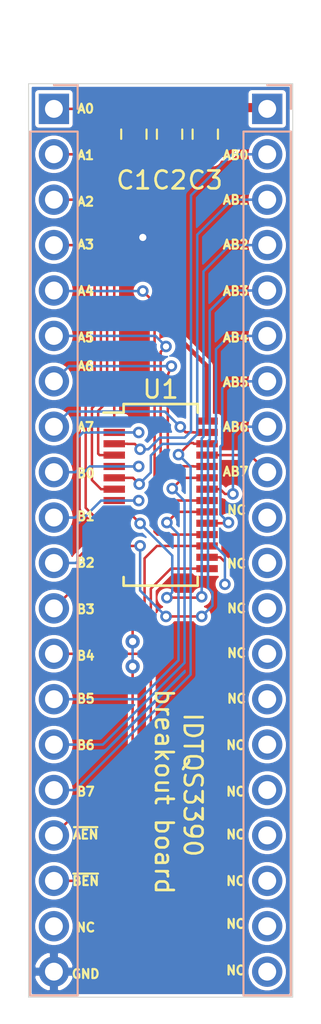
<source format=kicad_pcb>
(kicad_pcb (version 20171130) (host pcbnew "(5.1.5)-3")

  (general
    (thickness 1.6)
    (drawings 45)
    (tracks 229)
    (zones 0)
    (modules 6)
    (nets 41)
  )

  (page A4)
  (layers
    (0 F.Cu signal)
    (31 B.Cu signal)
    (32 B.Adhes user)
    (33 F.Adhes user)
    (34 B.Paste user)
    (35 F.Paste user)
    (36 B.SilkS user)
    (37 F.SilkS user)
    (38 B.Mask user)
    (39 F.Mask user)
    (40 Dwgs.User user)
    (41 Cmts.User user)
    (42 Eco1.User user)
    (43 Eco2.User user)
    (44 Edge.Cuts user)
    (45 Margin user)
    (46 B.CrtYd user)
    (47 F.CrtYd user)
    (48 B.Fab user)
    (49 F.Fab user)
  )

  (setup
    (last_trace_width 0.25)
    (user_trace_width 0.1397)
    (user_trace_width 0.254)
    (user_trace_width 0.508)
    (trace_clearance 0.2)
    (zone_clearance 0.15)
    (zone_45_only no)
    (trace_min 0.127)
    (via_size 0.8)
    (via_drill 0.4)
    (via_min_size 0.6)
    (via_min_drill 0.3)
    (user_via 0.65 0.35)
    (uvia_size 0.3)
    (uvia_drill 0.1)
    (uvias_allowed no)
    (uvia_min_size 0.2)
    (uvia_min_drill 0.1)
    (edge_width 0.05)
    (segment_width 0.2)
    (pcb_text_width 0.3)
    (pcb_text_size 1.5 1.5)
    (mod_edge_width 0.12)
    (mod_text_size 1 1)
    (mod_text_width 0.15)
    (pad_size 1.524 1.524)
    (pad_drill 0.762)
    (pad_to_mask_clearance 0.051)
    (solder_mask_min_width 0.25)
    (aux_axis_origin 0 0)
    (visible_elements 7FFDFFFF)
    (pcbplotparams
      (layerselection 0x010fc_ffffffff)
      (usegerberextensions false)
      (usegerberattributes false)
      (usegerberadvancedattributes false)
      (creategerberjobfile false)
      (excludeedgelayer true)
      (linewidth 0.100000)
      (plotframeref false)
      (viasonmask false)
      (mode 1)
      (useauxorigin false)
      (hpglpennumber 1)
      (hpglpenspeed 20)
      (hpglpendiameter 15.000000)
      (psnegative false)
      (psa4output false)
      (plotreference true)
      (plotvalue true)
      (plotinvisibletext false)
      (padsonsilk false)
      (subtractmaskfromsilk false)
      (outputformat 1)
      (mirror false)
      (drillshape 1)
      (scaleselection 1)
      (outputdirectory ""))
  )

  (net 0 "")
  (net 1 GND)
  (net 2 VCC)
  (net 3 "Net-(J1-Pad19)")
  (net 4 /~BEN)
  (net 5 /~AEN)
  (net 6 /B7)
  (net 7 /B6)
  (net 8 /B5)
  (net 9 /B4)
  (net 10 /B3)
  (net 11 /B2)
  (net 12 /B1)
  (net 13 /B0)
  (net 14 /A7)
  (net 15 /A6)
  (net 16 /A5)
  (net 17 /A4)
  (net 18 /A3)
  (net 19 /A2)
  (net 20 /A1)
  (net 21 /A0)
  (net 22 "Net-(J2-Pad20)")
  (net 23 "Net-(J2-Pad19)")
  (net 24 "Net-(J2-Pad18)")
  (net 25 "Net-(J2-Pad17)")
  (net 26 "Net-(J2-Pad16)")
  (net 27 "Net-(J2-Pad15)")
  (net 28 "Net-(J2-Pad14)")
  (net 29 "Net-(J2-Pad13)")
  (net 30 "Net-(J2-Pad12)")
  (net 31 "Net-(J2-Pad11)")
  (net 32 "Net-(J2-Pad10)")
  (net 33 /AB7)
  (net 34 /AB6)
  (net 35 /AB5)
  (net 36 /AB4)
  (net 37 /AB3)
  (net 38 /AB2)
  (net 39 /AB1)
  (net 40 /AB0)

  (net_class Default "This is the default net class."
    (clearance 0.2)
    (trace_width 0.25)
    (via_dia 0.8)
    (via_drill 0.4)
    (uvia_dia 0.3)
    (uvia_drill 0.1)
    (add_net /A0)
    (add_net /A1)
    (add_net /A2)
    (add_net /A3)
    (add_net /A4)
    (add_net /A5)
    (add_net /A6)
    (add_net /A7)
    (add_net /AB0)
    (add_net /AB1)
    (add_net /AB2)
    (add_net /AB3)
    (add_net /AB4)
    (add_net /AB5)
    (add_net /AB6)
    (add_net /AB7)
    (add_net /B0)
    (add_net /B1)
    (add_net /B2)
    (add_net /B3)
    (add_net /B4)
    (add_net /B5)
    (add_net /B6)
    (add_net /B7)
    (add_net /~AEN)
    (add_net /~BEN)
    (add_net GND)
    (add_net "Net-(J1-Pad19)")
    (add_net "Net-(J2-Pad10)")
    (add_net "Net-(J2-Pad11)")
    (add_net "Net-(J2-Pad12)")
    (add_net "Net-(J2-Pad13)")
    (add_net "Net-(J2-Pad14)")
    (add_net "Net-(J2-Pad15)")
    (add_net "Net-(J2-Pad16)")
    (add_net "Net-(J2-Pad17)")
    (add_net "Net-(J2-Pad18)")
    (add_net "Net-(J2-Pad19)")
    (add_net "Net-(J2-Pad20)")
    (add_net VCC)
  )

  (module Package_SO:SSOP-28_3.9x9.9mm_P0.635mm (layer F.Cu) (tedit 5A02F25C) (tstamp 5EF15C62)
    (at 151 91.4)
    (descr "SSOP28: plastic shrink small outline package; 28 leads; body width 3.9 mm; lead pitch 0.635; (see http://cds.linear.com/docs/en/datasheet/38901fb.pdf)")
    (tags "SSOP 0.635")
    (path /5EF1D09D)
    (clearance 0.1)
    (attr smd)
    (fp_text reference U1 (at 0 -5.9) (layer F.SilkS)
      (effects (font (size 1 1) (thickness 0.15)))
    )
    (fp_text value IDTQS3390 (at -0.1 6.2) (layer F.Fab)
      (effects (font (size 1 1) (thickness 0.15)))
    )
    (fp_text user %R (at 0 0) (layer F.Fab)
      (effects (font (size 0.8 0.8) (thickness 0.15)))
    )
    (fp_line (start -2.075 -4.6) (end -3.2 -4.6) (layer F.SilkS) (width 0.15))
    (fp_line (start -2.075 5.08) (end 2.075 5.08) (layer F.SilkS) (width 0.15))
    (fp_line (start -2.075 -5.08) (end 2.075 -5.08) (layer F.SilkS) (width 0.15))
    (fp_line (start -2.075 5.08) (end -2.075 4.6) (layer F.SilkS) (width 0.15))
    (fp_line (start 2.075 5.08) (end 2.075 4.6) (layer F.SilkS) (width 0.15))
    (fp_line (start 2.075 -5.08) (end 2.075 -4.6) (layer F.SilkS) (width 0.15))
    (fp_line (start -2.075 -5.08) (end -2.075 -4.6) (layer F.SilkS) (width 0.15))
    (fp_line (start -3.45 5.2) (end 3.45 5.2) (layer F.CrtYd) (width 0.05))
    (fp_line (start -3.45 -5.2) (end 3.45 -5.2) (layer F.CrtYd) (width 0.05))
    (fp_line (start 3.45 -5.2) (end 3.45 5.2) (layer F.CrtYd) (width 0.05))
    (fp_line (start -3.45 -5.2) (end -3.45 5.2) (layer F.CrtYd) (width 0.05))
    (fp_line (start -1.95 -4) (end -0.95 -4.95) (layer F.Fab) (width 0.15))
    (fp_line (start -1.95 4.95) (end -1.95 -4) (layer F.Fab) (width 0.15))
    (fp_line (start 1.95 4.95) (end -1.95 4.95) (layer F.Fab) (width 0.15))
    (fp_line (start 1.95 -4.95) (end 1.95 4.95) (layer F.Fab) (width 0.15))
    (fp_line (start -0.95 -4.95) (end 1.95 -4.95) (layer F.Fab) (width 0.15))
    (pad 28 smd rect (at 2.6 -4.1275) (size 1.2 0.4) (layers F.Cu F.Paste F.Mask)
      (net 2 VCC))
    (pad 27 smd rect (at 2.6 -3.4925) (size 1.2 0.4) (layers F.Cu F.Paste F.Mask)
      (net 14 /A7))
    (pad 26 smd rect (at 2.6 -2.8575) (size 1.2 0.4) (layers F.Cu F.Paste F.Mask)
      (net 6 /B7))
    (pad 25 smd rect (at 2.6 -2.2225) (size 1.2 0.4) (layers F.Cu F.Paste F.Mask)
      (net 33 /AB7))
    (pad 24 smd rect (at 2.6 -1.5875) (size 1.2 0.4) (layers F.Cu F.Paste F.Mask)
      (net 15 /A6))
    (pad 23 smd rect (at 2.6 -0.9525) (size 1.2 0.4) (layers F.Cu F.Paste F.Mask)
      (net 7 /B6))
    (pad 22 smd rect (at 2.6 -0.3175) (size 1.2 0.4) (layers F.Cu F.Paste F.Mask)
      (net 34 /AB6))
    (pad 21 smd rect (at 2.6 0.3175) (size 1.2 0.4) (layers F.Cu F.Paste F.Mask)
      (net 16 /A5))
    (pad 20 smd rect (at 2.6 0.9525) (size 1.2 0.4) (layers F.Cu F.Paste F.Mask)
      (net 8 /B5))
    (pad 19 smd rect (at 2.6 1.5875) (size 1.2 0.4) (layers F.Cu F.Paste F.Mask)
      (net 35 /AB5))
    (pad 18 smd rect (at 2.6 2.2225) (size 1.2 0.4) (layers F.Cu F.Paste F.Mask)
      (net 17 /A4))
    (pad 17 smd rect (at 2.6 2.8575) (size 1.2 0.4) (layers F.Cu F.Paste F.Mask)
      (net 9 /B4))
    (pad 16 smd rect (at 2.6 3.4925) (size 1.2 0.4) (layers F.Cu F.Paste F.Mask)
      (net 36 /AB4))
    (pad 15 smd rect (at 2.6 4.1275) (size 1.2 0.4) (layers F.Cu F.Paste F.Mask)
      (net 4 /~BEN))
    (pad 14 smd rect (at -2.6 4.1275) (size 1.2 0.4) (layers F.Cu F.Paste F.Mask)
      (net 1 GND))
    (pad 13 smd rect (at -2.6 3.4925) (size 1.2 0.4) (layers F.Cu F.Paste F.Mask)
      (net 5 /~AEN))
    (pad 12 smd rect (at -2.6 2.8575) (size 1.2 0.4) (layers F.Cu F.Paste F.Mask)
      (net 37 /AB3))
    (pad 11 smd rect (at -2.6 2.2225) (size 1.2 0.4) (layers F.Cu F.Paste F.Mask)
      (net 10 /B3))
    (pad 10 smd rect (at -2.6 1.5875) (size 1.2 0.4) (layers F.Cu F.Paste F.Mask)
      (net 18 /A3))
    (pad 9 smd rect (at -2.6 0.9525) (size 1.2 0.4) (layers F.Cu F.Paste F.Mask)
      (net 38 /AB2))
    (pad 8 smd rect (at -2.6 0.3175) (size 1.2 0.4) (layers F.Cu F.Paste F.Mask)
      (net 11 /B2))
    (pad 7 smd rect (at -2.6 -0.3175) (size 1.2 0.4) (layers F.Cu F.Paste F.Mask)
      (net 19 /A2))
    (pad 6 smd rect (at -2.6 -0.9525) (size 1.2 0.4) (layers F.Cu F.Paste F.Mask)
      (net 39 /AB1))
    (pad 5 smd rect (at -2.6 -1.5875) (size 1.2 0.4) (layers F.Cu F.Paste F.Mask)
      (net 12 /B1))
    (pad 4 smd rect (at -2.6 -2.2225) (size 1.2 0.4) (layers F.Cu F.Paste F.Mask)
      (net 20 /A1))
    (pad 3 smd rect (at -2.6 -2.8575) (size 1.2 0.4) (layers F.Cu F.Paste F.Mask)
      (net 40 /AB0))
    (pad 2 smd rect (at -2.6 -3.4925) (size 1.2 0.4) (layers F.Cu F.Paste F.Mask)
      (net 13 /B0))
    (pad 1 smd rect (at -2.6 -4.1275) (size 1.2 0.4) (layers F.Cu F.Paste F.Mask)
      (net 21 /A0))
    (model ${KISYS3DMOD}/Package_SO.3dshapes/SSOP-28_3.9x9.9mm_P0.635mm.wrl
      (at (xyz 0 0 0))
      (scale (xyz 1 1 1))
      (rotate (xyz 0 0 0))
    )
  )

  (module Connector_PinHeader_2.54mm:PinHeader_1x20_P2.54mm_Vertical (layer B.Cu) (tedit 59FED5CC) (tstamp 5EF175E1)
    (at 156.97 69.81 180)
    (descr "Through hole straight pin header, 1x20, 2.54mm pitch, single row")
    (tags "Through hole pin header THT 1x20 2.54mm single row")
    (path /5EF35904)
    (fp_text reference J2 (at 0 2.33) (layer B.SilkS) hide
      (effects (font (size 1 1) (thickness 0.15)) (justify mirror))
    )
    (fp_text value "Side B" (at 0 -50.59) (layer B.Fab)
      (effects (font (size 1 1) (thickness 0.15)) (justify mirror))
    )
    (fp_text user %R (at 0 -24.13 270) (layer B.Fab)
      (effects (font (size 1 1) (thickness 0.15)) (justify mirror))
    )
    (fp_line (start 1.8 1.8) (end -1.8 1.8) (layer B.CrtYd) (width 0.05))
    (fp_line (start 1.8 -50.05) (end 1.8 1.8) (layer B.CrtYd) (width 0.05))
    (fp_line (start -1.8 -50.05) (end 1.8 -50.05) (layer B.CrtYd) (width 0.05))
    (fp_line (start -1.8 1.8) (end -1.8 -50.05) (layer B.CrtYd) (width 0.05))
    (fp_line (start -1.33 1.33) (end 0 1.33) (layer B.SilkS) (width 0.12))
    (fp_line (start -1.33 0) (end -1.33 1.33) (layer B.SilkS) (width 0.12))
    (fp_line (start -1.33 -1.27) (end 1.33 -1.27) (layer B.SilkS) (width 0.12))
    (fp_line (start 1.33 -1.27) (end 1.33 -49.59) (layer B.SilkS) (width 0.12))
    (fp_line (start -1.33 -1.27) (end -1.33 -49.59) (layer B.SilkS) (width 0.12))
    (fp_line (start -1.33 -49.59) (end 1.33 -49.59) (layer B.SilkS) (width 0.12))
    (fp_line (start -1.27 0.635) (end -0.635 1.27) (layer B.Fab) (width 0.1))
    (fp_line (start -1.27 -49.53) (end -1.27 0.635) (layer B.Fab) (width 0.1))
    (fp_line (start 1.27 -49.53) (end -1.27 -49.53) (layer B.Fab) (width 0.1))
    (fp_line (start 1.27 1.27) (end 1.27 -49.53) (layer B.Fab) (width 0.1))
    (fp_line (start -0.635 1.27) (end 1.27 1.27) (layer B.Fab) (width 0.1))
    (pad 20 thru_hole oval (at 0 -48.26 180) (size 1.7 1.7) (drill 1) (layers *.Cu *.Mask)
      (net 22 "Net-(J2-Pad20)"))
    (pad 19 thru_hole oval (at 0 -45.72 180) (size 1.7 1.7) (drill 1) (layers *.Cu *.Mask)
      (net 23 "Net-(J2-Pad19)"))
    (pad 18 thru_hole oval (at 0 -43.18 180) (size 1.7 1.7) (drill 1) (layers *.Cu *.Mask)
      (net 24 "Net-(J2-Pad18)"))
    (pad 17 thru_hole oval (at 0 -40.64 180) (size 1.7 1.7) (drill 1) (layers *.Cu *.Mask)
      (net 25 "Net-(J2-Pad17)"))
    (pad 16 thru_hole oval (at 0 -38.1 180) (size 1.7 1.7) (drill 1) (layers *.Cu *.Mask)
      (net 26 "Net-(J2-Pad16)"))
    (pad 15 thru_hole oval (at 0 -35.56 180) (size 1.7 1.7) (drill 1) (layers *.Cu *.Mask)
      (net 27 "Net-(J2-Pad15)"))
    (pad 14 thru_hole oval (at 0 -33.02 180) (size 1.7 1.7) (drill 1) (layers *.Cu *.Mask)
      (net 28 "Net-(J2-Pad14)"))
    (pad 13 thru_hole oval (at 0 -30.48 180) (size 1.7 1.7) (drill 1) (layers *.Cu *.Mask)
      (net 29 "Net-(J2-Pad13)"))
    (pad 12 thru_hole oval (at 0 -27.94 180) (size 1.7 1.7) (drill 1) (layers *.Cu *.Mask)
      (net 30 "Net-(J2-Pad12)"))
    (pad 11 thru_hole oval (at 0 -25.4 180) (size 1.7 1.7) (drill 1) (layers *.Cu *.Mask)
      (net 31 "Net-(J2-Pad11)"))
    (pad 10 thru_hole oval (at 0 -22.86 180) (size 1.7 1.7) (drill 1) (layers *.Cu *.Mask)
      (net 32 "Net-(J2-Pad10)"))
    (pad 9 thru_hole oval (at 0 -20.32 180) (size 1.7 1.7) (drill 1) (layers *.Cu *.Mask)
      (net 33 /AB7))
    (pad 8 thru_hole oval (at 0 -17.78 180) (size 1.7 1.7) (drill 1) (layers *.Cu *.Mask)
      (net 34 /AB6))
    (pad 7 thru_hole oval (at 0 -15.24 180) (size 1.7 1.7) (drill 1) (layers *.Cu *.Mask)
      (net 35 /AB5))
    (pad 6 thru_hole oval (at 0 -12.7 180) (size 1.7 1.7) (drill 1) (layers *.Cu *.Mask)
      (net 36 /AB4))
    (pad 5 thru_hole oval (at 0 -10.16 180) (size 1.7 1.7) (drill 1) (layers *.Cu *.Mask)
      (net 37 /AB3))
    (pad 4 thru_hole oval (at 0 -7.62 180) (size 1.7 1.7) (drill 1) (layers *.Cu *.Mask)
      (net 38 /AB2))
    (pad 3 thru_hole oval (at 0 -5.08 180) (size 1.7 1.7) (drill 1) (layers *.Cu *.Mask)
      (net 39 /AB1))
    (pad 2 thru_hole oval (at 0 -2.54 180) (size 1.7 1.7) (drill 1) (layers *.Cu *.Mask)
      (net 40 /AB0))
    (pad 1 thru_hole rect (at 0 0 180) (size 1.7 1.7) (drill 1) (layers *.Cu *.Mask)
      (net 2 VCC))
    (model ${KISYS3DMOD}/Connector_PinHeader_2.54mm.3dshapes/PinHeader_1x20_P2.54mm_Vertical.wrl
      (at (xyz 0 0 0))
      (scale (xyz 1 1 1))
      (rotate (xyz 0 0 0))
    )
  )

  (module Connector_PinHeader_2.54mm:PinHeader_1x20_P2.54mm_Vertical (layer B.Cu) (tedit 59FED5CC) (tstamp 5EF15C09)
    (at 145.02 69.81 180)
    (descr "Through hole straight pin header, 1x20, 2.54mm pitch, single row")
    (tags "Through hole pin header THT 1x20 2.54mm single row")
    (path /5EF26B1B)
    (fp_text reference J1 (at 0 2.33) (layer B.SilkS) hide
      (effects (font (size 1 1) (thickness 0.15)) (justify mirror))
    )
    (fp_text value "Side A" (at 0 -50.59) (layer B.Fab)
      (effects (font (size 1 1) (thickness 0.15)) (justify mirror))
    )
    (fp_text user %R (at 0 -24.13 270) (layer B.Fab)
      (effects (font (size 1 1) (thickness 0.15)) (justify mirror))
    )
    (fp_line (start 1.8 1.8) (end -1.8 1.8) (layer B.CrtYd) (width 0.05))
    (fp_line (start 1.8 -50.05) (end 1.8 1.8) (layer B.CrtYd) (width 0.05))
    (fp_line (start -1.8 -50.05) (end 1.8 -50.05) (layer B.CrtYd) (width 0.05))
    (fp_line (start -1.8 1.8) (end -1.8 -50.05) (layer B.CrtYd) (width 0.05))
    (fp_line (start -1.33 1.33) (end 0 1.33) (layer B.SilkS) (width 0.12))
    (fp_line (start -1.33 0) (end -1.33 1.33) (layer B.SilkS) (width 0.12))
    (fp_line (start -1.33 -1.27) (end 1.33 -1.27) (layer B.SilkS) (width 0.12))
    (fp_line (start 1.33 -1.27) (end 1.33 -49.59) (layer B.SilkS) (width 0.12))
    (fp_line (start -1.33 -1.27) (end -1.33 -49.59) (layer B.SilkS) (width 0.12))
    (fp_line (start -1.33 -49.59) (end 1.33 -49.59) (layer B.SilkS) (width 0.12))
    (fp_line (start -1.27 0.635) (end -0.635 1.27) (layer B.Fab) (width 0.1))
    (fp_line (start -1.27 -49.53) (end -1.27 0.635) (layer B.Fab) (width 0.1))
    (fp_line (start 1.27 -49.53) (end -1.27 -49.53) (layer B.Fab) (width 0.1))
    (fp_line (start 1.27 1.27) (end 1.27 -49.53) (layer B.Fab) (width 0.1))
    (fp_line (start -0.635 1.27) (end 1.27 1.27) (layer B.Fab) (width 0.1))
    (pad 20 thru_hole oval (at 0 -48.26 180) (size 1.7 1.7) (drill 1) (layers *.Cu *.Mask)
      (net 1 GND))
    (pad 19 thru_hole oval (at 0 -45.72 180) (size 1.7 1.7) (drill 1) (layers *.Cu *.Mask)
      (net 3 "Net-(J1-Pad19)"))
    (pad 18 thru_hole oval (at 0 -43.18 180) (size 1.7 1.7) (drill 1) (layers *.Cu *.Mask)
      (net 4 /~BEN))
    (pad 17 thru_hole oval (at 0 -40.64 180) (size 1.7 1.7) (drill 1) (layers *.Cu *.Mask)
      (net 5 /~AEN))
    (pad 16 thru_hole oval (at 0 -38.1 180) (size 1.7 1.7) (drill 1) (layers *.Cu *.Mask)
      (net 6 /B7))
    (pad 15 thru_hole oval (at 0 -35.56 180) (size 1.7 1.7) (drill 1) (layers *.Cu *.Mask)
      (net 7 /B6))
    (pad 14 thru_hole oval (at 0 -33.02 180) (size 1.7 1.7) (drill 1) (layers *.Cu *.Mask)
      (net 8 /B5))
    (pad 13 thru_hole oval (at 0 -30.48 180) (size 1.7 1.7) (drill 1) (layers *.Cu *.Mask)
      (net 9 /B4))
    (pad 12 thru_hole oval (at 0 -27.94 180) (size 1.7 1.7) (drill 1) (layers *.Cu *.Mask)
      (net 10 /B3))
    (pad 11 thru_hole oval (at 0 -25.4 180) (size 1.7 1.7) (drill 1) (layers *.Cu *.Mask)
      (net 11 /B2))
    (pad 10 thru_hole oval (at 0 -22.86 180) (size 1.7 1.7) (drill 1) (layers *.Cu *.Mask)
      (net 12 /B1))
    (pad 9 thru_hole oval (at 0 -20.32 180) (size 1.7 1.7) (drill 1) (layers *.Cu *.Mask)
      (net 13 /B0))
    (pad 8 thru_hole oval (at 0 -17.78 180) (size 1.7 1.7) (drill 1) (layers *.Cu *.Mask)
      (net 14 /A7))
    (pad 7 thru_hole oval (at 0 -15.24 180) (size 1.7 1.7) (drill 1) (layers *.Cu *.Mask)
      (net 15 /A6))
    (pad 6 thru_hole oval (at 0 -12.7 180) (size 1.7 1.7) (drill 1) (layers *.Cu *.Mask)
      (net 16 /A5))
    (pad 5 thru_hole oval (at 0 -10.16 180) (size 1.7 1.7) (drill 1) (layers *.Cu *.Mask)
      (net 17 /A4))
    (pad 4 thru_hole oval (at 0 -7.62 180) (size 1.7 1.7) (drill 1) (layers *.Cu *.Mask)
      (net 18 /A3))
    (pad 3 thru_hole oval (at 0 -5.08 180) (size 1.7 1.7) (drill 1) (layers *.Cu *.Mask)
      (net 19 /A2))
    (pad 2 thru_hole oval (at 0 -2.54 180) (size 1.7 1.7) (drill 1) (layers *.Cu *.Mask)
      (net 20 /A1))
    (pad 1 thru_hole rect (at 0 0 180) (size 1.7 1.7) (drill 1) (layers *.Cu *.Mask)
      (net 21 /A0))
    (model ${KISYS3DMOD}/Connector_PinHeader_2.54mm.3dshapes/PinHeader_1x20_P2.54mm_Vertical.wrl
      (at (xyz 0 0 0))
      (scale (xyz 1 1 1))
      (rotate (xyz 0 0 0))
    )
  )

  (module Capacitor_SMD:C_0805_2012Metric_Pad1.15x1.40mm_HandSolder (layer F.Cu) (tedit 5B36C52B) (tstamp 5EF15BE1)
    (at 153.5 71.225 90)
    (descr "Capacitor SMD 0805 (2012 Metric), square (rectangular) end terminal, IPC_7351 nominal with elongated pad for handsoldering. (Body size source: https://docs.google.com/spreadsheets/d/1BsfQQcO9C6DZCsRaXUlFlo91Tg2WpOkGARC1WS5S8t0/edit?usp=sharing), generated with kicad-footprint-generator")
    (tags "capacitor handsolder")
    (path /5EF8B0EB)
    (attr smd)
    (fp_text reference C3 (at -2.575 0 180) (layer F.SilkS)
      (effects (font (size 1 1) (thickness 0.15)))
    )
    (fp_text value 100nF (at 0 1.65 90) (layer F.Fab)
      (effects (font (size 1 1) (thickness 0.15)))
    )
    (fp_text user %R (at 0 0 90) (layer F.Fab)
      (effects (font (size 0.5 0.5) (thickness 0.08)))
    )
    (fp_line (start 1.85 0.95) (end -1.85 0.95) (layer F.CrtYd) (width 0.05))
    (fp_line (start 1.85 -0.95) (end 1.85 0.95) (layer F.CrtYd) (width 0.05))
    (fp_line (start -1.85 -0.95) (end 1.85 -0.95) (layer F.CrtYd) (width 0.05))
    (fp_line (start -1.85 0.95) (end -1.85 -0.95) (layer F.CrtYd) (width 0.05))
    (fp_line (start -0.261252 0.71) (end 0.261252 0.71) (layer F.SilkS) (width 0.12))
    (fp_line (start -0.261252 -0.71) (end 0.261252 -0.71) (layer F.SilkS) (width 0.12))
    (fp_line (start 1 0.6) (end -1 0.6) (layer F.Fab) (width 0.1))
    (fp_line (start 1 -0.6) (end 1 0.6) (layer F.Fab) (width 0.1))
    (fp_line (start -1 -0.6) (end 1 -0.6) (layer F.Fab) (width 0.1))
    (fp_line (start -1 0.6) (end -1 -0.6) (layer F.Fab) (width 0.1))
    (pad 2 smd roundrect (at 1.025 0 90) (size 1.15 1.4) (layers F.Cu F.Paste F.Mask) (roundrect_rratio 0.217391)
      (net 1 GND))
    (pad 1 smd roundrect (at -1.025 0 90) (size 1.15 1.4) (layers F.Cu F.Paste F.Mask) (roundrect_rratio 0.217391)
      (net 2 VCC))
    (model ${KISYS3DMOD}/Capacitor_SMD.3dshapes/C_0805_2012Metric.wrl
      (at (xyz 0 0 0))
      (scale (xyz 1 1 1))
      (rotate (xyz 0 0 0))
    )
  )

  (module Capacitor_SMD:C_0805_2012Metric_Pad1.15x1.40mm_HandSolder (layer F.Cu) (tedit 5B36C52B) (tstamp 5EF15BD0)
    (at 151.5 71.225 90)
    (descr "Capacitor SMD 0805 (2012 Metric), square (rectangular) end terminal, IPC_7351 nominal with elongated pad for handsoldering. (Body size source: https://docs.google.com/spreadsheets/d/1BsfQQcO9C6DZCsRaXUlFlo91Tg2WpOkGARC1WS5S8t0/edit?usp=sharing), generated with kicad-footprint-generator")
    (tags "capacitor handsolder")
    (path /5EF88B47)
    (attr smd)
    (fp_text reference C2 (at -2.575 0 180) (layer F.SilkS)
      (effects (font (size 1 1) (thickness 0.15)))
    )
    (fp_text value 10nF (at 0 1.65 90) (layer F.Fab)
      (effects (font (size 1 1) (thickness 0.15)))
    )
    (fp_text user %R (at 0 0 90) (layer F.Fab)
      (effects (font (size 0.5 0.5) (thickness 0.08)))
    )
    (fp_line (start 1.85 0.95) (end -1.85 0.95) (layer F.CrtYd) (width 0.05))
    (fp_line (start 1.85 -0.95) (end 1.85 0.95) (layer F.CrtYd) (width 0.05))
    (fp_line (start -1.85 -0.95) (end 1.85 -0.95) (layer F.CrtYd) (width 0.05))
    (fp_line (start -1.85 0.95) (end -1.85 -0.95) (layer F.CrtYd) (width 0.05))
    (fp_line (start -0.261252 0.71) (end 0.261252 0.71) (layer F.SilkS) (width 0.12))
    (fp_line (start -0.261252 -0.71) (end 0.261252 -0.71) (layer F.SilkS) (width 0.12))
    (fp_line (start 1 0.6) (end -1 0.6) (layer F.Fab) (width 0.1))
    (fp_line (start 1 -0.6) (end 1 0.6) (layer F.Fab) (width 0.1))
    (fp_line (start -1 -0.6) (end 1 -0.6) (layer F.Fab) (width 0.1))
    (fp_line (start -1 0.6) (end -1 -0.6) (layer F.Fab) (width 0.1))
    (pad 2 smd roundrect (at 1.025 0 90) (size 1.15 1.4) (layers F.Cu F.Paste F.Mask) (roundrect_rratio 0.217391)
      (net 1 GND))
    (pad 1 smd roundrect (at -1.025 0 90) (size 1.15 1.4) (layers F.Cu F.Paste F.Mask) (roundrect_rratio 0.217391)
      (net 2 VCC))
    (model ${KISYS3DMOD}/Capacitor_SMD.3dshapes/C_0805_2012Metric.wrl
      (at (xyz 0 0 0))
      (scale (xyz 1 1 1))
      (rotate (xyz 0 0 0))
    )
  )

  (module Capacitor_SMD:C_0805_2012Metric_Pad1.15x1.40mm_HandSolder (layer F.Cu) (tedit 5B36C52B) (tstamp 5EF15BBF)
    (at 149.5 71.225 90)
    (descr "Capacitor SMD 0805 (2012 Metric), square (rectangular) end terminal, IPC_7351 nominal with elongated pad for handsoldering. (Body size source: https://docs.google.com/spreadsheets/d/1BsfQQcO9C6DZCsRaXUlFlo91Tg2WpOkGARC1WS5S8t0/edit?usp=sharing), generated with kicad-footprint-generator")
    (tags "capacitor handsolder")
    (path /5EF882E0)
    (attr smd)
    (fp_text reference C1 (at -2.575 0 180) (layer F.SilkS)
      (effects (font (size 1 1) (thickness 0.15)))
    )
    (fp_text value 1nF (at 0 1.65 90) (layer F.Fab)
      (effects (font (size 1 1) (thickness 0.15)))
    )
    (fp_text user %R (at 0 0 90) (layer F.Fab)
      (effects (font (size 0.5 0.5) (thickness 0.08)))
    )
    (fp_line (start 1.85 0.95) (end -1.85 0.95) (layer F.CrtYd) (width 0.05))
    (fp_line (start 1.85 -0.95) (end 1.85 0.95) (layer F.CrtYd) (width 0.05))
    (fp_line (start -1.85 -0.95) (end 1.85 -0.95) (layer F.CrtYd) (width 0.05))
    (fp_line (start -1.85 0.95) (end -1.85 -0.95) (layer F.CrtYd) (width 0.05))
    (fp_line (start -0.261252 0.71) (end 0.261252 0.71) (layer F.SilkS) (width 0.12))
    (fp_line (start -0.261252 -0.71) (end 0.261252 -0.71) (layer F.SilkS) (width 0.12))
    (fp_line (start 1 0.6) (end -1 0.6) (layer F.Fab) (width 0.1))
    (fp_line (start 1 -0.6) (end 1 0.6) (layer F.Fab) (width 0.1))
    (fp_line (start -1 -0.6) (end 1 -0.6) (layer F.Fab) (width 0.1))
    (fp_line (start -1 0.6) (end -1 -0.6) (layer F.Fab) (width 0.1))
    (pad 2 smd roundrect (at 1.025 0 90) (size 1.15 1.4) (layers F.Cu F.Paste F.Mask) (roundrect_rratio 0.217391)
      (net 1 GND))
    (pad 1 smd roundrect (at -1.025 0 90) (size 1.15 1.4) (layers F.Cu F.Paste F.Mask) (roundrect_rratio 0.217391)
      (net 2 VCC))
    (model ${KISYS3DMOD}/Capacitor_SMD.3dshapes/C_0805_2012Metric.wrl
      (at (xyz 0 0 0))
      (scale (xyz 1 1 1))
      (rotate (xyz 0 0 0))
    )
  )

  (gr_text AB7 (at 155.2 90.1) (layer F.SilkS) (tstamp 5EF245C6)
    (effects (font (size 0.5 0.5) (thickness 0.125)))
  )
  (gr_text AB6 (at 155.2 87.6) (layer F.SilkS) (tstamp 5EF245C6)
    (effects (font (size 0.5 0.5) (thickness 0.125)))
  )
  (gr_text AB5 (at 155.2 85.1) (layer F.SilkS) (tstamp 5EF245C6)
    (effects (font (size 0.5 0.5) (thickness 0.125)))
  )
  (gr_text AB4 (at 155.2 82.6) (layer F.SilkS) (tstamp 5EF245C6)
    (effects (font (size 0.5 0.5) (thickness 0.125)))
  )
  (gr_text AB3 (at 155.2 80) (layer F.SilkS) (tstamp 5EF245C6)
    (effects (font (size 0.5 0.5) (thickness 0.125)))
  )
  (gr_text AB2 (at 155.2 77.4) (layer F.SilkS) (tstamp 5EF245C6)
    (effects (font (size 0.5 0.5) (thickness 0.125)))
  )
  (gr_text AB1 (at 155.2 74.9) (layer F.SilkS) (tstamp 5EF245C6)
    (effects (font (size 0.5 0.5) (thickness 0.125)))
  )
  (gr_text AB0 (at 155.2 72.4) (layer F.SilkS) (tstamp 5EF24594)
    (effects (font (size 0.5 0.5) (thickness 0.125)))
  )
  (gr_text ~BEN (at 146.8 113) (layer F.SilkS) (tstamp 5EF24594)
    (effects (font (size 0.5 0.5) (thickness 0.125)))
  )
  (gr_text ~AEN (at 146.8 110.4) (layer F.SilkS) (tstamp 5EF24594)
    (effects (font (size 0.5 0.5) (thickness 0.125)))
  )
  (gr_text B7 (at 146.8 108) (layer F.SilkS) (tstamp 5EF24594)
    (effects (font (size 0.5 0.5) (thickness 0.125)))
  )
  (gr_text B6 (at 146.8 105.4) (layer F.SilkS) (tstamp 5EF24594)
    (effects (font (size 0.5 0.5) (thickness 0.125)))
  )
  (gr_text B5 (at 146.8 102.8) (layer F.SilkS) (tstamp 5EF24594)
    (effects (font (size 0.5 0.5) (thickness 0.125)))
  )
  (gr_text B4 (at 146.8 100.4) (layer F.SilkS) (tstamp 5EF24594)
    (effects (font (size 0.5 0.5) (thickness 0.125)))
  )
  (gr_text B3 (at 146.8 97.8) (layer F.SilkS) (tstamp 5EF24594)
    (effects (font (size 0.5 0.5) (thickness 0.125)))
  )
  (gr_text B2 (at 146.8 95.2) (layer F.SilkS) (tstamp 5EF24594)
    (effects (font (size 0.5 0.5) (thickness 0.125)))
  )
  (gr_text B1 (at 146.8 92.6) (layer F.SilkS) (tstamp 5EF24594)
    (effects (font (size 0.5 0.5) (thickness 0.125)))
  )
  (gr_text B0 (at 146.8 90.2) (layer F.SilkS) (tstamp 5EF24570)
    (effects (font (size 0.5 0.5) (thickness 0.125)))
  )
  (gr_text A7 (at 146.8 87.6) (layer F.SilkS) (tstamp 5EF24570)
    (effects (font (size 0.5 0.5) (thickness 0.125)))
  )
  (gr_text A6 (at 146.8 84.2) (layer F.SilkS) (tstamp 5EF24570)
    (effects (font (size 0.5 0.5) (thickness 0.125)))
  )
  (gr_text A5 (at 146.8 82.6) (layer F.SilkS) (tstamp 5EF24570)
    (effects (font (size 0.5 0.5) (thickness 0.125)))
  )
  (gr_text A4 (at 146.8 80) (layer F.SilkS) (tstamp 5EF24570)
    (effects (font (size 0.5 0.5) (thickness 0.125)))
  )
  (gr_text A3 (at 146.8 77.4) (layer F.SilkS) (tstamp 5EF24570)
    (effects (font (size 0.5 0.5) (thickness 0.125)))
  )
  (gr_text A2 (at 146.8 75) (layer F.SilkS) (tstamp 5EF24570)
    (effects (font (size 0.5 0.5) (thickness 0.125)))
  )
  (gr_text A1 (at 146.8 72.4) (layer F.SilkS) (tstamp 5EF24570)
    (effects (font (size 0.5 0.5) (thickness 0.125)))
  )
  (gr_text A0 (at 146.8 69.8) (layer F.SilkS) (tstamp 5EF24556)
    (effects (font (size 0.5 0.5) (thickness 0.125)))
  )
  (gr_text GND (at 146.8 118.2) (layer F.SilkS) (tstamp 5EF24556)
    (effects (font (size 0.5 0.5) (thickness 0.125)))
  )
  (gr_text NC (at 146.8 115.6) (layer F.SilkS) (tstamp 5EF24556)
    (effects (font (size 0.5 0.5) (thickness 0.125)))
  )
  (gr_text NC (at 155.2 118) (layer F.SilkS) (tstamp 5EF24556)
    (effects (font (size 0.5 0.5) (thickness 0.125)))
  )
  (gr_text NC (at 155.2 115.4) (layer F.SilkS) (tstamp 5EF24556)
    (effects (font (size 0.5 0.5) (thickness 0.125)))
  )
  (gr_text NC (at 155.2 113) (layer F.SilkS) (tstamp 5EF24556)
    (effects (font (size 0.5 0.5) (thickness 0.125)))
  )
  (gr_text NC (at 155.2 110.4) (layer F.SilkS) (tstamp 5EF24556)
    (effects (font (size 0.5 0.5) (thickness 0.125)))
  )
  (gr_text NC (at 155.2 108) (layer F.SilkS) (tstamp 5EF24562)
    (effects (font (size 0.5 0.5) (thickness 0.125)))
  )
  (gr_text NC (at 155.2 105.4) (layer F.SilkS) (tstamp 5EF24556)
    (effects (font (size 0.5 0.5) (thickness 0.125)))
  )
  (gr_text NC (at 155.25 102.8) (layer F.SilkS) (tstamp 5EF24556)
    (effects (font (size 0.5 0.5) (thickness 0.125)))
  )
  (gr_text NC (at 155.25 100.25) (layer F.SilkS) (tstamp 5EF24556)
    (effects (font (size 0.5 0.5) (thickness 0.125)))
  )
  (gr_text NC (at 155.25 97.75) (layer F.SilkS) (tstamp 5EF24556)
    (effects (font (size 0.5 0.5) (thickness 0.125)))
  )
  (gr_text NC (at 155.25 95.25) (layer F.SilkS) (tstamp 5EF24556)
    (effects (font (size 0.5 0.5) (thickness 0.125)))
  )
  (gr_text NC (at 155.25 92.25) (layer F.SilkS)
    (effects (font (size 0.5 0.5) (thickness 0.125)))
  )
  (gr_text "IDTQS3390 \nbreakout board" (at 152 108 270) (layer F.SilkS)
    (effects (font (size 1 1) (thickness 0.15)))
  )
  (gr_line (start 158.4 119.5) (end 158.4 68.4) (layer Edge.Cuts) (width 0.05))
  (gr_line (start 143.6 119.5) (end 158.4 119.5) (layer Edge.Cuts) (width 0.05))
  (gr_line (start 143.6 68.4) (end 143.6 119.5) (layer Edge.Cuts) (width 0.05))
  (gr_line (start 143.6 68.4) (end 158.4 68.4) (layer Edge.Cuts) (width 0.05))
  (dimension 12.000037 (width 0.15) (layer Eco1.User)
    (gr_text "12.000 mm" (at 151.006558 64.418281 0.1432391504) (layer Eco1.User)
      (effects (font (size 1 1) (thickness 0.15)))
    )
    (feature1 (pts (xy 157.02 69.78) (xy 157.008342 65.116858)))
    (feature2 (pts (xy 145.02 69.81) (xy 145.008342 65.146858)))
    (crossbar (pts (xy 145.009808 65.733277) (xy 157.009808 65.703277)))
    (arrow1a (pts (xy 157.009808 65.703277) (xy 155.884774 66.292512)))
    (arrow1b (pts (xy 157.009808 65.703277) (xy 155.881842 65.119674)))
    (arrow2a (pts (xy 145.009808 65.733277) (xy 146.137774 66.31688)))
    (arrow2b (pts (xy 145.009808 65.733277) (xy 146.134842 65.144042)))
  )

  (via (at 150 77) (size 0.8) (drill 0.4) (layers F.Cu B.Cu) (net 1))
  (segment (start 149.5 72.25) (end 151.5 72.25) (width 0.508) (layer F.Cu) (net 2))
  (segment (start 153.5 72.25) (end 151.5 72.25) (width 0.508) (layer F.Cu) (net 2))
  (segment (start 153.5 72.25) (end 154.75 72.25) (width 0.508) (layer F.Cu) (net 2))
  (segment (start 154.75 72.25) (end 155 72) (width 0.508) (layer F.Cu) (net 2))
  (segment (start 155.622 69.74) (end 156.98 69.74) (width 0.508) (layer F.Cu) (net 2) (tstamp 5EF1753E))
  (segment (start 155 72) (end 155 70.392) (width 0.508) (layer F.Cu) (net 2))
  (segment (start 155 70.392) (end 155.642 69.75) (width 0.508) (layer F.Cu) (net 2))
  (segment (start 151.5 72.25) (end 151.5 82.1) (width 0.254) (layer F.Cu) (net 2))
  (segment (start 151.5 82.1) (end 153.6 84.2) (width 0.254) (layer F.Cu) (net 2))
  (segment (start 153.6 84.2) (end 153.6 87.2725) (width 0.25) (layer F.Cu) (net 2))
  (segment (start 150.45 111.85) (end 149.31 112.99) (width 0.1397) (layer F.Cu) (net 4))
  (segment (start 150.45 96.65) (end 150.45 111.85) (width 0.1397) (layer F.Cu) (net 4))
  (segment (start 149.31 112.99) (end 145.02 112.99) (width 0.1397) (layer F.Cu) (net 4))
  (segment (start 153.6 95.5275) (end 151.5725 95.5275) (width 0.1397) (layer F.Cu) (net 4))
  (segment (start 151.5725 95.5275) (end 150.45 96.65) (width 0.1397) (layer F.Cu) (net 4))
  (segment (start 149.43014 106.03986) (end 149.43014 101.565685) (width 0.1397) (layer F.Cu) (net 5))
  (segment (start 145.02 110.45) (end 149.43014 106.03986) (width 0.1397) (layer F.Cu) (net 5))
  (segment (start 149.43014 101.565685) (end 149.43014 101) (width 0.1397) (layer F.Cu) (net 5))
  (via (at 149.43014 101) (size 0.8) (drill 0.4) (layers F.Cu B.Cu) (net 5))
  (via (at 149.43014 99.6) (size 0.8) (drill 0.4) (layers F.Cu B.Cu) (net 5))
  (segment (start 149.43014 95.07264) (end 149.43014 99.034315) (width 0.1397) (layer F.Cu) (net 5))
  (segment (start 149.43014 99.6) (end 149.43014 101) (width 0.1397) (layer B.Cu) (net 5))
  (segment (start 148.4 94.8925) (end 149.25 94.8925) (width 0.1397) (layer F.Cu) (net 5))
  (segment (start 149.25 94.8925) (end 149.43014 95.07264) (width 0.1397) (layer F.Cu) (net 5))
  (segment (start 149.43014 99.034315) (end 149.43014 99.6) (width 0.1397) (layer F.Cu) (net 5))
  (segment (start 152.8603 88.5425) (end 152.8178 88.5) (width 0.1397) (layer F.Cu) (net 6))
  (segment (start 153.6 88.5425) (end 152.8603 88.5425) (width 0.1397) (layer F.Cu) (net 6))
  (via (at 152 89.15) (size 0.65) (drill 0.35) (layers F.Cu B.Cu) (net 6))
  (segment (start 152.8178 88.5) (end 152.65 88.5) (width 0.1397) (layer F.Cu) (net 6))
  (segment (start 152.65 88.5) (end 152 89.15) (width 0.1397) (layer F.Cu) (net 6))
  (segment (start 146.222081 107.91) (end 145.02 107.91) (width 0.1397) (layer B.Cu) (net 6))
  (segment (start 152 89.15) (end 152.679422 89.829422) (width 0.1397) (layer B.Cu) (net 6))
  (segment (start 152.679422 89.829422) (end 152.679422 101.452659) (width 0.1397) (layer B.Cu) (net 6))
  (segment (start 152.679422 101.452659) (end 146.222081 107.91) (width 0.1397) (layer B.Cu) (net 6))
  (segment (start 152.8603 90.4475) (end 152.8578 90.45) (width 0.1397) (layer F.Cu) (net 7))
  (segment (start 153.6 90.4475) (end 152.8603 90.4475) (width 0.1397) (layer F.Cu) (net 7))
  (via (at 151.65 91.05) (size 0.65) (drill 0.35) (layers F.Cu B.Cu) (net 7))
  (segment (start 152.8578 90.45) (end 152.25 90.45) (width 0.1397) (layer F.Cu) (net 7))
  (segment (start 152.25 90.45) (end 151.65 91.05) (width 0.1397) (layer F.Cu) (net 7))
  (segment (start 146.222081 105.37) (end 145.02 105.37) (width 0.1397) (layer B.Cu) (net 7))
  (segment (start 147.760423 105.37) (end 146.222081 105.37) (width 0.1397) (layer B.Cu) (net 7))
  (segment (start 151.65 91.05) (end 152.339711 91.739711) (width 0.1397) (layer B.Cu) (net 7))
  (segment (start 152.339711 91.739711) (end 152.339711 100.790712) (width 0.1397) (layer B.Cu) (net 7))
  (segment (start 152.339711 100.790712) (end 147.760423 105.37) (width 0.1397) (layer B.Cu) (net 7))
  (segment (start 152.8603 92.3525) (end 152.8578 92.35) (width 0.1397) (layer F.Cu) (net 8))
  (segment (start 153.6 92.3525) (end 152.8603 92.3525) (width 0.1397) (layer F.Cu) (net 8))
  (via (at 151.35 92.95) (size 0.65) (drill 0.35) (layers F.Cu B.Cu) (net 8))
  (segment (start 152.8578 92.35) (end 151.95 92.35) (width 0.1397) (layer F.Cu) (net 8))
  (segment (start 151.95 92.35) (end 151.35 92.95) (width 0.1397) (layer F.Cu) (net 8))
  (segment (start 149.82 102.83) (end 147.42 102.83) (width 0.1397) (layer B.Cu) (net 8))
  (segment (start 152 100.65) (end 149.82 102.83) (width 0.1397) (layer B.Cu) (net 8))
  (segment (start 147.42 102.83) (end 145.02 102.83) (width 0.1397) (layer B.Cu) (net 8))
  (segment (start 151.35 92.95) (end 152 93.6) (width 0.1397) (layer B.Cu) (net 8))
  (segment (start 152 93.6) (end 152 100.65) (width 0.1397) (layer B.Cu) (net 8))
  (segment (start 150.1 99.94) (end 149.75 100.29) (width 0.1397) (layer F.Cu) (net 9))
  (segment (start 150.1 94.95) (end 150.1 99.94) (width 0.1397) (layer F.Cu) (net 9))
  (segment (start 153.6 94.2575) (end 150.7925 94.2575) (width 0.1397) (layer F.Cu) (net 9))
  (segment (start 149.75 100.29) (end 145.02 100.29) (width 0.1397) (layer F.Cu) (net 9))
  (segment (start 150.7925 94.2575) (end 150.1 94.95) (width 0.1397) (layer F.Cu) (net 9))
  (segment (start 147.6603 93.6225) (end 146.35 94.9328) (width 0.1397) (layer F.Cu) (net 10))
  (segment (start 148.4 93.6225) (end 147.6603 93.6225) (width 0.1397) (layer F.Cu) (net 10))
  (segment (start 146.35 96.42) (end 145.02 97.75) (width 0.1397) (layer F.Cu) (net 10))
  (segment (start 146.35 94.9328) (end 146.35 96.42) (width 0.1397) (layer F.Cu) (net 10))
  (via (at 149.77 91.72) (size 0.65) (drill 0.35) (layers F.Cu B.Cu) (net 11))
  (segment (start 148.4 91.7175) (end 149.7675 91.7175) (width 0.1397) (layer F.Cu) (net 11))
  (segment (start 149.7675 91.7175) (end 149.77 91.72) (width 0.1397) (layer F.Cu) (net 11))
  (segment (start 146.25 95.21) (end 145.02 95.21) (width 0.1397) (layer B.Cu) (net 11))
  (segment (start 146.34 95.12) (end 146.25 95.21) (width 0.1397) (layer B.Cu) (net 11))
  (segment (start 149.77 91.72) (end 147.66 91.72) (width 0.1397) (layer B.Cu) (net 11))
  (segment (start 146.34 93.04) (end 146.34 95.12) (width 0.1397) (layer B.Cu) (net 11))
  (segment (start 147.66 91.72) (end 146.34 93.04) (width 0.1397) (layer B.Cu) (net 11))
  (via (at 149.77 89.81) (size 0.65) (drill 0.35) (layers F.Cu B.Cu) (net 12))
  (segment (start 148.4 89.8125) (end 149.7675 89.8125) (width 0.1397) (layer F.Cu) (net 12))
  (segment (start 149.7675 89.8125) (end 149.77 89.81) (width 0.1397) (layer F.Cu) (net 12))
  (segment (start 146.35 92.542081) (end 146.222081 92.67) (width 0.1397) (layer B.Cu) (net 12))
  (segment (start 146.222081 92.67) (end 145.02 92.67) (width 0.1397) (layer B.Cu) (net 12))
  (segment (start 146.35 90.49) (end 146.35 92.542081) (width 0.1397) (layer B.Cu) (net 12))
  (segment (start 147.03 89.81) (end 146.35 90.49) (width 0.1397) (layer B.Cu) (net 12))
  (segment (start 149.77 89.81) (end 147.03 89.81) (width 0.1397) (layer B.Cu) (net 12))
  (via (at 149.77 87.91) (size 0.65) (drill 0.35) (layers F.Cu B.Cu) (net 13))
  (segment (start 148.4 87.9075) (end 149.7675 87.9075) (width 0.1397) (layer F.Cu) (net 13))
  (segment (start 149.7675 87.9075) (end 149.77 87.91) (width 0.1397) (layer F.Cu) (net 13))
  (segment (start 146.64 87.91) (end 146.35 88.2) (width 0.1397) (layer B.Cu) (net 13))
  (segment (start 149.77 87.91) (end 146.64 87.91) (width 0.1397) (layer B.Cu) (net 13))
  (segment (start 146.35 88.2) (end 146.35 90.002081) (width 0.1397) (layer B.Cu) (net 13))
  (segment (start 146.35 90.002081) (end 146.222081 90.13) (width 0.1397) (layer B.Cu) (net 13))
  (segment (start 146.222081 90.13) (end 145.02 90.13) (width 0.1397) (layer B.Cu) (net 13))
  (segment (start 152.8603 87.9075) (end 152.8528 87.9) (width 0.1397) (layer F.Cu) (net 14))
  (via (at 152.1 87.6) (size 0.65) (drill 0.35) (layers F.Cu B.Cu) (net 14))
  (segment (start 153.6 87.9075) (end 152.8603 87.9075) (width 0.1397) (layer F.Cu) (net 14))
  (segment (start 145.869999 86.740001) (end 145.02 87.59) (width 0.1397) (layer B.Cu) (net 14))
  (segment (start 152.8528 87.9) (end 152.4 87.9) (width 0.1397) (layer F.Cu) (net 14))
  (segment (start 152.1 87.6) (end 151.240001 86.740001) (width 0.1397) (layer B.Cu) (net 14))
  (segment (start 152.4 87.9) (end 152.1 87.6) (width 0.1397) (layer F.Cu) (net 14))
  (segment (start 151.240001 86.740001) (end 145.869999 86.740001) (width 0.1397) (layer B.Cu) (net 14))
  (via (at 151.6 84.2) (size 0.65) (drill 0.35) (layers F.Cu B.Cu) (net 15))
  (segment (start 145.869999 84.200001) (end 145.02 85.05) (width 0.1397) (layer B.Cu) (net 15))
  (segment (start 151.6 84.2) (end 145.869999 84.200001) (width 0.1397) (layer B.Cu) (net 15))
  (segment (start 152.8603 89.8125) (end 152.8478 89.8) (width 0.1397) (layer F.Cu) (net 15))
  (segment (start 153.6 89.8125) (end 152.8603 89.8125) (width 0.1397) (layer F.Cu) (net 15))
  (segment (start 152.8478 89.8) (end 151.6 89.8) (width 0.1397) (layer F.Cu) (net 15))
  (segment (start 151.4 89.6) (end 151.4 84.7) (width 0.1397) (layer F.Cu) (net 15))
  (segment (start 151.4 84.7) (end 151.6 84.2) (width 0.1397) (layer F.Cu) (net 15))
  (segment (start 151.6 89.8) (end 151.4 89.6) (width 0.1397) (layer F.Cu) (net 15))
  (via (at 151.3 83.1) (size 0.65) (drill 0.35) (layers F.Cu B.Cu) (net 16))
  (segment (start 150.71 82.51) (end 145.02 82.51) (width 0.1397) (layer B.Cu) (net 16))
  (segment (start 151.3 83.1) (end 150.71 82.51) (width 0.1397) (layer B.Cu) (net 16))
  (segment (start 151 83.4) (end 151.3 83.1) (width 0.1397) (layer F.Cu) (net 16))
  (segment (start 151 91.3) (end 151 83.4) (width 0.1397) (layer F.Cu) (net 16))
  (segment (start 153.6 91.7175) (end 151.4175 91.7175) (width 0.1397) (layer F.Cu) (net 16))
  (segment (start 151.4175 91.7175) (end 151 91.3) (width 0.1397) (layer F.Cu) (net 16))
  (via (at 150 80) (size 0.65) (drill 0.35) (layers F.Cu B.Cu) (net 17))
  (segment (start 145.05 80) (end 145.02 79.97) (width 0.1397) (layer B.Cu) (net 17))
  (segment (start 150 80) (end 145.05 80) (width 0.1397) (layer B.Cu) (net 17))
  (segment (start 150.660289 80.660289) (end 150.324999 80.324999) (width 0.1397) (layer F.Cu) (net 17))
  (segment (start 150.660289 93.460289) (end 150.660289 80.660289) (width 0.1397) (layer F.Cu) (net 17))
  (segment (start 150.324999 80.324999) (end 150 80) (width 0.1397) (layer F.Cu) (net 17))
  (segment (start 153.6 93.6225) (end 150.8225 93.6225) (width 0.1397) (layer F.Cu) (net 17))
  (segment (start 150.8225 93.6225) (end 150.660289 93.460289) (width 0.1397) (layer F.Cu) (net 17))
  (segment (start 147.6603 92.9875) (end 146.8 92.1272) (width 0.1397) (layer F.Cu) (net 18))
  (segment (start 148.4 92.9875) (end 147.6603 92.9875) (width 0.1397) (layer F.Cu) (net 18))
  (segment (start 146.8 92.1272) (end 146.8 86.4) (width 0.1397) (layer F.Cu) (net 18))
  (segment (start 146.8 86.4) (end 147.3 85.9) (width 0.1397) (layer F.Cu) (net 18))
  (segment (start 147.3 85.9) (end 147.3 77.65) (width 0.1397) (layer F.Cu) (net 18))
  (segment (start 147.08 77.43) (end 145.02 77.43) (width 0.1397) (layer F.Cu) (net 18))
  (segment (start 147.3 77.65) (end 147.08 77.43) (width 0.1397) (layer F.Cu) (net 18))
  (segment (start 147.6603 91.0825) (end 147.15 90.5722) (width 0.1397) (layer F.Cu) (net 19))
  (segment (start 148.4 91.0825) (end 147.6603 91.0825) (width 0.1397) (layer F.Cu) (net 19))
  (segment (start 147.15 90.5722) (end 147.15 86.55) (width 0.1397) (layer F.Cu) (net 19))
  (segment (start 147.15 86.55) (end 147.65 86.05) (width 0.1397) (layer F.Cu) (net 19))
  (segment (start 147.65 86.05) (end 147.65 75.2) (width 0.1397) (layer F.Cu) (net 19))
  (segment (start 147.34 74.89) (end 145.02 74.89) (width 0.1397) (layer F.Cu) (net 19))
  (segment (start 147.65 75.2) (end 147.34 74.89) (width 0.1397) (layer F.Cu) (net 19))
  (segment (start 148.4 89.1775) (end 147.5775 89.1775) (width 0.1397) (layer F.Cu) (net 20))
  (segment (start 147.5775 89.1775) (end 147.5 89.1) (width 0.1397) (layer F.Cu) (net 20))
  (segment (start 147.5 89.1) (end 147.5 86.7) (width 0.1397) (layer F.Cu) (net 20))
  (segment (start 147.5 86.7) (end 148 86.2) (width 0.1397) (layer F.Cu) (net 20))
  (segment (start 148 86.2) (end 148 73) (width 0.1397) (layer F.Cu) (net 20))
  (segment (start 147.35 72.35) (end 145.02 72.35) (width 0.1397) (layer F.Cu) (net 20))
  (segment (start 148 73) (end 147.35 72.35) (width 0.1397) (layer F.Cu) (net 20))
  (segment (start 148.4 87.2725) (end 148.4 70.65) (width 0.1397) (layer F.Cu) (net 21))
  (segment (start 147.56 69.81) (end 145.02 69.81) (width 0.1397) (layer F.Cu) (net 21))
  (segment (start 148.4 70.65) (end 147.56 69.81) (width 0.1397) (layer F.Cu) (net 21))
  (segment (start 156.0175 89.1775) (end 156.97 90.13) (width 0.1397) (layer F.Cu) (net 33))
  (segment (start 153.6 89.1775) (end 156.0175 89.1775) (width 0.1397) (layer F.Cu) (net 33))
  (via (at 155.05 91.35) (size 0.65) (drill 0.35) (layers F.Cu B.Cu) (net 34))
  (segment (start 153.6 91.0825) (end 154.3397 91.0825) (width 0.1397) (layer F.Cu) (net 34))
  (segment (start 154.6072 91.35) (end 155.05 91.35) (width 0.1397) (layer F.Cu) (net 34))
  (segment (start 154.3397 91.0825) (end 154.6072 91.35) (width 0.1397) (layer F.Cu) (net 34))
  (segment (start 155.46 87.59) (end 156.97 87.59) (width 0.1397) (layer B.Cu) (net 34))
  (segment (start 155.05 91.35) (end 155.05 88) (width 0.1397) (layer B.Cu) (net 34))
  (segment (start 155.05 88) (end 155.46 87.59) (width 0.1397) (layer B.Cu) (net 34))
  (via (at 154.8 92.95) (size 0.65) (drill 0.35) (layers F.Cu B.Cu) (net 35))
  (segment (start 153.6 92.9875) (end 154.7625 92.9875) (width 0.1397) (layer F.Cu) (net 35))
  (segment (start 154.7625 92.9875) (end 154.8 92.95) (width 0.1397) (layer F.Cu) (net 35))
  (segment (start 154.35 92.5) (end 154.35 88.7) (width 0.1397) (layer B.Cu) (net 35))
  (segment (start 154.35 88.7) (end 154.45 88.6) (width 0.1397) (layer B.Cu) (net 35))
  (segment (start 154.45 88.6) (end 154.45 85.45) (width 0.1397) (layer B.Cu) (net 35))
  (segment (start 154.85 85.05) (end 156.97 85.05) (width 0.1397) (layer B.Cu) (net 35))
  (segment (start 154.8 92.95) (end 154.35 92.5) (width 0.1397) (layer B.Cu) (net 35))
  (segment (start 154.45 85.45) (end 154.85 85.05) (width 0.1397) (layer B.Cu) (net 35))
  (via (at 154.6 96.4) (size 0.65) (drill 0.35) (layers F.Cu B.Cu) (net 36))
  (segment (start 154.6 95.1528) (end 154.6 96.4) (width 0.1397) (layer F.Cu) (net 36))
  (segment (start 153.6 94.8925) (end 154.3397 94.8925) (width 0.1397) (layer F.Cu) (net 36))
  (segment (start 154.3397 94.8925) (end 154.6 95.1528) (width 0.1397) (layer F.Cu) (net 36))
  (segment (start 154.6 96.4) (end 154.6 94.8) (width 0.1397) (layer B.Cu) (net 36))
  (segment (start 154.6 94.8) (end 154 94.2) (width 0.1397) (layer B.Cu) (net 36))
  (segment (start 154 94.2) (end 154 88.55) (width 0.1397) (layer B.Cu) (net 36))
  (segment (start 154 88.55) (end 154.1 88.45) (width 0.1397) (layer B.Cu) (net 36))
  (segment (start 154.1 88.45) (end 154.1 83.25) (width 0.1397) (layer B.Cu) (net 36))
  (segment (start 154.84 82.51) (end 156.97 82.51) (width 0.1397) (layer B.Cu) (net 36))
  (segment (start 154.1 83.25) (end 154.84 82.51) (width 0.1397) (layer B.Cu) (net 36))
  (segment (start 148.4 94.2575) (end 149.8425 94.2575) (width 0.1397) (layer F.Cu) (net 37))
  (via (at 149.85 94.25) (size 0.65) (drill 0.35) (layers F.Cu B.Cu) (net 37))
  (segment (start 149.8425 94.2575) (end 149.85 94.25) (width 0.1397) (layer F.Cu) (net 37))
  (segment (start 149.85 94.25) (end 149.85 94.709619) (width 0.1397) (layer B.Cu) (net 37))
  (via (at 151.3 98.2) (size 0.65) (drill 0.35) (layers F.Cu B.Cu) (net 37))
  (segment (start 149.85 94.709619) (end 149.85 96.75) (width 0.1397) (layer B.Cu) (net 37))
  (segment (start 149.85 96.75) (end 151.3 98.2) (width 0.1397) (layer B.Cu) (net 37))
  (via (at 153.3 98.2) (size 0.65) (drill 0.35) (layers F.Cu B.Cu) (net 37))
  (segment (start 151.3 98.2) (end 153.3 98.2) (width 0.1397) (layer F.Cu) (net 37))
  (segment (start 154.88 79.97) (end 156.97 79.97) (width 0.1397) (layer B.Cu) (net 37))
  (segment (start 153.75 88.3) (end 153.75 81.1) (width 0.1397) (layer B.Cu) (net 37))
  (segment (start 153.9 97.6) (end 153.9 96.85) (width 0.1397) (layer B.Cu) (net 37))
  (segment (start 153.75 81.1) (end 154.88 79.97) (width 0.1397) (layer B.Cu) (net 37))
  (segment (start 153.3 98.2) (end 153.9 97.6) (width 0.1397) (layer B.Cu) (net 37))
  (segment (start 153.65 88.4) (end 153.75 88.3) (width 0.1397) (layer B.Cu) (net 37))
  (segment (start 153.9 96.85) (end 153.65 96.6) (width 0.1397) (layer B.Cu) (net 37))
  (segment (start 153.65 96.6) (end 153.65 88.4) (width 0.1397) (layer B.Cu) (net 37))
  (via (at 149.85 93) (size 0.65) (drill 0.35) (layers F.Cu B.Cu) (net 38))
  (segment (start 148.4 92.3525) (end 149.2025 92.3525) (width 0.1397) (layer F.Cu) (net 38))
  (segment (start 149.2025 92.3525) (end 149.85 93) (width 0.1397) (layer F.Cu) (net 38))
  (segment (start 149.85 93) (end 150.174999 93.324999) (width 0.1397) (layer B.Cu) (net 38))
  (segment (start 150.174999 93.324999) (end 151.65 94.8) (width 0.1397) (layer B.Cu) (net 38))
  (via (at 151.35 97.15) (size 0.65) (drill 0.35) (layers F.Cu B.Cu) (net 38))
  (segment (start 151.65 94.8) (end 151.65 96.85) (width 0.1397) (layer B.Cu) (net 38))
  (segment (start 151.65 96.85) (end 151.35 97.15) (width 0.1397) (layer B.Cu) (net 38))
  (via (at 153.3 97.1) (size 0.65) (drill 0.35) (layers F.Cu B.Cu) (net 38))
  (segment (start 151.35 97.15) (end 153.25 97.15) (width 0.1397) (layer F.Cu) (net 38))
  (segment (start 153.25 97.15) (end 153.3 97.1) (width 0.1397) (layer F.Cu) (net 38))
  (segment (start 154.87 77.43) (end 156.97 77.43) (width 0.1397) (layer B.Cu) (net 38))
  (segment (start 153.4 88.15) (end 153.4 78.9) (width 0.1397) (layer B.Cu) (net 38))
  (segment (start 153.4 78.9) (end 154.87 77.43) (width 0.1397) (layer B.Cu) (net 38))
  (segment (start 153.3 97.1) (end 153.3 88.25) (width 0.1397) (layer B.Cu) (net 38))
  (segment (start 153.3 88.25) (end 153.4 88.15) (width 0.1397) (layer B.Cu) (net 38))
  (segment (start 148.4 90.4475) (end 149.4475 90.4475) (width 0.1397) (layer F.Cu) (net 39))
  (via (at 149.8 90.8) (size 0.65) (drill 0.35) (layers F.Cu B.Cu) (net 39))
  (segment (start 149.4475 90.4475) (end 149.8 90.8) (width 0.1397) (layer F.Cu) (net 39))
  (segment (start 153.05 88) (end 153.05 76.85) (width 0.1397) (layer B.Cu) (net 39))
  (segment (start 155.01 74.89) (end 156.97 74.89) (width 0.1397) (layer B.Cu) (net 39))
  (segment (start 150.45 90.15) (end 150.45 89.2) (width 0.1397) (layer B.Cu) (net 39))
  (segment (start 153.05 76.85) (end 155.01 74.89) (width 0.1397) (layer B.Cu) (net 39))
  (segment (start 149.8 90.8) (end 150.45 90.15) (width 0.1397) (layer B.Cu) (net 39))
  (segment (start 152.5 88.55) (end 153.05 88) (width 0.1397) (layer B.Cu) (net 39))
  (segment (start 150.45 89.2) (end 151.1 88.55) (width 0.1397) (layer B.Cu) (net 39))
  (segment (start 151.1 88.55) (end 152.5 88.55) (width 0.1397) (layer B.Cu) (net 39))
  (segment (start 149.1397 88.5425) (end 149.1472 88.55) (width 0.1397) (layer F.Cu) (net 40))
  (segment (start 148.4 88.5425) (end 149.1397 88.5425) (width 0.1397) (layer F.Cu) (net 40))
  (via (at 149.85 88.85) (size 0.65) (drill 0.35) (layers F.Cu B.Cu) (net 40))
  (segment (start 149.1472 88.55) (end 149.55 88.55) (width 0.1397) (layer F.Cu) (net 40))
  (segment (start 149.55 88.55) (end 149.85 88.85) (width 0.1397) (layer F.Cu) (net 40))
  (segment (start 155 72.35) (end 156.97 72.35) (width 0.1397) (layer B.Cu) (net 40))
  (segment (start 152.7 74.65) (end 155 72.35) (width 0.1397) (layer B.Cu) (net 40))
  (segment (start 152.7 87.85) (end 152.7 74.65) (width 0.1397) (layer B.Cu) (net 40))
  (segment (start 150.309619 88.85) (end 150.959619 88.2) (width 0.1397) (layer B.Cu) (net 40))
  (segment (start 149.85 88.85) (end 150.309619 88.85) (width 0.1397) (layer B.Cu) (net 40))
  (segment (start 150.959619 88.2) (end 152.35 88.2) (width 0.1397) (layer B.Cu) (net 40))
  (segment (start 152.35 88.2) (end 152.7 87.85) (width 0.1397) (layer B.Cu) (net 40))

  (zone (net 1) (net_name GND) (layer F.Cu) (tstamp 0) (hatch edge 0.508)
    (connect_pads (clearance 0.15))
    (min_thickness 0.1)
    (fill yes (arc_segments 32) (thermal_gap 0.25) (thermal_bridge_width 0.45) (smoothing chamfer) (radius 0.1))
    (polygon
      (pts
        (xy 160 121) (xy 142 121) (xy 142 67) (xy 160 67)
      )
    )
    (filled_polygon
      (pts
        (xy 158.175 119.275) (xy 143.825 119.275) (xy 143.825 118.42065) (xy 143.924763 118.42065) (xy 143.997597 118.596509)
        (xy 144.119959 118.785853) (xy 144.276909 118.947687) (xy 144.462415 119.075792) (xy 144.669349 119.165245) (xy 144.845 119.131615)
        (xy 144.845 118.245) (xy 145.195 118.245) (xy 145.195 119.131615) (xy 145.370651 119.165245) (xy 145.577585 119.075792)
        (xy 145.763091 118.947687) (xy 145.920041 118.785853) (xy 146.042403 118.596509) (xy 146.115237 118.42065) (xy 146.08066 118.245)
        (xy 145.195 118.245) (xy 144.845 118.245) (xy 143.95934 118.245) (xy 143.924763 118.42065) (xy 143.825 118.42065)
        (xy 143.825 117.961659) (xy 155.87 117.961659) (xy 155.87 118.178341) (xy 155.912273 118.390858) (xy 155.995193 118.591045)
        (xy 156.115575 118.771209) (xy 156.268791 118.924425) (xy 156.448955 119.044807) (xy 156.649142 119.127727) (xy 156.861659 119.17)
        (xy 157.078341 119.17) (xy 157.290858 119.127727) (xy 157.491045 119.044807) (xy 157.671209 118.924425) (xy 157.824425 118.771209)
        (xy 157.944807 118.591045) (xy 158.027727 118.390858) (xy 158.07 118.178341) (xy 158.07 117.961659) (xy 158.027727 117.749142)
        (xy 157.944807 117.548955) (xy 157.824425 117.368791) (xy 157.671209 117.215575) (xy 157.491045 117.095193) (xy 157.290858 117.012273)
        (xy 157.078341 116.97) (xy 156.861659 116.97) (xy 156.649142 117.012273) (xy 156.448955 117.095193) (xy 156.268791 117.215575)
        (xy 156.115575 117.368791) (xy 155.995193 117.548955) (xy 155.912273 117.749142) (xy 155.87 117.961659) (xy 143.825 117.961659)
        (xy 143.825 117.71935) (xy 143.924763 117.71935) (xy 143.95934 117.895) (xy 144.845 117.895) (xy 144.845 117.008385)
        (xy 145.195 117.008385) (xy 145.195 117.895) (xy 146.08066 117.895) (xy 146.115237 117.71935) (xy 146.042403 117.543491)
        (xy 145.920041 117.354147) (xy 145.763091 117.192313) (xy 145.577585 117.064208) (xy 145.370651 116.974755) (xy 145.195 117.008385)
        (xy 144.845 117.008385) (xy 144.669349 116.974755) (xy 144.462415 117.064208) (xy 144.276909 117.192313) (xy 144.119959 117.354147)
        (xy 143.997597 117.543491) (xy 143.924763 117.71935) (xy 143.825 117.71935) (xy 143.825 115.421659) (xy 143.92 115.421659)
        (xy 143.92 115.638341) (xy 143.962273 115.850858) (xy 144.045193 116.051045) (xy 144.165575 116.231209) (xy 144.318791 116.384425)
        (xy 144.498955 116.504807) (xy 144.699142 116.587727) (xy 144.911659 116.63) (xy 145.128341 116.63) (xy 145.340858 116.587727)
        (xy 145.541045 116.504807) (xy 145.721209 116.384425) (xy 145.874425 116.231209) (xy 145.994807 116.051045) (xy 146.077727 115.850858)
        (xy 146.12 115.638341) (xy 146.12 115.421659) (xy 155.87 115.421659) (xy 155.87 115.638341) (xy 155.912273 115.850858)
        (xy 155.995193 116.051045) (xy 156.115575 116.231209) (xy 156.268791 116.384425) (xy 156.448955 116.504807) (xy 156.649142 116.587727)
        (xy 156.861659 116.63) (xy 157.078341 116.63) (xy 157.290858 116.587727) (xy 157.491045 116.504807) (xy 157.671209 116.384425)
        (xy 157.824425 116.231209) (xy 157.944807 116.051045) (xy 158.027727 115.850858) (xy 158.07 115.638341) (xy 158.07 115.421659)
        (xy 158.027727 115.209142) (xy 157.944807 115.008955) (xy 157.824425 114.828791) (xy 157.671209 114.675575) (xy 157.491045 114.555193)
        (xy 157.290858 114.472273) (xy 157.078341 114.43) (xy 156.861659 114.43) (xy 156.649142 114.472273) (xy 156.448955 114.555193)
        (xy 156.268791 114.675575) (xy 156.115575 114.828791) (xy 155.995193 115.008955) (xy 155.912273 115.209142) (xy 155.87 115.421659)
        (xy 146.12 115.421659) (xy 146.077727 115.209142) (xy 145.994807 115.008955) (xy 145.874425 114.828791) (xy 145.721209 114.675575)
        (xy 145.541045 114.555193) (xy 145.340858 114.472273) (xy 145.128341 114.43) (xy 144.911659 114.43) (xy 144.699142 114.472273)
        (xy 144.498955 114.555193) (xy 144.318791 114.675575) (xy 144.165575 114.828791) (xy 144.045193 115.008955) (xy 143.962273 115.209142)
        (xy 143.92 115.421659) (xy 143.825 115.421659) (xy 143.825 107.801659) (xy 143.92 107.801659) (xy 143.92 108.018341)
        (xy 143.962273 108.230858) (xy 144.045193 108.431045) (xy 144.165575 108.611209) (xy 144.318791 108.764425) (xy 144.498955 108.884807)
        (xy 144.699142 108.967727) (xy 144.911659 109.01) (xy 145.128341 109.01) (xy 145.340858 108.967727) (xy 145.541045 108.884807)
        (xy 145.721209 108.764425) (xy 145.874425 108.611209) (xy 145.994807 108.431045) (xy 146.077727 108.230858) (xy 146.12 108.018341)
        (xy 146.12 107.801659) (xy 146.077727 107.589142) (xy 145.994807 107.388955) (xy 145.874425 107.208791) (xy 145.721209 107.055575)
        (xy 145.541045 106.935193) (xy 145.340858 106.852273) (xy 145.128341 106.81) (xy 144.911659 106.81) (xy 144.699142 106.852273)
        (xy 144.498955 106.935193) (xy 144.318791 107.055575) (xy 144.165575 107.208791) (xy 144.045193 107.388955) (xy 143.962273 107.589142)
        (xy 143.92 107.801659) (xy 143.825 107.801659) (xy 143.825 105.261659) (xy 143.92 105.261659) (xy 143.92 105.478341)
        (xy 143.962273 105.690858) (xy 144.045193 105.891045) (xy 144.165575 106.071209) (xy 144.318791 106.224425) (xy 144.498955 106.344807)
        (xy 144.699142 106.427727) (xy 144.911659 106.47) (xy 145.128341 106.47) (xy 145.340858 106.427727) (xy 145.541045 106.344807)
        (xy 145.721209 106.224425) (xy 145.874425 106.071209) (xy 145.994807 105.891045) (xy 146.077727 105.690858) (xy 146.12 105.478341)
        (xy 146.12 105.261659) (xy 146.077727 105.049142) (xy 145.994807 104.848955) (xy 145.874425 104.668791) (xy 145.721209 104.515575)
        (xy 145.541045 104.395193) (xy 145.340858 104.312273) (xy 145.128341 104.27) (xy 144.911659 104.27) (xy 144.699142 104.312273)
        (xy 144.498955 104.395193) (xy 144.318791 104.515575) (xy 144.165575 104.668791) (xy 144.045193 104.848955) (xy 143.962273 105.049142)
        (xy 143.92 105.261659) (xy 143.825 105.261659) (xy 143.825 102.721659) (xy 143.92 102.721659) (xy 143.92 102.938341)
        (xy 143.962273 103.150858) (xy 144.045193 103.351045) (xy 144.165575 103.531209) (xy 144.318791 103.684425) (xy 144.498955 103.804807)
        (xy 144.699142 103.887727) (xy 144.911659 103.93) (xy 145.128341 103.93) (xy 145.340858 103.887727) (xy 145.541045 103.804807)
        (xy 145.721209 103.684425) (xy 145.874425 103.531209) (xy 145.994807 103.351045) (xy 146.077727 103.150858) (xy 146.12 102.938341)
        (xy 146.12 102.721659) (xy 146.077727 102.509142) (xy 145.994807 102.308955) (xy 145.874425 102.128791) (xy 145.721209 101.975575)
        (xy 145.541045 101.855193) (xy 145.340858 101.772273) (xy 145.128341 101.73) (xy 144.911659 101.73) (xy 144.699142 101.772273)
        (xy 144.498955 101.855193) (xy 144.318791 101.975575) (xy 144.165575 102.128791) (xy 144.045193 102.308955) (xy 143.962273 102.509142)
        (xy 143.92 102.721659) (xy 143.825 102.721659) (xy 143.825 92.561659) (xy 143.92 92.561659) (xy 143.92 92.778341)
        (xy 143.962273 92.990858) (xy 144.045193 93.191045) (xy 144.165575 93.371209) (xy 144.318791 93.524425) (xy 144.498955 93.644807)
        (xy 144.699142 93.727727) (xy 144.911659 93.77) (xy 145.128341 93.77) (xy 145.340858 93.727727) (xy 145.541045 93.644807)
        (xy 145.721209 93.524425) (xy 145.874425 93.371209) (xy 145.994807 93.191045) (xy 146.077727 92.990858) (xy 146.12 92.778341)
        (xy 146.12 92.561659) (xy 146.077727 92.349142) (xy 145.994807 92.148955) (xy 145.874425 91.968791) (xy 145.721209 91.815575)
        (xy 145.541045 91.695193) (xy 145.340858 91.612273) (xy 145.128341 91.57) (xy 144.911659 91.57) (xy 144.699142 91.612273)
        (xy 144.498955 91.695193) (xy 144.318791 91.815575) (xy 144.165575 91.968791) (xy 144.045193 92.148955) (xy 143.962273 92.349142)
        (xy 143.92 92.561659) (xy 143.825 92.561659) (xy 143.825 90.021659) (xy 143.92 90.021659) (xy 143.92 90.238341)
        (xy 143.962273 90.450858) (xy 144.045193 90.651045) (xy 144.165575 90.831209) (xy 144.318791 90.984425) (xy 144.498955 91.104807)
        (xy 144.699142 91.187727) (xy 144.911659 91.23) (xy 145.128341 91.23) (xy 145.340858 91.187727) (xy 145.541045 91.104807)
        (xy 145.721209 90.984425) (xy 145.874425 90.831209) (xy 145.994807 90.651045) (xy 146.077727 90.450858) (xy 146.12 90.238341)
        (xy 146.12 90.021659) (xy 146.077727 89.809142) (xy 145.994807 89.608955) (xy 145.874425 89.428791) (xy 145.721209 89.275575)
        (xy 145.541045 89.155193) (xy 145.340858 89.072273) (xy 145.128341 89.03) (xy 144.911659 89.03) (xy 144.699142 89.072273)
        (xy 144.498955 89.155193) (xy 144.318791 89.275575) (xy 144.165575 89.428791) (xy 144.045193 89.608955) (xy 143.962273 89.809142)
        (xy 143.92 90.021659) (xy 143.825 90.021659) (xy 143.825 87.481659) (xy 143.92 87.481659) (xy 143.92 87.698341)
        (xy 143.962273 87.910858) (xy 144.045193 88.111045) (xy 144.165575 88.291209) (xy 144.318791 88.444425) (xy 144.498955 88.564807)
        (xy 144.699142 88.647727) (xy 144.911659 88.69) (xy 145.128341 88.69) (xy 145.340858 88.647727) (xy 145.541045 88.564807)
        (xy 145.721209 88.444425) (xy 145.874425 88.291209) (xy 145.994807 88.111045) (xy 146.077727 87.910858) (xy 146.12 87.698341)
        (xy 146.12 87.481659) (xy 146.077727 87.269142) (xy 145.994807 87.068955) (xy 145.874425 86.888791) (xy 145.721209 86.735575)
        (xy 145.541045 86.615193) (xy 145.340858 86.532273) (xy 145.128341 86.49) (xy 144.911659 86.49) (xy 144.699142 86.532273)
        (xy 144.498955 86.615193) (xy 144.318791 86.735575) (xy 144.165575 86.888791) (xy 144.045193 87.068955) (xy 143.962273 87.269142)
        (xy 143.92 87.481659) (xy 143.825 87.481659) (xy 143.825 84.941659) (xy 143.92 84.941659) (xy 143.92 85.158341)
        (xy 143.962273 85.370858) (xy 144.045193 85.571045) (xy 144.165575 85.751209) (xy 144.318791 85.904425) (xy 144.498955 86.024807)
        (xy 144.699142 86.107727) (xy 144.911659 86.15) (xy 145.128341 86.15) (xy 145.340858 86.107727) (xy 145.541045 86.024807)
        (xy 145.721209 85.904425) (xy 145.874425 85.751209) (xy 145.994807 85.571045) (xy 146.077727 85.370858) (xy 146.12 85.158341)
        (xy 146.12 84.941659) (xy 146.077727 84.729142) (xy 145.994807 84.528955) (xy 145.874425 84.348791) (xy 145.721209 84.195575)
        (xy 145.541045 84.075193) (xy 145.340858 83.992273) (xy 145.128341 83.95) (xy 144.911659 83.95) (xy 144.699142 83.992273)
        (xy 144.498955 84.075193) (xy 144.318791 84.195575) (xy 144.165575 84.348791) (xy 144.045193 84.528955) (xy 143.962273 84.729142)
        (xy 143.92 84.941659) (xy 143.825 84.941659) (xy 143.825 82.401659) (xy 143.92 82.401659) (xy 143.92 82.618341)
        (xy 143.962273 82.830858) (xy 144.045193 83.031045) (xy 144.165575 83.211209) (xy 144.318791 83.364425) (xy 144.498955 83.484807)
        (xy 144.699142 83.567727) (xy 144.911659 83.61) (xy 145.128341 83.61) (xy 145.340858 83.567727) (xy 145.541045 83.484807)
        (xy 145.721209 83.364425) (xy 145.874425 83.211209) (xy 145.994807 83.031045) (xy 146.077727 82.830858) (xy 146.12 82.618341)
        (xy 146.12 82.401659) (xy 146.077727 82.189142) (xy 145.994807 81.988955) (xy 145.874425 81.808791) (xy 145.721209 81.655575)
        (xy 145.541045 81.535193) (xy 145.340858 81.452273) (xy 145.128341 81.41) (xy 144.911659 81.41) (xy 144.699142 81.452273)
        (xy 144.498955 81.535193) (xy 144.318791 81.655575) (xy 144.165575 81.808791) (xy 144.045193 81.988955) (xy 143.962273 82.189142)
        (xy 143.92 82.401659) (xy 143.825 82.401659) (xy 143.825 79.861659) (xy 143.92 79.861659) (xy 143.92 80.078341)
        (xy 143.962273 80.290858) (xy 144.045193 80.491045) (xy 144.165575 80.671209) (xy 144.318791 80.824425) (xy 144.498955 80.944807)
        (xy 144.699142 81.027727) (xy 144.911659 81.07) (xy 145.128341 81.07) (xy 145.340858 81.027727) (xy 145.541045 80.944807)
        (xy 145.721209 80.824425) (xy 145.874425 80.671209) (xy 145.994807 80.491045) (xy 146.077727 80.290858) (xy 146.12 80.078341)
        (xy 146.12 79.861659) (xy 146.077727 79.649142) (xy 145.994807 79.448955) (xy 145.874425 79.268791) (xy 145.721209 79.115575)
        (xy 145.541045 78.995193) (xy 145.340858 78.912273) (xy 145.128341 78.87) (xy 144.911659 78.87) (xy 144.699142 78.912273)
        (xy 144.498955 78.995193) (xy 144.318791 79.115575) (xy 144.165575 79.268791) (xy 144.045193 79.448955) (xy 143.962273 79.649142)
        (xy 143.92 79.861659) (xy 143.825 79.861659) (xy 143.825 68.96) (xy 143.918791 68.96) (xy 143.918791 70.66)
        (xy 143.923618 70.709008) (xy 143.937913 70.756134) (xy 143.961127 70.799564) (xy 143.992368 70.837632) (xy 144.030436 70.868873)
        (xy 144.073866 70.892087) (xy 144.120992 70.906382) (xy 144.17 70.911209) (xy 145.87 70.911209) (xy 145.919008 70.906382)
        (xy 145.966134 70.892087) (xy 146.009564 70.868873) (xy 146.047632 70.837632) (xy 146.078873 70.799564) (xy 146.102087 70.756134)
        (xy 146.116382 70.709008) (xy 146.121209 70.66) (xy 146.121209 70.12985) (xy 147.427515 70.12985) (xy 148.080151 70.782487)
        (xy 148.080151 72.627814) (xy 147.587281 72.134945) (xy 147.577262 72.122738) (xy 147.528559 72.082768) (xy 147.472993 72.053068)
        (xy 147.412701 72.034779) (xy 147.365706 72.03015) (xy 147.35 72.028603) (xy 147.334294 72.03015) (xy 146.077928 72.03015)
        (xy 146.077727 72.029142) (xy 145.994807 71.828955) (xy 145.874425 71.648791) (xy 145.721209 71.495575) (xy 145.541045 71.375193)
        (xy 145.340858 71.292273) (xy 145.128341 71.25) (xy 144.911659 71.25) (xy 144.699142 71.292273) (xy 144.498955 71.375193)
        (xy 144.318791 71.495575) (xy 144.165575 71.648791) (xy 144.045193 71.828955) (xy 143.962273 72.029142) (xy 143.92 72.241659)
        (xy 143.92 72.458341) (xy 143.962273 72.670858) (xy 144.045193 72.871045) (xy 144.165575 73.051209) (xy 144.318791 73.204425)
        (xy 144.498955 73.324807) (xy 144.699142 73.407727) (xy 144.911659 73.45) (xy 145.128341 73.45) (xy 145.340858 73.407727)
        (xy 145.541045 73.324807) (xy 145.721209 73.204425) (xy 145.874425 73.051209) (xy 145.994807 72.871045) (xy 146.077727 72.670858)
        (xy 146.077928 72.66985) (xy 147.217515 72.66985) (xy 147.680151 73.132488) (xy 147.680151 74.777815) (xy 147.577281 74.674945)
        (xy 147.567262 74.662738) (xy 147.518559 74.622768) (xy 147.462993 74.593068) (xy 147.402701 74.574779) (xy 147.355706 74.57015)
        (xy 147.34 74.568603) (xy 147.324294 74.57015) (xy 146.077928 74.57015) (xy 146.077727 74.569142) (xy 145.994807 74.368955)
        (xy 145.874425 74.188791) (xy 145.721209 74.035575) (xy 145.541045 73.915193) (xy 145.340858 73.832273) (xy 145.128341 73.79)
        (xy 144.911659 73.79) (xy 144.699142 73.832273) (xy 144.498955 73.915193) (xy 144.318791 74.035575) (xy 144.165575 74.188791)
        (xy 144.045193 74.368955) (xy 143.962273 74.569142) (xy 143.92 74.781659) (xy 143.92 74.998341) (xy 143.962273 75.210858)
        (xy 144.045193 75.411045) (xy 144.165575 75.591209) (xy 144.318791 75.744425) (xy 144.498955 75.864807) (xy 144.699142 75.947727)
        (xy 144.911659 75.99) (xy 145.128341 75.99) (xy 145.340858 75.947727) (xy 145.541045 75.864807) (xy 145.721209 75.744425)
        (xy 145.874425 75.591209) (xy 145.994807 75.411045) (xy 146.077727 75.210858) (xy 146.077928 75.20985) (xy 147.207515 75.20985)
        (xy 147.330151 75.332487) (xy 147.330151 77.227816) (xy 147.31728 77.214945) (xy 147.307262 77.202738) (xy 147.258559 77.162768)
        (xy 147.202993 77.133068) (xy 147.142701 77.114779) (xy 147.095706 77.11015) (xy 147.08 77.108603) (xy 147.064294 77.11015)
        (xy 146.077928 77.11015) (xy 146.077727 77.109142) (xy 145.994807 76.908955) (xy 145.874425 76.728791) (xy 145.721209 76.575575)
        (xy 145.541045 76.455193) (xy 145.340858 76.372273) (xy 145.128341 76.33) (xy 144.911659 76.33) (xy 144.699142 76.372273)
        (xy 144.498955 76.455193) (xy 144.318791 76.575575) (xy 144.165575 76.728791) (xy 144.045193 76.908955) (xy 143.962273 77.109142)
        (xy 143.92 77.321659) (xy 143.92 77.538341) (xy 143.962273 77.750858) (xy 144.045193 77.951045) (xy 144.165575 78.131209)
        (xy 144.318791 78.284425) (xy 144.498955 78.404807) (xy 144.699142 78.487727) (xy 144.911659 78.53) (xy 145.128341 78.53)
        (xy 145.340858 78.487727) (xy 145.541045 78.404807) (xy 145.721209 78.284425) (xy 145.874425 78.131209) (xy 145.994807 77.951045)
        (xy 146.077727 77.750858) (xy 146.077928 77.74985) (xy 146.947515 77.74985) (xy 146.980151 77.782487) (xy 146.98015 85.767513)
        (xy 146.584941 86.162724) (xy 146.572739 86.172738) (xy 146.532769 86.221441) (xy 146.510716 86.2627) (xy 146.503069 86.277007)
        (xy 146.484779 86.337299) (xy 146.478603 86.4) (xy 146.480151 86.415716) (xy 146.48015 92.111494) (xy 146.478603 92.1272)
        (xy 146.48015 92.142905) (xy 146.484779 92.1899) (xy 146.503068 92.250192) (xy 146.532768 92.305758) (xy 146.572738 92.354462)
        (xy 146.584946 92.364481) (xy 147.423024 93.20256) (xy 147.433038 93.214762) (xy 147.481741 93.254732) (xy 147.537307 93.284432)
        (xy 147.574345 93.295667) (xy 147.579333 93.305) (xy 147.574345 93.314333) (xy 147.537307 93.325568) (xy 147.481741 93.355268)
        (xy 147.433038 93.395238) (xy 147.423026 93.407438) (xy 146.134946 94.695519) (xy 146.122738 94.705538) (xy 146.082768 94.754242)
        (xy 146.053068 94.809808) (xy 146.049601 94.821239) (xy 145.994807 94.688955) (xy 145.874425 94.508791) (xy 145.721209 94.355575)
        (xy 145.541045 94.235193) (xy 145.340858 94.152273) (xy 145.128341 94.11) (xy 144.911659 94.11) (xy 144.699142 94.152273)
        (xy 144.498955 94.235193) (xy 144.318791 94.355575) (xy 144.165575 94.508791) (xy 144.045193 94.688955) (xy 143.962273 94.889142)
        (xy 143.92 95.101659) (xy 143.92 95.318341) (xy 143.962273 95.530858) (xy 144.045193 95.731045) (xy 144.165575 95.911209)
        (xy 144.318791 96.064425) (xy 144.498955 96.184807) (xy 144.699142 96.267727) (xy 144.911659 96.31) (xy 145.128341 96.31)
        (xy 145.340858 96.267727) (xy 145.541045 96.184807) (xy 145.721209 96.064425) (xy 145.874425 95.911209) (xy 145.994807 95.731045)
        (xy 146.03015 95.645718) (xy 146.030151 96.287513) (xy 145.5419 96.775764) (xy 145.541045 96.775193) (xy 145.340858 96.692273)
        (xy 145.128341 96.65) (xy 144.911659 96.65) (xy 144.699142 96.692273) (xy 144.498955 96.775193) (xy 144.318791 96.895575)
        (xy 144.165575 97.048791) (xy 144.045193 97.228955) (xy 143.962273 97.429142) (xy 143.92 97.641659) (xy 143.92 97.858341)
        (xy 143.962273 98.070858) (xy 144.045193 98.271045) (xy 144.165575 98.451209) (xy 144.318791 98.604425) (xy 144.498955 98.724807)
        (xy 144.699142 98.807727) (xy 144.911659 98.85) (xy 145.128341 98.85) (xy 145.340858 98.807727) (xy 145.541045 98.724807)
        (xy 145.721209 98.604425) (xy 145.874425 98.451209) (xy 145.994807 98.271045) (xy 146.077727 98.070858) (xy 146.12 97.858341)
        (xy 146.12 97.641659) (xy 146.077727 97.429142) (xy 145.994807 97.228955) (xy 145.994236 97.2281) (xy 146.56506 96.657276)
        (xy 146.577262 96.647262) (xy 146.617232 96.598559) (xy 146.646932 96.542993) (xy 146.665221 96.482701) (xy 146.66985 96.435706)
        (xy 146.66985 96.435699) (xy 146.671396 96.420001) (xy 146.66985 96.404303) (xy 146.66985 95.7525) (xy 147.5 95.7525)
        (xy 147.505361 95.791229) (xy 147.523456 95.847486) (xy 147.552178 95.899131) (xy 147.590423 95.944181) (xy 147.636722 95.980904)
        (xy 147.689296 96.007889) (xy 147.746125 96.024099) (xy 147.805024 96.02891) (xy 148.15 96.0275) (xy 148.225 95.9525)
        (xy 148.225 95.6775) (xy 147.575 95.6775) (xy 147.5 95.7525) (xy 146.66985 95.7525) (xy 146.66985 95.065285)
        (xy 147.548791 94.186345) (xy 147.548791 94.4575) (xy 147.553618 94.506508) (xy 147.567913 94.553634) (xy 147.579333 94.575)
        (xy 147.567913 94.596366) (xy 147.553618 94.643492) (xy 147.548791 94.6925) (xy 147.548791 95.0925) (xy 147.553618 95.141508)
        (xy 147.556448 95.150839) (xy 147.552178 95.155869) (xy 147.523456 95.207514) (xy 147.505361 95.263771) (xy 147.5 95.3025)
        (xy 147.575 95.3775) (xy 148.225 95.3775) (xy 148.225 95.343709) (xy 148.575 95.343709) (xy 148.575 95.3775)
        (xy 148.595 95.3775) (xy 148.595 95.6775) (xy 148.575 95.6775) (xy 148.575 95.9525) (xy 148.65 96.0275)
        (xy 148.994976 96.02891) (xy 149.053875 96.024099) (xy 149.11029 96.008007) (xy 149.110291 99.0186) (xy 149.11029 99.01861)
        (xy 149.11029 99.031969) (xy 149.015789 99.095112) (xy 148.925252 99.185649) (xy 148.854118 99.29211) (xy 148.805119 99.410402)
        (xy 148.78014 99.535981) (xy 148.78014 99.664019) (xy 148.805119 99.789598) (xy 148.854118 99.90789) (xy 148.895718 99.97015)
        (xy 146.077928 99.97015) (xy 146.077727 99.969142) (xy 145.994807 99.768955) (xy 145.874425 99.588791) (xy 145.721209 99.435575)
        (xy 145.541045 99.315193) (xy 145.340858 99.232273) (xy 145.128341 99.19) (xy 144.911659 99.19) (xy 144.699142 99.232273)
        (xy 144.498955 99.315193) (xy 144.318791 99.435575) (xy 144.165575 99.588791) (xy 144.045193 99.768955) (xy 143.962273 99.969142)
        (xy 143.92 100.181659) (xy 143.92 100.398341) (xy 143.962273 100.610858) (xy 144.045193 100.811045) (xy 144.165575 100.991209)
        (xy 144.318791 101.144425) (xy 144.498955 101.264807) (xy 144.699142 101.347727) (xy 144.911659 101.39) (xy 145.128341 101.39)
        (xy 145.340858 101.347727) (xy 145.541045 101.264807) (xy 145.721209 101.144425) (xy 145.874425 100.991209) (xy 145.994807 100.811045)
        (xy 146.077727 100.610858) (xy 146.077928 100.60985) (xy 148.909082 100.60985) (xy 148.854118 100.69211) (xy 148.805119 100.810402)
        (xy 148.78014 100.935981) (xy 148.78014 101.064019) (xy 148.805119 101.189598) (xy 148.854118 101.30789) (xy 148.925252 101.414351)
        (xy 149.015789 101.504888) (xy 149.11029 101.568031) (xy 149.11029 101.58139) (xy 149.110291 101.5814) (xy 149.11029 105.907373)
        (xy 145.5419 109.475764) (xy 145.541045 109.475193) (xy 145.340858 109.392273) (xy 145.128341 109.35) (xy 144.911659 109.35)
        (xy 144.699142 109.392273) (xy 144.498955 109.475193) (xy 144.318791 109.595575) (xy 144.165575 109.748791) (xy 144.045193 109.928955)
        (xy 143.962273 110.129142) (xy 143.92 110.341659) (xy 143.92 110.558341) (xy 143.962273 110.770858) (xy 144.045193 110.971045)
        (xy 144.165575 111.151209) (xy 144.318791 111.304425) (xy 144.498955 111.424807) (xy 144.699142 111.507727) (xy 144.911659 111.55)
        (xy 145.128341 111.55) (xy 145.340858 111.507727) (xy 145.541045 111.424807) (xy 145.721209 111.304425) (xy 145.874425 111.151209)
        (xy 145.994807 110.971045) (xy 146.077727 110.770858) (xy 146.12 110.558341) (xy 146.12 110.341659) (xy 146.077727 110.129142)
        (xy 145.994807 109.928955) (xy 145.994236 109.9281) (xy 149.645206 106.277131) (xy 149.657402 106.267122) (xy 149.697372 106.218419)
        (xy 149.727072 106.162853) (xy 149.745361 106.102561) (xy 149.74999 106.055566) (xy 149.74999 106.055565) (xy 149.751537 106.03986)
        (xy 149.74999 106.024154) (xy 149.74999 101.568031) (xy 149.844491 101.504888) (xy 149.935028 101.414351) (xy 150.006162 101.30789)
        (xy 150.055161 101.189598) (xy 150.08014 101.064019) (xy 150.08014 100.935981) (xy 150.055161 100.810402) (xy 150.006162 100.69211)
        (xy 149.935028 100.585649) (xy 149.914256 100.564877) (xy 149.928559 100.557232) (xy 149.977262 100.517262) (xy 149.98728 100.505055)
        (xy 150.13015 100.362186) (xy 150.130151 111.717513) (xy 149.177515 112.67015) (xy 146.077928 112.67015) (xy 146.077727 112.669142)
        (xy 145.994807 112.468955) (xy 145.874425 112.288791) (xy 145.721209 112.135575) (xy 145.541045 112.015193) (xy 145.340858 111.932273)
        (xy 145.128341 111.89) (xy 144.911659 111.89) (xy 144.699142 111.932273) (xy 144.498955 112.015193) (xy 144.318791 112.135575)
        (xy 144.165575 112.288791) (xy 144.045193 112.468955) (xy 143.962273 112.669142) (xy 143.92 112.881659) (xy 143.92 113.098341)
        (xy 143.962273 113.310858) (xy 144.045193 113.511045) (xy 144.165575 113.691209) (xy 144.318791 113.844425) (xy 144.498955 113.964807)
        (xy 144.699142 114.047727) (xy 144.911659 114.09) (xy 145.128341 114.09) (xy 145.340858 114.047727) (xy 145.541045 113.964807)
        (xy 145.721209 113.844425) (xy 145.874425 113.691209) (xy 145.994807 113.511045) (xy 146.077727 113.310858) (xy 146.077928 113.30985)
        (xy 149.294294 113.30985) (xy 149.31 113.311397) (xy 149.372701 113.305221) (xy 149.432993 113.286932) (xy 149.488559 113.257232)
        (xy 149.537262 113.217262) (xy 149.547281 113.205054) (xy 149.870676 112.881659) (xy 155.87 112.881659) (xy 155.87 113.098341)
        (xy 155.912273 113.310858) (xy 155.995193 113.511045) (xy 156.115575 113.691209) (xy 156.268791 113.844425) (xy 156.448955 113.964807)
        (xy 156.649142 114.047727) (xy 156.861659 114.09) (xy 157.078341 114.09) (xy 157.290858 114.047727) (xy 157.491045 113.964807)
        (xy 157.671209 113.844425) (xy 157.824425 113.691209) (xy 157.944807 113.511045) (xy 158.027727 113.310858) (xy 158.07 113.098341)
        (xy 158.07 112.881659) (xy 158.027727 112.669142) (xy 157.944807 112.468955) (xy 157.824425 112.288791) (xy 157.671209 112.135575)
        (xy 157.491045 112.015193) (xy 157.290858 111.932273) (xy 157.078341 111.89) (xy 156.861659 111.89) (xy 156.649142 111.932273)
        (xy 156.448955 112.015193) (xy 156.268791 112.135575) (xy 156.115575 112.288791) (xy 155.995193 112.468955) (xy 155.912273 112.669142)
        (xy 155.87 112.881659) (xy 149.870676 112.881659) (xy 150.66506 112.087276) (xy 150.677262 112.077262) (xy 150.717232 112.028559)
        (xy 150.746932 111.972993) (xy 150.765221 111.912701) (xy 150.76985 111.865706) (xy 150.76985 111.865699) (xy 150.771396 111.850001)
        (xy 150.76985 111.834303) (xy 150.76985 110.341659) (xy 155.87 110.341659) (xy 155.87 110.558341) (xy 155.912273 110.770858)
        (xy 155.995193 110.971045) (xy 156.115575 111.151209) (xy 156.268791 111.304425) (xy 156.448955 111.424807) (xy 156.649142 111.507727)
        (xy 156.861659 111.55) (xy 157.078341 111.55) (xy 157.290858 111.507727) (xy 157.491045 111.424807) (xy 157.671209 111.304425)
        (xy 157.824425 111.151209) (xy 157.944807 110.971045) (xy 158.027727 110.770858) (xy 158.07 110.558341) (xy 158.07 110.341659)
        (xy 158.027727 110.129142) (xy 157.944807 109.928955) (xy 157.824425 109.748791) (xy 157.671209 109.595575) (xy 157.491045 109.475193)
        (xy 157.290858 109.392273) (xy 157.078341 109.35) (xy 156.861659 109.35) (xy 156.649142 109.392273) (xy 156.448955 109.475193)
        (xy 156.268791 109.595575) (xy 156.115575 109.748791) (xy 155.995193 109.928955) (xy 155.912273 110.129142) (xy 155.87 110.341659)
        (xy 150.76985 110.341659) (xy 150.76985 107.801659) (xy 155.87 107.801659) (xy 155.87 108.018341) (xy 155.912273 108.230858)
        (xy 155.995193 108.431045) (xy 156.115575 108.611209) (xy 156.268791 108.764425) (xy 156.448955 108.884807) (xy 156.649142 108.967727)
        (xy 156.861659 109.01) (xy 157.078341 109.01) (xy 157.290858 108.967727) (xy 157.491045 108.884807) (xy 157.671209 108.764425)
        (xy 157.824425 108.611209) (xy 157.944807 108.431045) (xy 158.027727 108.230858) (xy 158.07 108.018341) (xy 158.07 107.801659)
        (xy 158.027727 107.589142) (xy 157.944807 107.388955) (xy 157.824425 107.208791) (xy 157.671209 107.055575) (xy 157.491045 106.935193)
        (xy 157.290858 106.852273) (xy 157.078341 106.81) (xy 156.861659 106.81) (xy 156.649142 106.852273) (xy 156.448955 106.935193)
        (xy 156.268791 107.055575) (xy 156.115575 107.208791) (xy 155.995193 107.388955) (xy 155.912273 107.589142) (xy 155.87 107.801659)
        (xy 150.76985 107.801659) (xy 150.76985 105.261659) (xy 155.87 105.261659) (xy 155.87 105.478341) (xy 155.912273 105.690858)
        (xy 155.995193 105.891045) (xy 156.115575 106.071209) (xy 156.268791 106.224425) (xy 156.448955 106.344807) (xy 156.649142 106.427727)
        (xy 156.861659 106.47) (xy 157.078341 106.47) (xy 157.290858 106.427727) (xy 157.491045 106.344807) (xy 157.671209 106.224425)
        (xy 157.824425 106.071209) (xy 157.944807 105.891045) (xy 158.027727 105.690858) (xy 158.07 105.478341) (xy 158.07 105.261659)
        (xy 158.027727 105.049142) (xy 157.944807 104.848955) (xy 157.824425 104.668791) (xy 157.671209 104.515575) (xy 157.491045 104.395193)
        (xy 157.290858 104.312273) (xy 157.078341 104.27) (xy 156.861659 104.27) (xy 156.649142 104.312273) (xy 156.448955 104.395193)
        (xy 156.268791 104.515575) (xy 156.115575 104.668791) (xy 155.995193 104.848955) (xy 155.912273 105.049142) (xy 155.87 105.261659)
        (xy 150.76985 105.261659) (xy 150.76985 102.721659) (xy 155.87 102.721659) (xy 155.87 102.938341) (xy 155.912273 103.150858)
        (xy 155.995193 103.351045) (xy 156.115575 103.531209) (xy 156.268791 103.684425) (xy 156.448955 103.804807) (xy 156.649142 103.887727)
        (xy 156.861659 103.93) (xy 157.078341 103.93) (xy 157.290858 103.887727) (xy 157.491045 103.804807) (xy 157.671209 103.684425)
        (xy 157.824425 103.531209) (xy 157.944807 103.351045) (xy 158.027727 103.150858) (xy 158.07 102.938341) (xy 158.07 102.721659)
        (xy 158.027727 102.509142) (xy 157.944807 102.308955) (xy 157.824425 102.128791) (xy 157.671209 101.975575) (xy 157.491045 101.855193)
        (xy 157.290858 101.772273) (xy 157.078341 101.73) (xy 156.861659 101.73) (xy 156.649142 101.772273) (xy 156.448955 101.855193)
        (xy 156.268791 101.975575) (xy 156.115575 102.128791) (xy 155.995193 102.308955) (xy 155.912273 102.509142) (xy 155.87 102.721659)
        (xy 150.76985 102.721659) (xy 150.76985 100.181659) (xy 155.87 100.181659) (xy 155.87 100.398341) (xy 155.912273 100.610858)
        (xy 155.995193 100.811045) (xy 156.115575 100.991209) (xy 156.268791 101.144425) (xy 156.448955 101.264807) (xy 156.649142 101.347727)
        (xy 156.861659 101.39) (xy 157.078341 101.39) (xy 157.290858 101.347727) (xy 157.491045 101.264807) (xy 157.671209 101.144425)
        (xy 157.824425 100.991209) (xy 157.944807 100.811045) (xy 158.027727 100.610858) (xy 158.07 100.398341) (xy 158.07 100.181659)
        (xy 158.027727 99.969142) (xy 157.944807 99.768955) (xy 157.824425 99.588791) (xy 157.671209 99.435575) (xy 157.491045 99.315193)
        (xy 157.290858 99.232273) (xy 157.078341 99.19) (xy 156.861659 99.19) (xy 156.649142 99.232273) (xy 156.448955 99.315193)
        (xy 156.268791 99.435575) (xy 156.115575 99.588791) (xy 155.995193 99.768955) (xy 155.912273 99.969142) (xy 155.87 100.181659)
        (xy 150.76985 100.181659) (xy 150.76985 98.422652) (xy 150.790442 98.472365) (xy 150.853368 98.566541) (xy 150.933459 98.646632)
        (xy 151.027635 98.709558) (xy 151.132279 98.752903) (xy 151.243367 98.775) (xy 151.356633 98.775) (xy 151.467721 98.752903)
        (xy 151.572365 98.709558) (xy 151.666541 98.646632) (xy 151.746632 98.566541) (xy 151.77783 98.51985) (xy 152.82217 98.51985)
        (xy 152.853368 98.566541) (xy 152.933459 98.646632) (xy 153.027635 98.709558) (xy 153.132279 98.752903) (xy 153.243367 98.775)
        (xy 153.356633 98.775) (xy 153.467721 98.752903) (xy 153.572365 98.709558) (xy 153.666541 98.646632) (xy 153.746632 98.566541)
        (xy 153.809558 98.472365) (xy 153.852903 98.367721) (xy 153.875 98.256633) (xy 153.875 98.143367) (xy 153.852903 98.032279)
        (xy 153.809558 97.927635) (xy 153.746632 97.833459) (xy 153.666541 97.753368) (xy 153.572365 97.690442) (xy 153.474729 97.65)
        (xy 153.494866 97.641659) (xy 155.87 97.641659) (xy 155.87 97.858341) (xy 155.912273 98.070858) (xy 155.995193 98.271045)
        (xy 156.115575 98.451209) (xy 156.268791 98.604425) (xy 156.448955 98.724807) (xy 156.649142 98.807727) (xy 156.861659 98.85)
        (xy 157.078341 98.85) (xy 157.290858 98.807727) (xy 157.491045 98.724807) (xy 157.671209 98.604425) (xy 157.824425 98.451209)
        (xy 157.944807 98.271045) (xy 158.027727 98.070858) (xy 158.07 97.858341) (xy 158.07 97.641659) (xy 158.027727 97.429142)
        (xy 157.944807 97.228955) (xy 157.824425 97.048791) (xy 157.671209 96.895575) (xy 157.491045 96.775193) (xy 157.290858 96.692273)
        (xy 157.078341 96.65) (xy 156.861659 96.65) (xy 156.649142 96.692273) (xy 156.448955 96.775193) (xy 156.268791 96.895575)
        (xy 156.115575 97.048791) (xy 155.995193 97.228955) (xy 155.912273 97.429142) (xy 155.87 97.641659) (xy 153.494866 97.641659)
        (xy 153.572365 97.609558) (xy 153.666541 97.546632) (xy 153.746632 97.466541) (xy 153.809558 97.372365) (xy 153.852903 97.267721)
        (xy 153.875 97.156633) (xy 153.875 97.043367) (xy 153.852903 96.932279) (xy 153.809558 96.827635) (xy 153.746632 96.733459)
        (xy 153.666541 96.653368) (xy 153.572365 96.590442) (xy 153.467721 96.547097) (xy 153.356633 96.525) (xy 153.243367 96.525)
        (xy 153.132279 96.547097) (xy 153.027635 96.590442) (xy 152.933459 96.653368) (xy 152.853368 96.733459) (xy 152.790442 96.827635)
        (xy 152.7894 96.83015) (xy 151.82783 96.83015) (xy 151.796632 96.783459) (xy 151.716541 96.703368) (xy 151.622365 96.640442)
        (xy 151.517721 96.597097) (xy 151.406633 96.575) (xy 151.293367 96.575) (xy 151.182279 96.597097) (xy 151.077635 96.640442)
        (xy 150.983459 96.703368) (xy 150.903368 96.783459) (xy 150.840442 96.877635) (xy 150.797097 96.982279) (xy 150.775 97.093367)
        (xy 150.775 97.206633) (xy 150.797097 97.317721) (xy 150.840442 97.422365) (xy 150.903368 97.516541) (xy 150.983459 97.596632)
        (xy 151.077635 97.659558) (xy 151.089915 97.664645) (xy 151.027635 97.690442) (xy 150.933459 97.753368) (xy 150.853368 97.833459)
        (xy 150.790442 97.927635) (xy 150.76985 97.977348) (xy 150.76985 96.782485) (xy 151.704987 95.84735) (xy 152.78059 95.84735)
        (xy 152.791127 95.867064) (xy 152.822368 95.905132) (xy 152.860436 95.936373) (xy 152.903866 95.959587) (xy 152.950992 95.973882)
        (xy 153 95.978709) (xy 154.2 95.978709) (xy 154.209005 95.977822) (xy 154.153368 96.033459) (xy 154.090442 96.127635)
        (xy 154.047097 96.232279) (xy 154.025 96.343367) (xy 154.025 96.456633) (xy 154.047097 96.567721) (xy 154.090442 96.672365)
        (xy 154.153368 96.766541) (xy 154.233459 96.846632) (xy 154.327635 96.909558) (xy 154.432279 96.952903) (xy 154.543367 96.975)
        (xy 154.656633 96.975) (xy 154.767721 96.952903) (xy 154.872365 96.909558) (xy 154.966541 96.846632) (xy 155.046632 96.766541)
        (xy 155.109558 96.672365) (xy 155.152903 96.567721) (xy 155.175 96.456633) (xy 155.175 96.343367) (xy 155.152903 96.232279)
        (xy 155.109558 96.127635) (xy 155.046632 96.033459) (xy 154.966541 95.953368) (xy 154.91985 95.92217) (xy 154.91985 95.168506)
        (xy 154.921397 95.1528) (xy 154.91636 95.101659) (xy 155.87 95.101659) (xy 155.87 95.318341) (xy 155.912273 95.530858)
        (xy 155.995193 95.731045) (xy 156.115575 95.911209) (xy 156.268791 96.064425) (xy 156.448955 96.184807) (xy 156.649142 96.267727)
        (xy 156.861659 96.31) (xy 157.078341 96.31) (xy 157.290858 96.267727) (xy 157.491045 96.184807) (xy 157.671209 96.064425)
        (xy 157.824425 95.911209) (xy 157.944807 95.731045) (xy 158.027727 95.530858) (xy 158.07 95.318341) (xy 158.07 95.101659)
        (xy 158.027727 94.889142) (xy 157.944807 94.688955) (xy 157.824425 94.508791) (xy 157.671209 94.355575) (xy 157.491045 94.235193)
        (xy 157.290858 94.152273) (xy 157.078341 94.11) (xy 156.861659 94.11) (xy 156.649142 94.152273) (xy 156.448955 94.235193)
        (xy 156.268791 94.355575) (xy 156.115575 94.508791) (xy 155.995193 94.688955) (xy 155.912273 94.889142) (xy 155.87 95.101659)
        (xy 154.91636 95.101659) (xy 154.915221 95.090098) (xy 154.905161 95.056935) (xy 154.896932 95.029807) (xy 154.867232 94.974241)
        (xy 154.827262 94.925538) (xy 154.815066 94.915529) (xy 154.57698 94.677445) (xy 154.566962 94.665238) (xy 154.518259 94.625268)
        (xy 154.462693 94.595568) (xy 154.425655 94.584333) (xy 154.420667 94.575) (xy 154.432087 94.553634) (xy 154.446382 94.506508)
        (xy 154.451209 94.4575) (xy 154.451209 94.0575) (xy 154.446382 94.008492) (xy 154.432087 93.961366) (xy 154.420667 93.94)
        (xy 154.432087 93.918634) (xy 154.446382 93.871508) (xy 154.451209 93.8225) (xy 154.451209 93.4225) (xy 154.449732 93.407505)
        (xy 154.527635 93.459558) (xy 154.632279 93.502903) (xy 154.743367 93.525) (xy 154.856633 93.525) (xy 154.967721 93.502903)
        (xy 155.072365 93.459558) (xy 155.166541 93.396632) (xy 155.246632 93.316541) (xy 155.309558 93.222365) (xy 155.352903 93.117721)
        (xy 155.375 93.006633) (xy 155.375 92.893367) (xy 155.352903 92.782279) (xy 155.309558 92.677635) (xy 155.246632 92.583459)
        (xy 155.224832 92.561659) (xy 155.87 92.561659) (xy 155.87 92.778341) (xy 155.912273 92.990858) (xy 155.995193 93.191045)
        (xy 156.115575 93.371209) (xy 156.268791 93.524425) (xy 156.448955 93.644807) (xy 156.649142 93.727727) (xy 156.861659 93.77)
        (xy 157.078341 93.77) (xy 157.290858 93.727727) (xy 157.491045 93.644807) (xy 157.671209 93.524425) (xy 157.824425 93.371209)
        (xy 157.944807 93.191045) (xy 158.027727 92.990858) (xy 158.07 92.778341) (xy 158.07 92.561659) (xy 158.027727 92.349142)
        (xy 157.944807 92.148955) (xy 157.824425 91.968791) (xy 157.671209 91.815575) (xy 157.491045 91.695193) (xy 157.290858 91.612273)
        (xy 157.078341 91.57) (xy 156.861659 91.57) (xy 156.649142 91.612273) (xy 156.448955 91.695193) (xy 156.268791 91.815575)
        (xy 156.115575 91.968791) (xy 155.995193 92.148955) (xy 155.912273 92.349142) (xy 155.87 92.561659) (xy 155.224832 92.561659)
        (xy 155.166541 92.503368) (xy 155.072365 92.440442) (xy 154.967721 92.397097) (xy 154.856633 92.375) (xy 154.743367 92.375)
        (xy 154.632279 92.397097) (xy 154.527635 92.440442) (xy 154.451209 92.491508) (xy 154.451209 92.1525) (xy 154.446382 92.103492)
        (xy 154.432087 92.056366) (xy 154.420667 92.035) (xy 154.432087 92.013634) (xy 154.446382 91.966508) (xy 154.451209 91.9175)
        (xy 154.451209 91.629295) (xy 154.484207 91.646932) (xy 154.526209 91.659673) (xy 154.544498 91.665221) (xy 154.550445 91.665807)
        (xy 154.570809 91.667813) (xy 154.603368 91.716541) (xy 154.683459 91.796632) (xy 154.777635 91.859558) (xy 154.882279 91.902903)
        (xy 154.993367 91.925) (xy 155.106633 91.925) (xy 155.217721 91.902903) (xy 155.322365 91.859558) (xy 155.416541 91.796632)
        (xy 155.496632 91.716541) (xy 155.559558 91.622365) (xy 155.602903 91.517721) (xy 155.625 91.406633) (xy 155.625 91.293367)
        (xy 155.602903 91.182279) (xy 155.559558 91.077635) (xy 155.496632 90.983459) (xy 155.416541 90.903368) (xy 155.322365 90.840442)
        (xy 155.217721 90.797097) (xy 155.106633 90.775) (xy 154.993367 90.775) (xy 154.882279 90.797097) (xy 154.777635 90.840442)
        (xy 154.683459 90.903368) (xy 154.648181 90.938646) (xy 154.57698 90.867445) (xy 154.566962 90.855238) (xy 154.518259 90.815268)
        (xy 154.462693 90.785568) (xy 154.425655 90.774333) (xy 154.420667 90.765) (xy 154.432087 90.743634) (xy 154.446382 90.696508)
        (xy 154.451209 90.6475) (xy 154.451209 90.2475) (xy 154.446382 90.198492) (xy 154.432087 90.151366) (xy 154.420667 90.13)
        (xy 154.432087 90.108634) (xy 154.446382 90.061508) (xy 154.451209 90.0125) (xy 154.451209 89.6125) (xy 154.446382 89.563492)
        (xy 154.432087 89.516366) (xy 154.421923 89.49735) (xy 155.885015 89.49735) (xy 155.995764 89.6081) (xy 155.995193 89.608955)
        (xy 155.912273 89.809142) (xy 155.87 90.021659) (xy 155.87 90.238341) (xy 155.912273 90.450858) (xy 155.995193 90.651045)
        (xy 156.115575 90.831209) (xy 156.268791 90.984425) (xy 156.448955 91.104807) (xy 156.649142 91.187727) (xy 156.861659 91.23)
        (xy 157.078341 91.23) (xy 157.290858 91.187727) (xy 157.491045 91.104807) (xy 157.671209 90.984425) (xy 157.824425 90.831209)
        (xy 157.944807 90.651045) (xy 158.027727 90.450858) (xy 158.07 90.238341) (xy 158.07 90.021659) (xy 158.027727 89.809142)
        (xy 157.944807 89.608955) (xy 157.824425 89.428791) (xy 157.671209 89.275575) (xy 157.491045 89.155193) (xy 157.290858 89.072273)
        (xy 157.078341 89.03) (xy 156.861659 89.03) (xy 156.649142 89.072273) (xy 156.448955 89.155193) (xy 156.4481 89.155764)
        (xy 156.254781 88.962446) (xy 156.244762 88.950238) (xy 156.196059 88.910268) (xy 156.140493 88.880568) (xy 156.080201 88.862279)
        (xy 156.033206 88.85765) (xy 156.0175 88.856103) (xy 156.001794 88.85765) (xy 154.421923 88.85765) (xy 154.432087 88.838634)
        (xy 154.446382 88.791508) (xy 154.451209 88.7425) (xy 154.451209 88.3425) (xy 154.446382 88.293492) (xy 154.432087 88.246366)
        (xy 154.420667 88.225) (xy 154.432087 88.203634) (xy 154.446382 88.156508) (xy 154.451209 88.1075) (xy 154.451209 87.7075)
        (xy 154.446382 87.658492) (xy 154.432087 87.611366) (xy 154.420667 87.59) (xy 154.432087 87.568634) (xy 154.446382 87.521508)
        (xy 154.450306 87.481659) (xy 155.87 87.481659) (xy 155.87 87.698341) (xy 155.912273 87.910858) (xy 155.995193 88.111045)
        (xy 156.115575 88.291209) (xy 156.268791 88.444425) (xy 156.448955 88.564807) (xy 156.649142 88.647727) (xy 156.861659 88.69)
        (xy 157.078341 88.69) (xy 157.290858 88.647727) (xy 157.491045 88.564807) (xy 157.671209 88.444425) (xy 157.824425 88.291209)
        (xy 157.944807 88.111045) (xy 158.027727 87.910858) (xy 158.07 87.698341) (xy 158.07 87.481659) (xy 158.027727 87.269142)
        (xy 157.944807 87.068955) (xy 157.824425 86.888791) (xy 157.671209 86.735575) (xy 157.491045 86.615193) (xy 157.290858 86.532273)
        (xy 157.078341 86.49) (xy 156.861659 86.49) (xy 156.649142 86.532273) (xy 156.448955 86.615193) (xy 156.268791 86.735575)
        (xy 156.115575 86.888791) (xy 155.995193 87.068955) (xy 155.912273 87.269142) (xy 155.87 87.481659) (xy 154.450306 87.481659)
        (xy 154.451209 87.4725) (xy 154.451209 87.0725) (xy 154.446382 87.023492) (xy 154.432087 86.976366) (xy 154.408873 86.932936)
        (xy 154.377632 86.894868) (xy 154.339564 86.863627) (xy 154.296134 86.840413) (xy 154.249008 86.826118) (xy 154.2 86.821291)
        (xy 153.975 86.821291) (xy 153.975 84.941659) (xy 155.87 84.941659) (xy 155.87 85.158341) (xy 155.912273 85.370858)
        (xy 155.995193 85.571045) (xy 156.115575 85.751209) (xy 156.268791 85.904425) (xy 156.448955 86.024807) (xy 156.649142 86.107727)
        (xy 156.861659 86.15) (xy 157.078341 86.15) (xy 157.290858 86.107727) (xy 157.491045 86.024807) (xy 157.671209 85.904425)
        (xy 157.824425 85.751209) (xy 157.944807 85.571045) (xy 158.027727 85.370858) (xy 158.07 85.158341) (xy 158.07 84.941659)
        (xy 158.027727 84.729142) (xy 157.944807 84.528955) (xy 157.824425 84.348791) (xy 157.671209 84.195575) (xy 157.491045 84.075193)
        (xy 157.290858 83.992273) (xy 157.078341 83.95) (xy 156.861659 83.95) (xy 156.649142 83.992273) (xy 156.448955 84.075193)
        (xy 156.268791 84.195575) (xy 156.115575 84.348791) (xy 155.995193 84.528955) (xy 155.912273 84.729142) (xy 155.87 84.941659)
        (xy 153.975 84.941659) (xy 153.975 84.238815) (xy 153.978823 84.199999) (xy 153.971544 84.126094) (xy 153.949987 84.05503)
        (xy 153.91498 83.989536) (xy 153.879673 83.946515) (xy 152.334817 82.401659) (xy 155.87 82.401659) (xy 155.87 82.618341)
        (xy 155.912273 82.830858) (xy 155.995193 83.031045) (xy 156.115575 83.211209) (xy 156.268791 83.364425) (xy 156.448955 83.484807)
        (xy 156.649142 83.567727) (xy 156.861659 83.61) (xy 157.078341 83.61) (xy 157.290858 83.567727) (xy 157.491045 83.484807)
        (xy 157.671209 83.364425) (xy 157.824425 83.211209) (xy 157.944807 83.031045) (xy 158.027727 82.830858) (xy 158.07 82.618341)
        (xy 158.07 82.401659) (xy 158.027727 82.189142) (xy 157.944807 81.988955) (xy 157.824425 81.808791) (xy 157.671209 81.655575)
        (xy 157.491045 81.535193) (xy 157.290858 81.452273) (xy 157.078341 81.41) (xy 156.861659 81.41) (xy 156.649142 81.452273)
        (xy 156.448955 81.535193) (xy 156.268791 81.655575) (xy 156.115575 81.808791) (xy 155.995193 81.988955) (xy 155.912273 82.189142)
        (xy 155.87 82.401659) (xy 152.334817 82.401659) (xy 151.877 81.943842) (xy 151.877 79.861659) (xy 155.87 79.861659)
        (xy 155.87 80.078341) (xy 155.912273 80.290858) (xy 155.995193 80.491045) (xy 156.115575 80.671209) (xy 156.268791 80.824425)
        (xy 156.448955 80.944807) (xy 156.649142 81.027727) (xy 156.861659 81.07) (xy 157.078341 81.07) (xy 157.290858 81.027727)
        (xy 157.491045 80.944807) (xy 157.671209 80.824425) (xy 157.824425 80.671209) (xy 157.944807 80.491045) (xy 158.027727 80.290858)
        (xy 158.07 80.078341) (xy 158.07 79.861659) (xy 158.027727 79.649142) (xy 157.944807 79.448955) (xy 157.824425 79.268791)
        (xy 157.671209 79.115575) (xy 157.491045 78.995193) (xy 157.290858 78.912273) (xy 157.078341 78.87) (xy 156.861659 78.87)
        (xy 156.649142 78.912273) (xy 156.448955 78.995193) (xy 156.268791 79.115575) (xy 156.115575 79.268791) (xy 155.995193 79.448955)
        (xy 155.912273 79.649142) (xy 155.87 79.861659) (xy 151.877 79.861659) (xy 151.877 77.321659) (xy 155.87 77.321659)
        (xy 155.87 77.538341) (xy 155.912273 77.750858) (xy 155.995193 77.951045) (xy 156.115575 78.131209) (xy 156.268791 78.284425)
        (xy 156.448955 78.404807) (xy 156.649142 78.487727) (xy 156.861659 78.53) (xy 157.078341 78.53) (xy 157.290858 78.487727)
        (xy 157.491045 78.404807) (xy 157.671209 78.284425) (xy 157.824425 78.131209) (xy 157.944807 77.951045) (xy 158.027727 77.750858)
        (xy 158.07 77.538341) (xy 158.07 77.321659) (xy 158.027727 77.109142) (xy 157.944807 76.908955) (xy 157.824425 76.728791)
        (xy 157.671209 76.575575) (xy 157.491045 76.455193) (xy 157.290858 76.372273) (xy 157.078341 76.33) (xy 156.861659 76.33)
        (xy 156.649142 76.372273) (xy 156.448955 76.455193) (xy 156.268791 76.575575) (xy 156.115575 76.728791) (xy 155.995193 76.908955)
        (xy 155.912273 77.109142) (xy 155.87 77.321659) (xy 151.877 77.321659) (xy 151.877 74.781659) (xy 155.87 74.781659)
        (xy 155.87 74.998341) (xy 155.912273 75.210858) (xy 155.995193 75.411045) (xy 156.115575 75.591209) (xy 156.268791 75.744425)
        (xy 156.448955 75.864807) (xy 156.649142 75.947727) (xy 156.861659 75.99) (xy 157.078341 75.99) (xy 157.290858 75.947727)
        (xy 157.491045 75.864807) (xy 157.671209 75.744425) (xy 157.824425 75.591209) (xy 157.944807 75.411045) (xy 158.027727 75.210858)
        (xy 158.07 74.998341) (xy 158.07 74.781659) (xy 158.027727 74.569142) (xy 157.944807 74.368955) (xy 157.824425 74.188791)
        (xy 157.671209 74.035575) (xy 157.491045 73.915193) (xy 157.290858 73.832273) (xy 157.078341 73.79) (xy 156.861659 73.79)
        (xy 156.649142 73.832273) (xy 156.448955 73.915193) (xy 156.268791 74.035575) (xy 156.115575 74.188791) (xy 155.995193 74.368955)
        (xy 155.912273 74.569142) (xy 155.87 74.781659) (xy 151.877 74.781659) (xy 151.877 73.076209) (xy 151.950001 73.076209)
        (xy 152.047782 73.066578) (xy 152.141805 73.038057) (xy 152.228457 72.99174) (xy 152.304409 72.929409) (xy 152.36674 72.853457)
        (xy 152.413057 72.766805) (xy 152.416941 72.754) (xy 152.583059 72.754) (xy 152.586943 72.766805) (xy 152.63326 72.853457)
        (xy 152.695591 72.929409) (xy 152.771543 72.99174) (xy 152.858195 73.038057) (xy 152.952218 73.066578) (xy 153.049999 73.076209)
        (xy 153.950001 73.076209) (xy 154.047782 73.066578) (xy 154.141805 73.038057) (xy 154.228457 72.99174) (xy 154.304409 72.929409)
        (xy 154.36674 72.853457) (xy 154.413057 72.766805) (xy 154.416941 72.754) (xy 154.725246 72.754) (xy 154.75 72.756438)
        (xy 154.848801 72.746707) (xy 154.943805 72.717888) (xy 155.031362 72.671088) (xy 155.108106 72.608106) (xy 155.12389 72.588873)
        (xy 155.338873 72.37389) (xy 155.358106 72.358106) (xy 155.421088 72.281362) (xy 155.442309 72.241659) (xy 155.87 72.241659)
        (xy 155.87 72.458341) (xy 155.912273 72.670858) (xy 155.995193 72.871045) (xy 156.115575 73.051209) (xy 156.268791 73.204425)
        (xy 156.448955 73.324807) (xy 156.649142 73.407727) (xy 156.861659 73.45) (xy 157.078341 73.45) (xy 157.290858 73.407727)
        (xy 157.491045 73.324807) (xy 157.671209 73.204425) (xy 157.824425 73.051209) (xy 157.944807 72.871045) (xy 158.027727 72.670858)
        (xy 158.07 72.458341) (xy 158.07 72.241659) (xy 158.027727 72.029142) (xy 157.944807 71.828955) (xy 157.824425 71.648791)
        (xy 157.671209 71.495575) (xy 157.491045 71.375193) (xy 157.290858 71.292273) (xy 157.078341 71.25) (xy 156.861659 71.25)
        (xy 156.649142 71.292273) (xy 156.448955 71.375193) (xy 156.268791 71.495575) (xy 156.115575 71.648791) (xy 155.995193 71.828955)
        (xy 155.912273 72.029142) (xy 155.87 72.241659) (xy 155.442309 72.241659) (xy 155.467888 72.193805) (xy 155.496707 72.098801)
        (xy 155.504 72.024754) (xy 155.504 72.024752) (xy 155.506438 72.000001) (xy 155.504 71.97525) (xy 155.504 70.600763)
        (xy 155.860764 70.244) (xy 155.868791 70.244) (xy 155.868791 70.66) (xy 155.873618 70.709008) (xy 155.887913 70.756134)
        (xy 155.911127 70.799564) (xy 155.942368 70.837632) (xy 155.980436 70.868873) (xy 156.023866 70.892087) (xy 156.070992 70.906382)
        (xy 156.12 70.911209) (xy 157.82 70.911209) (xy 157.869008 70.906382) (xy 157.916134 70.892087) (xy 157.959564 70.868873)
        (xy 157.997632 70.837632) (xy 158.028873 70.799564) (xy 158.052087 70.756134) (xy 158.066382 70.709008) (xy 158.071209 70.66)
        (xy 158.071209 68.96) (xy 158.066382 68.910992) (xy 158.052087 68.863866) (xy 158.028873 68.820436) (xy 157.997632 68.782368)
        (xy 157.959564 68.751127) (xy 157.916134 68.727913) (xy 157.869008 68.713618) (xy 157.82 68.708791) (xy 156.12 68.708791)
        (xy 156.070992 68.713618) (xy 156.023866 68.727913) (xy 155.980436 68.751127) (xy 155.942368 68.782368) (xy 155.911127 68.820436)
        (xy 155.887913 68.863866) (xy 155.873618 68.910992) (xy 155.868791 68.96) (xy 155.868791 69.236) (xy 155.597246 69.236)
        (xy 155.523199 69.243293) (xy 155.428195 69.272112) (xy 155.340638 69.318912) (xy 155.263894 69.381894) (xy 155.200912 69.458638)
        (xy 155.178307 69.500929) (xy 154.661123 70.018114) (xy 154.641895 70.033894) (xy 154.626115 70.053122) (xy 154.578913 70.110638)
        (xy 154.532113 70.198195) (xy 154.503293 70.293199) (xy 154.493562 70.392) (xy 154.496001 70.416763) (xy 154.496001 70.446001)
        (xy 154.425 70.375) (xy 153.675 70.375) (xy 153.675 71) (xy 153.75 71.075) (xy 154.2 71.076452)
        (xy 154.25881 71.07066) (xy 154.315361 71.053505) (xy 154.367478 71.025648) (xy 154.413159 70.988159) (xy 154.450648 70.942478)
        (xy 154.478505 70.890361) (xy 154.49566 70.83381) (xy 154.496001 70.83035) (xy 154.496 71.746) (xy 154.416941 71.746)
        (xy 154.413057 71.733195) (xy 154.36674 71.646543) (xy 154.304409 71.570591) (xy 154.228457 71.50826) (xy 154.141805 71.461943)
        (xy 154.047782 71.433422) (xy 153.950001 71.423791) (xy 153.049999 71.423791) (xy 152.952218 71.433422) (xy 152.858195 71.461943)
        (xy 152.771543 71.50826) (xy 152.695591 71.570591) (xy 152.63326 71.646543) (xy 152.586943 71.733195) (xy 152.583059 71.746)
        (xy 152.416941 71.746) (xy 152.413057 71.733195) (xy 152.36674 71.646543) (xy 152.304409 71.570591) (xy 152.228457 71.50826)
        (xy 152.141805 71.461943) (xy 152.047782 71.433422) (xy 151.950001 71.423791) (xy 151.049999 71.423791) (xy 150.952218 71.433422)
        (xy 150.858195 71.461943) (xy 150.771543 71.50826) (xy 150.695591 71.570591) (xy 150.63326 71.646543) (xy 150.586943 71.733195)
        (xy 150.583059 71.746) (xy 150.416941 71.746) (xy 150.413057 71.733195) (xy 150.36674 71.646543) (xy 150.304409 71.570591)
        (xy 150.228457 71.50826) (xy 150.141805 71.461943) (xy 150.047782 71.433422) (xy 149.950001 71.423791) (xy 149.049999 71.423791)
        (xy 148.952218 71.433422) (xy 148.858195 71.461943) (xy 148.771543 71.50826) (xy 148.71985 71.550683) (xy 148.71985 71.064186)
        (xy 148.74119 71.07066) (xy 148.8 71.076452) (xy 149.25 71.075) (xy 149.325 71) (xy 149.325 70.375)
        (xy 149.675 70.375) (xy 149.675 71) (xy 149.75 71.075) (xy 150.2 71.076452) (xy 150.25881 71.07066)
        (xy 150.315361 71.053505) (xy 150.367478 71.025648) (xy 150.413159 70.988159) (xy 150.450648 70.942478) (xy 150.478505 70.890361)
        (xy 150.49566 70.83381) (xy 150.5 70.789743) (xy 150.50434 70.83381) (xy 150.521495 70.890361) (xy 150.549352 70.942478)
        (xy 150.586841 70.988159) (xy 150.632522 71.025648) (xy 150.684639 71.053505) (xy 150.74119 71.07066) (xy 150.8 71.076452)
        (xy 151.25 71.075) (xy 151.325 71) (xy 151.325 70.375) (xy 151.675 70.375) (xy 151.675 71)
        (xy 151.75 71.075) (xy 152.2 71.076452) (xy 152.25881 71.07066) (xy 152.315361 71.053505) (xy 152.367478 71.025648)
        (xy 152.413159 70.988159) (xy 152.450648 70.942478) (xy 152.478505 70.890361) (xy 152.49566 70.83381) (xy 152.5 70.789743)
        (xy 152.50434 70.83381) (xy 152.521495 70.890361) (xy 152.549352 70.942478) (xy 152.586841 70.988159) (xy 152.632522 71.025648)
        (xy 152.684639 71.053505) (xy 152.74119 71.07066) (xy 152.8 71.076452) (xy 153.25 71.075) (xy 153.325 71)
        (xy 153.325 70.375) (xy 152.575 70.375) (xy 152.5 70.45) (xy 152.425 70.375) (xy 151.675 70.375)
        (xy 151.325 70.375) (xy 150.575 70.375) (xy 150.5 70.45) (xy 150.425 70.375) (xy 149.675 70.375)
        (xy 149.325 70.375) (xy 148.577336 70.375) (xy 147.827336 69.625) (xy 148.498548 69.625) (xy 148.5 69.95)
        (xy 148.575 70.025) (xy 149.325 70.025) (xy 149.325 69.4) (xy 149.675 69.4) (xy 149.675 70.025)
        (xy 150.425 70.025) (xy 150.5 69.95) (xy 150.575 70.025) (xy 151.325 70.025) (xy 151.325 69.4)
        (xy 151.675 69.4) (xy 151.675 70.025) (xy 152.425 70.025) (xy 152.5 69.95) (xy 152.575 70.025)
        (xy 153.325 70.025) (xy 153.325 69.4) (xy 153.675 69.4) (xy 153.675 70.025) (xy 154.425 70.025)
        (xy 154.5 69.95) (xy 154.501452 69.625) (xy 154.49566 69.56619) (xy 154.478505 69.509639) (xy 154.450648 69.457522)
        (xy 154.413159 69.411841) (xy 154.367478 69.374352) (xy 154.315361 69.346495) (xy 154.25881 69.32934) (xy 154.2 69.323548)
        (xy 153.75 69.325) (xy 153.675 69.4) (xy 153.325 69.4) (xy 153.25 69.325) (xy 152.8 69.323548)
        (xy 152.74119 69.32934) (xy 152.684639 69.346495) (xy 152.632522 69.374352) (xy 152.586841 69.411841) (xy 152.549352 69.457522)
        (xy 152.521495 69.509639) (xy 152.50434 69.56619) (xy 152.5 69.610257) (xy 152.49566 69.56619) (xy 152.478505 69.509639)
        (xy 152.450648 69.457522) (xy 152.413159 69.411841) (xy 152.367478 69.374352) (xy 152.315361 69.346495) (xy 152.25881 69.32934)
        (xy 152.2 69.323548) (xy 151.75 69.325) (xy 151.675 69.4) (xy 151.325 69.4) (xy 151.25 69.325)
        (xy 150.8 69.323548) (xy 150.74119 69.32934) (xy 150.684639 69.346495) (xy 150.632522 69.374352) (xy 150.586841 69.411841)
        (xy 150.549352 69.457522) (xy 150.521495 69.509639) (xy 150.50434 69.56619) (xy 150.5 69.610257) (xy 150.49566 69.56619)
        (xy 150.478505 69.509639) (xy 150.450648 69.457522) (xy 150.413159 69.411841) (xy 150.367478 69.374352) (xy 150.315361 69.346495)
        (xy 150.25881 69.32934) (xy 150.2 69.323548) (xy 149.75 69.325) (xy 149.675 69.4) (xy 149.325 69.4)
        (xy 149.25 69.325) (xy 148.8 69.323548) (xy 148.74119 69.32934) (xy 148.684639 69.346495) (xy 148.632522 69.374352)
        (xy 148.586841 69.411841) (xy 148.549352 69.457522) (xy 148.521495 69.509639) (xy 148.50434 69.56619) (xy 148.498548 69.625)
        (xy 147.827336 69.625) (xy 147.797281 69.594946) (xy 147.787262 69.582738) (xy 147.738559 69.542768) (xy 147.682993 69.513068)
        (xy 147.622701 69.494779) (xy 147.575706 69.49015) (xy 147.56 69.488603) (xy 147.544294 69.49015) (xy 146.121209 69.49015)
        (xy 146.121209 68.96) (xy 146.116382 68.910992) (xy 146.102087 68.863866) (xy 146.078873 68.820436) (xy 146.047632 68.782368)
        (xy 146.009564 68.751127) (xy 145.966134 68.727913) (xy 145.919008 68.713618) (xy 145.87 68.708791) (xy 144.17 68.708791)
        (xy 144.120992 68.713618) (xy 144.073866 68.727913) (xy 144.030436 68.751127) (xy 143.992368 68.782368) (xy 143.961127 68.820436)
        (xy 143.937913 68.863866) (xy 143.923618 68.910992) (xy 143.918791 68.96) (xy 143.825 68.96) (xy 143.825 68.625)
        (xy 158.175001 68.625)
      )
    )
    (filled_polygon
      (pts
        (xy 150.586943 72.766805) (xy 150.63326 72.853457) (xy 150.695591 72.929409) (xy 150.771543 72.99174) (xy 150.858195 73.038057)
        (xy 150.952218 73.066578) (xy 151.049999 73.076209) (xy 151.123 73.076209) (xy 151.123001 82.081478) (xy 151.121177 82.1)
        (xy 151.128455 82.173905) (xy 151.150012 82.244969) (xy 151.18502 82.310463) (xy 151.220326 82.353484) (xy 151.220329 82.353487)
        (xy 151.232132 82.367869) (xy 151.246514 82.379672) (xy 151.400585 82.533743) (xy 151.356633 82.525) (xy 151.243367 82.525)
        (xy 151.132279 82.547097) (xy 151.027635 82.590442) (xy 150.980139 82.622178) (xy 150.980139 80.675997) (xy 150.981686 80.660289)
        (xy 150.975511 80.597587) (xy 150.957221 80.537295) (xy 150.942395 80.509558) (xy 150.927521 80.48173) (xy 150.899833 80.447992)
        (xy 150.897563 80.445226) (xy 150.897561 80.445224) (xy 150.887551 80.433027) (xy 150.875354 80.423017) (xy 150.564045 80.111709)
        (xy 150.575 80.056633) (xy 150.575 79.943367) (xy 150.552903 79.832279) (xy 150.509558 79.727635) (xy 150.446632 79.633459)
        (xy 150.366541 79.553368) (xy 150.272365 79.490442) (xy 150.167721 79.447097) (xy 150.056633 79.425) (xy 149.943367 79.425)
        (xy 149.832279 79.447097) (xy 149.727635 79.490442) (xy 149.633459 79.553368) (xy 149.553368 79.633459) (xy 149.490442 79.727635)
        (xy 149.447097 79.832279) (xy 149.425 79.943367) (xy 149.425 80.056633) (xy 149.447097 80.167721) (xy 149.490442 80.272365)
        (xy 149.553368 80.366541) (xy 149.633459 80.446632) (xy 149.727635 80.509558) (xy 149.832279 80.552903) (xy 149.943367 80.575)
        (xy 150.056633 80.575) (xy 150.111709 80.564045) (xy 150.34044 80.792776) (xy 150.340439 87.83044) (xy 150.322903 87.742279)
        (xy 150.279558 87.637635) (xy 150.216632 87.543459) (xy 150.136541 87.463368) (xy 150.042365 87.400442) (xy 149.937721 87.357097)
        (xy 149.826633 87.335) (xy 149.713367 87.335) (xy 149.602279 87.357097) (xy 149.497635 87.400442) (xy 149.403459 87.463368)
        (xy 149.323368 87.543459) (xy 149.293841 87.58765) (xy 149.221923 87.58765) (xy 149.232087 87.568634) (xy 149.246382 87.521508)
        (xy 149.251209 87.4725) (xy 149.251209 87.0725) (xy 149.246382 87.023492) (xy 149.232087 86.976366) (xy 149.208873 86.932936)
        (xy 149.177632 86.894868) (xy 149.139564 86.863627) (xy 149.096134 86.840413) (xy 149.049008 86.826118) (xy 149 86.821291)
        (xy 148.71985 86.821291) (xy 148.71985 72.949317) (xy 148.771543 72.99174) (xy 148.858195 73.038057) (xy 148.952218 73.066578)
        (xy 149.049999 73.076209) (xy 149.950001 73.076209) (xy 150.047782 73.066578) (xy 150.141805 73.038057) (xy 150.228457 72.99174)
        (xy 150.304409 72.929409) (xy 150.36674 72.853457) (xy 150.413057 72.766805) (xy 150.416941 72.754) (xy 150.583059 72.754)
      )
    )
  )
  (zone (net 1) (net_name GND) (layer B.Cu) (tstamp 5EF243EE) (hatch edge 0.508)
    (connect_pads (clearance 0.15))
    (min_thickness 0.1)
    (fill yes (arc_segments 32) (thermal_gap 0.25) (thermal_bridge_width 0.45) (smoothing chamfer) (radius 0.1))
    (polygon
      (pts
        (xy 160 121) (xy 142 121) (xy 142 67) (xy 160 67)
      )
    )
    (filled_polygon
      (pts
        (xy 158.175 119.275) (xy 143.825 119.275) (xy 143.825 118.42065) (xy 143.924763 118.42065) (xy 143.997597 118.596509)
        (xy 144.119959 118.785853) (xy 144.276909 118.947687) (xy 144.462415 119.075792) (xy 144.669349 119.165245) (xy 144.845 119.131615)
        (xy 144.845 118.245) (xy 145.195 118.245) (xy 145.195 119.131615) (xy 145.370651 119.165245) (xy 145.577585 119.075792)
        (xy 145.763091 118.947687) (xy 145.920041 118.785853) (xy 146.042403 118.596509) (xy 146.115237 118.42065) (xy 146.08066 118.245)
        (xy 145.195 118.245) (xy 144.845 118.245) (xy 143.95934 118.245) (xy 143.924763 118.42065) (xy 143.825 118.42065)
        (xy 143.825 117.961659) (xy 155.87 117.961659) (xy 155.87 118.178341) (xy 155.912273 118.390858) (xy 155.995193 118.591045)
        (xy 156.115575 118.771209) (xy 156.268791 118.924425) (xy 156.448955 119.044807) (xy 156.649142 119.127727) (xy 156.861659 119.17)
        (xy 157.078341 119.17) (xy 157.290858 119.127727) (xy 157.491045 119.044807) (xy 157.671209 118.924425) (xy 157.824425 118.771209)
        (xy 157.944807 118.591045) (xy 158.027727 118.390858) (xy 158.07 118.178341) (xy 158.07 117.961659) (xy 158.027727 117.749142)
        (xy 157.944807 117.548955) (xy 157.824425 117.368791) (xy 157.671209 117.215575) (xy 157.491045 117.095193) (xy 157.290858 117.012273)
        (xy 157.078341 116.97) (xy 156.861659 116.97) (xy 156.649142 117.012273) (xy 156.448955 117.095193) (xy 156.268791 117.215575)
        (xy 156.115575 117.368791) (xy 155.995193 117.548955) (xy 155.912273 117.749142) (xy 155.87 117.961659) (xy 143.825 117.961659)
        (xy 143.825 117.71935) (xy 143.924763 117.71935) (xy 143.95934 117.895) (xy 144.845 117.895) (xy 144.845 117.008385)
        (xy 145.195 117.008385) (xy 145.195 117.895) (xy 146.08066 117.895) (xy 146.115237 117.71935) (xy 146.042403 117.543491)
        (xy 145.920041 117.354147) (xy 145.763091 117.192313) (xy 145.577585 117.064208) (xy 145.370651 116.974755) (xy 145.195 117.008385)
        (xy 144.845 117.008385) (xy 144.669349 116.974755) (xy 144.462415 117.064208) (xy 144.276909 117.192313) (xy 144.119959 117.354147)
        (xy 143.997597 117.543491) (xy 143.924763 117.71935) (xy 143.825 117.71935) (xy 143.825 115.421659) (xy 143.92 115.421659)
        (xy 143.92 115.638341) (xy 143.962273 115.850858) (xy 144.045193 116.051045) (xy 144.165575 116.231209) (xy 144.318791 116.384425)
        (xy 144.498955 116.504807) (xy 144.699142 116.587727) (xy 144.911659 116.63) (xy 145.128341 116.63) (xy 145.340858 116.587727)
        (xy 145.541045 116.504807) (xy 145.721209 116.384425) (xy 145.874425 116.231209) (xy 145.994807 116.051045) (xy 146.077727 115.850858)
        (xy 146.12 115.638341) (xy 146.12 115.421659) (xy 155.87 115.421659) (xy 155.87 115.638341) (xy 155.912273 115.850858)
        (xy 155.995193 116.051045) (xy 156.115575 116.231209) (xy 156.268791 116.384425) (xy 156.448955 116.504807) (xy 156.649142 116.587727)
        (xy 156.861659 116.63) (xy 157.078341 116.63) (xy 157.290858 116.587727) (xy 157.491045 116.504807) (xy 157.671209 116.384425)
        (xy 157.824425 116.231209) (xy 157.944807 116.051045) (xy 158.027727 115.850858) (xy 158.07 115.638341) (xy 158.07 115.421659)
        (xy 158.027727 115.209142) (xy 157.944807 115.008955) (xy 157.824425 114.828791) (xy 157.671209 114.675575) (xy 157.491045 114.555193)
        (xy 157.290858 114.472273) (xy 157.078341 114.43) (xy 156.861659 114.43) (xy 156.649142 114.472273) (xy 156.448955 114.555193)
        (xy 156.268791 114.675575) (xy 156.115575 114.828791) (xy 155.995193 115.008955) (xy 155.912273 115.209142) (xy 155.87 115.421659)
        (xy 146.12 115.421659) (xy 146.077727 115.209142) (xy 145.994807 115.008955) (xy 145.874425 114.828791) (xy 145.721209 114.675575)
        (xy 145.541045 114.555193) (xy 145.340858 114.472273) (xy 145.128341 114.43) (xy 144.911659 114.43) (xy 144.699142 114.472273)
        (xy 144.498955 114.555193) (xy 144.318791 114.675575) (xy 144.165575 114.828791) (xy 144.045193 115.008955) (xy 143.962273 115.209142)
        (xy 143.92 115.421659) (xy 143.825 115.421659) (xy 143.825 112.881659) (xy 143.92 112.881659) (xy 143.92 113.098341)
        (xy 143.962273 113.310858) (xy 144.045193 113.511045) (xy 144.165575 113.691209) (xy 144.318791 113.844425) (xy 144.498955 113.964807)
        (xy 144.699142 114.047727) (xy 144.911659 114.09) (xy 145.128341 114.09) (xy 145.340858 114.047727) (xy 145.541045 113.964807)
        (xy 145.721209 113.844425) (xy 145.874425 113.691209) (xy 145.994807 113.511045) (xy 146.077727 113.310858) (xy 146.12 113.098341)
        (xy 146.12 112.881659) (xy 155.87 112.881659) (xy 155.87 113.098341) (xy 155.912273 113.310858) (xy 155.995193 113.511045)
        (xy 156.115575 113.691209) (xy 156.268791 113.844425) (xy 156.448955 113.964807) (xy 156.649142 114.047727) (xy 156.861659 114.09)
        (xy 157.078341 114.09) (xy 157.290858 114.047727) (xy 157.491045 113.964807) (xy 157.671209 113.844425) (xy 157.824425 113.691209)
        (xy 157.944807 113.511045) (xy 158.027727 113.310858) (xy 158.07 113.098341) (xy 158.07 112.881659) (xy 158.027727 112.669142)
        (xy 157.944807 112.468955) (xy 157.824425 112.288791) (xy 157.671209 112.135575) (xy 157.491045 112.015193) (xy 157.290858 111.932273)
        (xy 157.078341 111.89) (xy 156.861659 111.89) (xy 156.649142 111.932273) (xy 156.448955 112.015193) (xy 156.268791 112.135575)
        (xy 156.115575 112.288791) (xy 155.995193 112.468955) (xy 155.912273 112.669142) (xy 155.87 112.881659) (xy 146.12 112.881659)
        (xy 146.077727 112.669142) (xy 145.994807 112.468955) (xy 145.874425 112.288791) (xy 145.721209 112.135575) (xy 145.541045 112.015193)
        (xy 145.340858 111.932273) (xy 145.128341 111.89) (xy 144.911659 111.89) (xy 144.699142 111.932273) (xy 144.498955 112.015193)
        (xy 144.318791 112.135575) (xy 144.165575 112.288791) (xy 144.045193 112.468955) (xy 143.962273 112.669142) (xy 143.92 112.881659)
        (xy 143.825 112.881659) (xy 143.825 110.341659) (xy 143.92 110.341659) (xy 143.92 110.558341) (xy 143.962273 110.770858)
        (xy 144.045193 110.971045) (xy 144.165575 111.151209) (xy 144.318791 111.304425) (xy 144.498955 111.424807) (xy 144.699142 111.507727)
        (xy 144.911659 111.55) (xy 145.128341 111.55) (xy 145.340858 111.507727) (xy 145.541045 111.424807) (xy 145.721209 111.304425)
        (xy 145.874425 111.151209) (xy 145.994807 110.971045) (xy 146.077727 110.770858) (xy 146.12 110.558341) (xy 146.12 110.341659)
        (xy 155.87 110.341659) (xy 155.87 110.558341) (xy 155.912273 110.770858) (xy 155.995193 110.971045) (xy 156.115575 111.151209)
        (xy 156.268791 111.304425) (xy 156.448955 111.424807) (xy 156.649142 111.507727) (xy 156.861659 111.55) (xy 157.078341 111.55)
        (xy 157.290858 111.507727) (xy 157.491045 111.424807) (xy 157.671209 111.304425) (xy 157.824425 111.151209) (xy 157.944807 110.971045)
        (xy 158.027727 110.770858) (xy 158.07 110.558341) (xy 158.07 110.341659) (xy 158.027727 110.129142) (xy 157.944807 109.928955)
        (xy 157.824425 109.748791) (xy 157.671209 109.595575) (xy 157.491045 109.475193) (xy 157.290858 109.392273) (xy 157.078341 109.35)
        (xy 156.861659 109.35) (xy 156.649142 109.392273) (xy 156.448955 109.475193) (xy 156.268791 109.595575) (xy 156.115575 109.748791)
        (xy 155.995193 109.928955) (xy 155.912273 110.129142) (xy 155.87 110.341659) (xy 146.12 110.341659) (xy 146.077727 110.129142)
        (xy 145.994807 109.928955) (xy 145.874425 109.748791) (xy 145.721209 109.595575) (xy 145.541045 109.475193) (xy 145.340858 109.392273)
        (xy 145.128341 109.35) (xy 144.911659 109.35) (xy 144.699142 109.392273) (xy 144.498955 109.475193) (xy 144.318791 109.595575)
        (xy 144.165575 109.748791) (xy 144.045193 109.928955) (xy 143.962273 110.129142) (xy 143.92 110.341659) (xy 143.825 110.341659)
        (xy 143.825 100.181659) (xy 143.92 100.181659) (xy 143.92 100.398341) (xy 143.962273 100.610858) (xy 144.045193 100.811045)
        (xy 144.165575 100.991209) (xy 144.318791 101.144425) (xy 144.498955 101.264807) (xy 144.699142 101.347727) (xy 144.911659 101.39)
        (xy 145.128341 101.39) (xy 145.340858 101.347727) (xy 145.541045 101.264807) (xy 145.721209 101.144425) (xy 145.874425 100.991209)
        (xy 145.994807 100.811045) (xy 146.077727 100.610858) (xy 146.12 100.398341) (xy 146.12 100.181659) (xy 146.077727 99.969142)
        (xy 145.994807 99.768955) (xy 145.874425 99.588791) (xy 145.821615 99.535981) (xy 148.78014 99.535981) (xy 148.78014 99.664019)
        (xy 148.805119 99.789598) (xy 148.854118 99.90789) (xy 148.925252 100.014351) (xy 149.015789 100.104888) (xy 149.11029 100.168031)
        (xy 149.110291 100.431969) (xy 149.015789 100.495112) (xy 148.925252 100.585649) (xy 148.854118 100.69211) (xy 148.805119 100.810402)
        (xy 148.78014 100.935981) (xy 148.78014 101.064019) (xy 148.805119 101.189598) (xy 148.854118 101.30789) (xy 148.925252 101.414351)
        (xy 149.015789 101.504888) (xy 149.12225 101.576022) (xy 149.240542 101.625021) (xy 149.366121 101.65) (xy 149.494159 101.65)
        (xy 149.619738 101.625021) (xy 149.73803 101.576022) (xy 149.844491 101.504888) (xy 149.935028 101.414351) (xy 150.006162 101.30789)
        (xy 150.055161 101.189598) (xy 150.08014 101.064019) (xy 150.08014 100.935981) (xy 150.055161 100.810402) (xy 150.006162 100.69211)
        (xy 149.935028 100.585649) (xy 149.844491 100.495112) (xy 149.74999 100.431969) (xy 149.74999 100.168031) (xy 149.844491 100.104888)
        (xy 149.935028 100.014351) (xy 150.006162 99.90789) (xy 150.055161 99.789598) (xy 150.08014 99.664019) (xy 150.08014 99.535981)
        (xy 150.055161 99.410402) (xy 150.006162 99.29211) (xy 149.935028 99.185649) (xy 149.844491 99.095112) (xy 149.73803 99.023978)
        (xy 149.619738 98.974979) (xy 149.494159 98.95) (xy 149.366121 98.95) (xy 149.240542 98.974979) (xy 149.12225 99.023978)
        (xy 149.015789 99.095112) (xy 148.925252 99.185649) (xy 148.854118 99.29211) (xy 148.805119 99.410402) (xy 148.78014 99.535981)
        (xy 145.821615 99.535981) (xy 145.721209 99.435575) (xy 145.541045 99.315193) (xy 145.340858 99.232273) (xy 145.128341 99.19)
        (xy 144.911659 99.19) (xy 144.699142 99.232273) (xy 144.498955 99.315193) (xy 144.318791 99.435575) (xy 144.165575 99.588791)
        (xy 144.045193 99.768955) (xy 143.962273 99.969142) (xy 143.92 100.181659) (xy 143.825 100.181659) (xy 143.825 97.641659)
        (xy 143.92 97.641659) (xy 143.92 97.858341) (xy 143.962273 98.070858) (xy 144.045193 98.271045) (xy 144.165575 98.451209)
        (xy 144.318791 98.604425) (xy 144.498955 98.724807) (xy 144.699142 98.807727) (xy 144.911659 98.85) (xy 145.128341 98.85)
        (xy 145.340858 98.807727) (xy 145.541045 98.724807) (xy 145.721209 98.604425) (xy 145.874425 98.451209) (xy 145.994807 98.271045)
        (xy 146.077727 98.070858) (xy 146.12 97.858341) (xy 146.12 97.641659) (xy 146.077727 97.429142) (xy 145.994807 97.228955)
        (xy 145.874425 97.048791) (xy 145.721209 96.895575) (xy 145.541045 96.775193) (xy 145.340858 96.692273) (xy 145.128341 96.65)
        (xy 144.911659 96.65) (xy 144.699142 96.692273) (xy 144.498955 96.775193) (xy 144.318791 96.895575) (xy 144.165575 97.048791)
        (xy 144.045193 97.228955) (xy 143.962273 97.429142) (xy 143.92 97.641659) (xy 143.825 97.641659) (xy 143.825 87.481659)
        (xy 143.92 87.481659) (xy 143.92 87.698341) (xy 143.962273 87.910858) (xy 144.045193 88.111045) (xy 144.165575 88.291209)
        (xy 144.318791 88.444425) (xy 144.498955 88.564807) (xy 144.699142 88.647727) (xy 144.911659 88.69) (xy 145.128341 88.69)
        (xy 145.340858 88.647727) (xy 145.541045 88.564807) (xy 145.721209 88.444425) (xy 145.874425 88.291209) (xy 145.994807 88.111045)
        (xy 146.077727 87.910858) (xy 146.12 87.698341) (xy 146.12 87.481659) (xy 146.077727 87.269142) (xy 145.994807 87.068955)
        (xy 145.994236 87.0681) (xy 146.002485 87.059851) (xy 151.107516 87.059851) (xy 151.535955 87.488291) (xy 151.525 87.543367)
        (xy 151.525 87.656633) (xy 151.547097 87.767721) (xy 151.590442 87.872365) (xy 151.595644 87.88015) (xy 150.975325 87.88015)
        (xy 150.959619 87.878603) (xy 150.896917 87.884779) (xy 150.88982 87.886932) (xy 150.836626 87.903068) (xy 150.78106 87.932768)
        (xy 150.756325 87.953068) (xy 150.744556 87.962726) (xy 150.744554 87.962728) (xy 150.732357 87.972738) (xy 150.722347 87.984935)
        (xy 150.260228 88.447055) (xy 150.216541 88.403368) (xy 150.140568 88.352605) (xy 150.216632 88.276541) (xy 150.279558 88.182365)
        (xy 150.322903 88.077721) (xy 150.345 87.966633) (xy 150.345 87.853367) (xy 150.322903 87.742279) (xy 150.279558 87.637635)
        (xy 150.216632 87.543459) (xy 150.136541 87.463368) (xy 150.042365 87.400442) (xy 149.937721 87.357097) (xy 149.826633 87.335)
        (xy 149.713367 87.335) (xy 149.602279 87.357097) (xy 149.497635 87.400442) (xy 149.403459 87.463368) (xy 149.323368 87.543459)
        (xy 149.29217 87.59015) (xy 146.655706 87.59015) (xy 146.64 87.588603) (xy 146.577298 87.594779) (xy 146.560091 87.599999)
        (xy 146.517007 87.613068) (xy 146.461441 87.642768) (xy 146.412738 87.682738) (xy 146.402723 87.694941) (xy 146.134945 87.96272)
        (xy 146.122738 87.972738) (xy 146.082768 88.021442) (xy 146.053068 88.077008) (xy 146.045163 88.103068) (xy 146.034779 88.137299)
        (xy 146.028603 88.2) (xy 146.03015 88.215706) (xy 146.030151 89.694283) (xy 145.994807 89.608955) (xy 145.874425 89.428791)
        (xy 145.721209 89.275575) (xy 145.541045 89.155193) (xy 145.340858 89.072273) (xy 145.128341 89.03) (xy 144.911659 89.03)
        (xy 144.699142 89.072273) (xy 144.498955 89.155193) (xy 144.318791 89.275575) (xy 144.165575 89.428791) (xy 144.045193 89.608955)
        (xy 143.962273 89.809142) (xy 143.92 90.021659) (xy 143.92 90.238341) (xy 143.962273 90.450858) (xy 144.045193 90.651045)
        (xy 144.165575 90.831209) (xy 144.318791 90.984425) (xy 144.498955 91.104807) (xy 144.699142 91.187727) (xy 144.911659 91.23)
        (xy 145.128341 91.23) (xy 145.340858 91.187727) (xy 145.541045 91.104807) (xy 145.721209 90.984425) (xy 145.874425 90.831209)
        (xy 145.994807 90.651045) (xy 146.03015 90.565719) (xy 146.030151 92.234283) (xy 145.994807 92.148955) (xy 145.874425 91.968791)
        (xy 145.721209 91.815575) (xy 145.541045 91.695193) (xy 145.340858 91.612273) (xy 145.128341 91.57) (xy 144.911659 91.57)
        (xy 144.699142 91.612273) (xy 144.498955 91.695193) (xy 144.318791 91.815575) (xy 144.165575 91.968791) (xy 144.045193 92.148955)
        (xy 143.962273 92.349142) (xy 143.92 92.561659) (xy 143.92 92.778341) (xy 143.962273 92.990858) (xy 144.045193 93.191045)
        (xy 144.165575 93.371209) (xy 144.318791 93.524425) (xy 144.498955 93.644807) (xy 144.699142 93.727727) (xy 144.911659 93.77)
        (xy 145.128341 93.77) (xy 145.340858 93.727727) (xy 145.541045 93.644807) (xy 145.721209 93.524425) (xy 145.874425 93.371209)
        (xy 145.994807 93.191045) (xy 146.02015 93.129861) (xy 146.020151 94.750141) (xy 145.994807 94.688955) (xy 145.874425 94.508791)
        (xy 145.721209 94.355575) (xy 145.541045 94.235193) (xy 145.340858 94.152273) (xy 145.128341 94.11) (xy 144.911659 94.11)
        (xy 144.699142 94.152273) (xy 144.498955 94.235193) (xy 144.318791 94.355575) (xy 144.165575 94.508791) (xy 144.045193 94.688955)
        (xy 143.962273 94.889142) (xy 143.92 95.101659) (xy 143.92 95.318341) (xy 143.962273 95.530858) (xy 144.045193 95.731045)
        (xy 144.165575 95.911209) (xy 144.318791 96.064425) (xy 144.498955 96.184807) (xy 144.699142 96.267727) (xy 144.911659 96.31)
        (xy 145.128341 96.31) (xy 145.340858 96.267727) (xy 145.541045 96.184807) (xy 145.721209 96.064425) (xy 145.874425 95.911209)
        (xy 145.994807 95.731045) (xy 146.077727 95.530858) (xy 146.077928 95.52985) (xy 146.234294 95.52985) (xy 146.25 95.531397)
        (xy 146.312701 95.525221) (xy 146.372993 95.506932) (xy 146.428559 95.477232) (xy 146.477262 95.437262) (xy 146.487281 95.425054)
        (xy 146.555054 95.357281) (xy 146.567262 95.347262) (xy 146.607232 95.298559) (xy 146.636932 95.242993) (xy 146.655221 95.182701)
        (xy 146.65985 95.135706) (xy 146.65985 95.135699) (xy 146.661396 95.120001) (xy 146.65985 95.104303) (xy 146.65985 93.172485)
        (xy 147.792486 92.03985) (xy 149.29217 92.03985) (xy 149.323368 92.086541) (xy 149.403459 92.166632) (xy 149.497635 92.229558)
        (xy 149.602279 92.272903) (xy 149.713367 92.295) (xy 149.826633 92.295) (xy 149.937721 92.272903) (xy 150.042365 92.229558)
        (xy 150.136541 92.166632) (xy 150.216632 92.086541) (xy 150.279558 91.992365) (xy 150.322903 91.887721) (xy 150.345 91.776633)
        (xy 150.345 91.663367) (xy 150.322903 91.552279) (xy 150.279558 91.447635) (xy 150.216632 91.353459) (xy 150.136541 91.273368)
        (xy 150.131534 91.270023) (xy 150.166541 91.246632) (xy 150.246632 91.166541) (xy 150.309558 91.072365) (xy 150.352903 90.967721)
        (xy 150.375 90.856633) (xy 150.375 90.743367) (xy 150.364045 90.688291) (xy 150.665066 90.387271) (xy 150.677262 90.377262)
        (xy 150.689047 90.362903) (xy 150.696119 90.354284) (xy 150.717232 90.328559) (xy 150.746932 90.272993) (xy 150.765221 90.212701)
        (xy 150.76985 90.165706) (xy 150.76985 90.165705) (xy 150.771397 90.15) (xy 150.76985 90.134294) (xy 150.76985 89.332485)
        (xy 151.232487 88.86985) (xy 151.495644 88.86985) (xy 151.490442 88.877635) (xy 151.447097 88.982279) (xy 151.425 89.093367)
        (xy 151.425 89.206633) (xy 151.447097 89.317721) (xy 151.490442 89.422365) (xy 151.553368 89.516541) (xy 151.633459 89.596632)
        (xy 151.727635 89.659558) (xy 151.832279 89.702903) (xy 151.943367 89.725) (xy 152.056633 89.725) (xy 152.111709 89.714045)
        (xy 152.359572 89.961909) (xy 152.359572 91.307236) (xy 152.214045 91.161709) (xy 152.225 91.106633) (xy 152.225 90.993367)
        (xy 152.202903 90.882279) (xy 152.159558 90.777635) (xy 152.096632 90.683459) (xy 152.016541 90.603368) (xy 151.922365 90.540442)
        (xy 151.817721 90.497097) (xy 151.706633 90.475) (xy 151.593367 90.475) (xy 151.482279 90.497097) (xy 151.377635 90.540442)
        (xy 151.283459 90.603368) (xy 151.203368 90.683459) (xy 151.140442 90.777635) (xy 151.097097 90.882279) (xy 151.075 90.993367)
        (xy 151.075 91.106633) (xy 151.097097 91.217721) (xy 151.140442 91.322365) (xy 151.203368 91.416541) (xy 151.283459 91.496632)
        (xy 151.377635 91.559558) (xy 151.482279 91.602903) (xy 151.593367 91.625) (xy 151.706633 91.625) (xy 151.761709 91.614045)
        (xy 152.019861 91.872198) (xy 152.019861 93.167525) (xy 151.914045 93.061709) (xy 151.925 93.006633) (xy 151.925 92.893367)
        (xy 151.902903 92.782279) (xy 151.859558 92.677635) (xy 151.796632 92.583459) (xy 151.716541 92.503368) (xy 151.622365 92.440442)
        (xy 151.517721 92.397097) (xy 151.406633 92.375) (xy 151.293367 92.375) (xy 151.182279 92.397097) (xy 151.077635 92.440442)
        (xy 150.983459 92.503368) (xy 150.903368 92.583459) (xy 150.840442 92.677635) (xy 150.797097 92.782279) (xy 150.775 92.893367)
        (xy 150.775 93.006633) (xy 150.797097 93.117721) (xy 150.840442 93.222365) (xy 150.903368 93.316541) (xy 150.983459 93.396632)
        (xy 151.077635 93.459558) (xy 151.182279 93.502903) (xy 151.293367 93.525) (xy 151.406633 93.525) (xy 151.461709 93.514045)
        (xy 151.68015 93.732487) (xy 151.68015 94.377814) (xy 150.414044 93.111709) (xy 150.425 93.056633) (xy 150.425 92.943367)
        (xy 150.402903 92.832279) (xy 150.359558 92.727635) (xy 150.296632 92.633459) (xy 150.216541 92.553368) (xy 150.122365 92.490442)
        (xy 150.017721 92.447097) (xy 149.906633 92.425) (xy 149.793367 92.425) (xy 149.682279 92.447097) (xy 149.577635 92.490442)
        (xy 149.483459 92.553368) (xy 149.403368 92.633459) (xy 149.340442 92.727635) (xy 149.297097 92.832279) (xy 149.275 92.943367)
        (xy 149.275 93.056633) (xy 149.297097 93.167721) (xy 149.340442 93.272365) (xy 149.403368 93.366541) (xy 149.483459 93.446632)
        (xy 149.577635 93.509558) (xy 149.682279 93.552903) (xy 149.793367 93.575) (xy 149.906633 93.575) (xy 149.961709 93.564044)
        (xy 150.169805 93.77214) (xy 150.122365 93.740442) (xy 150.017721 93.697097) (xy 149.906633 93.675) (xy 149.793367 93.675)
        (xy 149.682279 93.697097) (xy 149.577635 93.740442) (xy 149.483459 93.803368) (xy 149.403368 93.883459) (xy 149.340442 93.977635)
        (xy 149.297097 94.082279) (xy 149.275 94.193367) (xy 149.275 94.306633) (xy 149.297097 94.417721) (xy 149.340442 94.522365)
        (xy 149.403368 94.616541) (xy 149.483459 94.696632) (xy 149.53015 94.72783) (xy 149.530151 96.734284) (xy 149.528603 96.75)
        (xy 149.534779 96.812701) (xy 149.551321 96.867232) (xy 149.553069 96.872993) (xy 149.582769 96.928559) (xy 149.622739 96.977262)
        (xy 149.634941 96.987276) (xy 150.735955 98.088292) (xy 150.725 98.143367) (xy 150.725 98.256633) (xy 150.747097 98.367721)
        (xy 150.790442 98.472365) (xy 150.853368 98.566541) (xy 150.933459 98.646632) (xy 151.027635 98.709558) (xy 151.132279 98.752903)
        (xy 151.243367 98.775) (xy 151.356633 98.775) (xy 151.467721 98.752903) (xy 151.572365 98.709558) (xy 151.666541 98.646632)
        (xy 151.680151 98.633022) (xy 151.680151 100.517513) (xy 149.687515 102.51015) (xy 146.077928 102.51015) (xy 146.077727 102.509142)
        (xy 145.994807 102.308955) (xy 145.874425 102.128791) (xy 145.721209 101.975575) (xy 145.541045 101.855193) (xy 145.340858 101.772273)
        (xy 145.128341 101.73) (xy 144.911659 101.73) (xy 144.699142 101.772273) (xy 144.498955 101.855193) (xy 144.318791 101.975575)
        (xy 144.165575 102.128791) (xy 144.045193 102.308955) (xy 143.962273 102.509142) (xy 143.92 102.721659) (xy 143.92 102.938341)
        (xy 143.962273 103.150858) (xy 144.045193 103.351045) (xy 144.165575 103.531209) (xy 144.318791 103.684425) (xy 144.498955 103.804807)
        (xy 144.699142 103.887727) (xy 144.911659 103.93) (xy 145.128341 103.93) (xy 145.340858 103.887727) (xy 145.541045 103.804807)
        (xy 145.721209 103.684425) (xy 145.874425 103.531209) (xy 145.994807 103.351045) (xy 146.077727 103.150858) (xy 146.077928 103.14985)
        (xy 149.528238 103.14985) (xy 147.627938 105.05015) (xy 146.077928 105.05015) (xy 146.077727 105.049142) (xy 145.994807 104.848955)
        (xy 145.874425 104.668791) (xy 145.721209 104.515575) (xy 145.541045 104.395193) (xy 145.340858 104.312273) (xy 145.128341 104.27)
        (xy 144.911659 104.27) (xy 144.699142 104.312273) (xy 144.498955 104.395193) (xy 144.318791 104.515575) (xy 144.165575 104.668791)
        (xy 144.045193 104.848955) (xy 143.962273 105.049142) (xy 143.92 105.261659) (xy 143.92 105.478341) (xy 143.962273 105.690858)
        (xy 144.045193 105.891045) (xy 144.165575 106.071209) (xy 144.318791 106.224425) (xy 144.498955 106.344807) (xy 144.699142 106.427727)
        (xy 144.911659 106.47) (xy 145.128341 106.47) (xy 145.340858 106.427727) (xy 145.541045 106.344807) (xy 145.721209 106.224425)
        (xy 145.874425 106.071209) (xy 145.994807 105.891045) (xy 146.077727 105.690858) (xy 146.077928 105.68985) (xy 147.744717 105.68985)
        (xy 147.760423 105.691397) (xy 147.823124 105.685221) (xy 147.883416 105.666932) (xy 147.938982 105.637232) (xy 147.987685 105.597262)
        (xy 147.997704 105.585054) (xy 152.359573 101.223186) (xy 152.359573 101.320172) (xy 146.089596 107.59015) (xy 146.077928 107.59015)
        (xy 146.077727 107.589142) (xy 145.994807 107.388955) (xy 145.874425 107.208791) (xy 145.721209 107.055575) (xy 145.541045 106.935193)
        (xy 145.340858 106.852273) (xy 145.128341 106.81) (xy 144.911659 106.81) (xy 144.699142 106.852273) (xy 144.498955 106.935193)
        (xy 144.318791 107.055575) (xy 144.165575 107.208791) (xy 144.045193 107.388955) (xy 143.962273 107.589142) (xy 143.92 107.801659)
        (xy 143.92 108.018341) (xy 143.962273 108.230858) (xy 144.045193 108.431045) (xy 144.165575 108.611209) (xy 144.318791 108.764425)
        (xy 144.498955 108.884807) (xy 144.699142 108.967727) (xy 144.911659 109.01) (xy 145.128341 109.01) (xy 145.340858 108.967727)
        (xy 145.541045 108.884807) (xy 145.721209 108.764425) (xy 145.874425 108.611209) (xy 145.994807 108.431045) (xy 146.077727 108.230858)
        (xy 146.077928 108.22985) (xy 146.206375 108.22985) (xy 146.222081 108.231397) (xy 146.284782 108.225221) (xy 146.345074 108.206932)
        (xy 146.40064 108.177232) (xy 146.449343 108.137262) (xy 146.459362 108.125054) (xy 146.782757 107.801659) (xy 155.87 107.801659)
        (xy 155.87 108.018341) (xy 155.912273 108.230858) (xy 155.995193 108.431045) (xy 156.115575 108.611209) (xy 156.268791 108.764425)
        (xy 156.448955 108.884807) (xy 156.649142 108.967727) (xy 156.861659 109.01) (xy 157.078341 109.01) (xy 157.290858 108.967727)
        (xy 157.491045 108.884807) (xy 157.671209 108.764425) (xy 157.824425 108.611209) (xy 157.944807 108.431045) (xy 158.027727 108.230858)
        (xy 158.07 108.018341) (xy 158.07 107.801659) (xy 158.027727 107.589142) (xy 157.944807 107.388955) (xy 157.824425 107.208791)
        (xy 157.671209 107.055575) (xy 157.491045 106.935193) (xy 157.290858 106.852273) (xy 157.078341 106.81) (xy 156.861659 106.81)
        (xy 156.649142 106.852273) (xy 156.448955 106.935193) (xy 156.268791 107.055575) (xy 156.115575 107.208791) (xy 155.995193 107.388955)
        (xy 155.912273 107.589142) (xy 155.87 107.801659) (xy 146.782757 107.801659) (xy 149.322757 105.261659) (xy 155.87 105.261659)
        (xy 155.87 105.478341) (xy 155.912273 105.690858) (xy 155.995193 105.891045) (xy 156.115575 106.071209) (xy 156.268791 106.224425)
        (xy 156.448955 106.344807) (xy 156.649142 106.427727) (xy 156.861659 106.47) (xy 157.078341 106.47) (xy 157.290858 106.427727)
        (xy 157.491045 106.344807) (xy 157.671209 106.224425) (xy 157.824425 106.071209) (xy 157.944807 105.891045) (xy 158.027727 105.690858)
        (xy 158.07 105.478341) (xy 158.07 105.261659) (xy 158.027727 105.049142) (xy 157.944807 104.848955) (xy 157.824425 104.668791)
        (xy 157.671209 104.515575) (xy 157.491045 104.395193) (xy 157.290858 104.312273) (xy 157.078341 104.27) (xy 156.861659 104.27)
        (xy 156.649142 104.312273) (xy 156.448955 104.395193) (xy 156.268791 104.515575) (xy 156.115575 104.668791) (xy 155.995193 104.848955)
        (xy 155.912273 105.049142) (xy 155.87 105.261659) (xy 149.322757 105.261659) (xy 151.862757 102.721659) (xy 155.87 102.721659)
        (xy 155.87 102.938341) (xy 155.912273 103.150858) (xy 155.995193 103.351045) (xy 156.115575 103.531209) (xy 156.268791 103.684425)
        (xy 156.448955 103.804807) (xy 156.649142 103.887727) (xy 156.861659 103.93) (xy 157.078341 103.93) (xy 157.290858 103.887727)
        (xy 157.491045 103.804807) (xy 157.671209 103.684425) (xy 157.824425 103.531209) (xy 157.944807 103.351045) (xy 158.027727 103.150858)
        (xy 158.07 102.938341) (xy 158.07 102.721659) (xy 158.027727 102.509142) (xy 157.944807 102.308955) (xy 157.824425 102.128791)
        (xy 157.671209 101.975575) (xy 157.491045 101.855193) (xy 157.290858 101.772273) (xy 157.078341 101.73) (xy 156.861659 101.73)
        (xy 156.649142 101.772273) (xy 156.448955 101.855193) (xy 156.268791 101.975575) (xy 156.115575 102.128791) (xy 155.995193 102.308955)
        (xy 155.912273 102.509142) (xy 155.87 102.721659) (xy 151.862757 102.721659) (xy 152.894482 101.689935) (xy 152.906684 101.679921)
        (xy 152.946654 101.631218) (xy 152.976354 101.575652) (xy 152.994643 101.51536) (xy 152.999272 101.468365) (xy 152.999272 101.468358)
        (xy 153.000818 101.45266) (xy 152.999272 101.436962) (xy 152.999272 100.181659) (xy 155.87 100.181659) (xy 155.87 100.398341)
        (xy 155.912273 100.610858) (xy 155.995193 100.811045) (xy 156.115575 100.991209) (xy 156.268791 101.144425) (xy 156.448955 101.264807)
        (xy 156.649142 101.347727) (xy 156.861659 101.39) (xy 157.078341 101.39) (xy 157.290858 101.347727) (xy 157.491045 101.264807)
        (xy 157.671209 101.144425) (xy 157.824425 100.991209) (xy 157.944807 100.811045) (xy 158.027727 100.610858) (xy 158.07 100.398341)
        (xy 158.07 100.181659) (xy 158.027727 99.969142) (xy 157.944807 99.768955) (xy 157.824425 99.588791) (xy 157.671209 99.435575)
        (xy 157.491045 99.315193) (xy 157.290858 99.232273) (xy 157.078341 99.19) (xy 156.861659 99.19) (xy 156.649142 99.232273)
        (xy 156.448955 99.315193) (xy 156.268791 99.435575) (xy 156.115575 99.588791) (xy 155.995193 99.768955) (xy 155.912273 99.969142)
        (xy 155.87 100.181659) (xy 152.999272 100.181659) (xy 152.999272 98.690607) (xy 153.027635 98.709558) (xy 153.132279 98.752903)
        (xy 153.243367 98.775) (xy 153.356633 98.775) (xy 153.467721 98.752903) (xy 153.572365 98.709558) (xy 153.666541 98.646632)
        (xy 153.746632 98.566541) (xy 153.809558 98.472365) (xy 153.852903 98.367721) (xy 153.875 98.256633) (xy 153.875 98.143367)
        (xy 153.864045 98.088291) (xy 154.115061 97.837275) (xy 154.127262 97.827262) (xy 154.167232 97.778559) (xy 154.196932 97.722993)
        (xy 154.215221 97.662701) (xy 154.217293 97.641659) (xy 155.87 97.641659) (xy 155.87 97.858341) (xy 155.912273 98.070858)
        (xy 155.995193 98.271045) (xy 156.115575 98.451209) (xy 156.268791 98.604425) (xy 156.448955 98.724807) (xy 156.649142 98.807727)
        (xy 156.861659 98.85) (xy 157.078341 98.85) (xy 157.290858 98.807727) (xy 157.491045 98.724807) (xy 157.671209 98.604425)
        (xy 157.824425 98.451209) (xy 157.944807 98.271045) (xy 158.027727 98.070858) (xy 158.07 97.858341) (xy 158.07 97.641659)
        (xy 158.027727 97.429142) (xy 157.944807 97.228955) (xy 157.824425 97.048791) (xy 157.671209 96.895575) (xy 157.491045 96.775193)
        (xy 157.290858 96.692273) (xy 157.078341 96.65) (xy 156.861659 96.65) (xy 156.649142 96.692273) (xy 156.448955 96.775193)
        (xy 156.268791 96.895575) (xy 156.115575 97.048791) (xy 155.995193 97.228955) (xy 155.912273 97.429142) (xy 155.87 97.641659)
        (xy 154.217293 97.641659) (xy 154.21985 97.615706) (xy 154.21985 97.615699) (xy 154.221396 97.600001) (xy 154.21985 97.584303)
        (xy 154.21985 96.865697) (xy 154.221396 96.849999) (xy 154.21985 96.834301) (xy 154.21985 96.834294) (xy 154.219711 96.832884)
        (xy 154.233459 96.846632) (xy 154.327635 96.909558) (xy 154.432279 96.952903) (xy 154.543367 96.975) (xy 154.656633 96.975)
        (xy 154.767721 96.952903) (xy 154.872365 96.909558) (xy 154.966541 96.846632) (xy 155.046632 96.766541) (xy 155.109558 96.672365)
        (xy 155.152903 96.567721) (xy 155.175 96.456633) (xy 155.175 96.343367) (xy 155.152903 96.232279) (xy 155.109558 96.127635)
        (xy 155.046632 96.033459) (xy 154.966541 95.953368) (xy 154.91985 95.92217) (xy 154.91985 95.101659) (xy 155.87 95.101659)
        (xy 155.87 95.318341) (xy 155.912273 95.530858) (xy 155.995193 95.731045) (xy 156.115575 95.911209) (xy 156.268791 96.064425)
        (xy 156.448955 96.184807) (xy 156.649142 96.267727) (xy 156.861659 96.31) (xy 157.078341 96.31) (xy 157.290858 96.267727)
        (xy 157.491045 96.184807) (xy 157.671209 96.064425) (xy 157.824425 95.911209) (xy 157.944807 95.731045) (xy 158.027727 95.530858)
        (xy 158.07 95.318341) (xy 158.07 95.101659) (xy 158.027727 94.889142) (xy 157.944807 94.688955) (xy 157.824425 94.508791)
        (xy 157.671209 94.355575) (xy 157.491045 94.235193) (xy 157.290858 94.152273) (xy 157.078341 94.11) (xy 156.861659 94.11)
        (xy 156.649142 94.152273) (xy 156.448955 94.235193) (xy 156.268791 94.355575) (xy 156.115575 94.508791) (xy 155.995193 94.688955)
        (xy 155.912273 94.889142) (xy 155.87 95.101659) (xy 154.91985 95.101659) (xy 154.91985 94.815697) (xy 154.921396 94.799999)
        (xy 154.91985 94.784301) (xy 154.91985 94.784294) (xy 154.915221 94.737299) (xy 154.896932 94.677007) (xy 154.867232 94.621441)
        (xy 154.827262 94.572738) (xy 154.81506 94.562724) (xy 154.31985 94.067515) (xy 154.31985 93.266377) (xy 154.353368 93.316541)
        (xy 154.433459 93.396632) (xy 154.527635 93.459558) (xy 154.632279 93.502903) (xy 154.743367 93.525) (xy 154.856633 93.525)
        (xy 154.967721 93.502903) (xy 155.072365 93.459558) (xy 155.166541 93.396632) (xy 155.246632 93.316541) (xy 155.309558 93.222365)
        (xy 155.352903 93.117721) (xy 155.375 93.006633) (xy 155.375 92.893367) (xy 155.352903 92.782279) (xy 155.309558 92.677635)
        (xy 155.246632 92.583459) (xy 155.224832 92.561659) (xy 155.87 92.561659) (xy 155.87 92.778341) (xy 155.912273 92.990858)
        (xy 155.995193 93.191045) (xy 156.115575 93.371209) (xy 156.268791 93.524425) (xy 156.448955 93.644807) (xy 156.649142 93.727727)
        (xy 156.861659 93.77) (xy 157.078341 93.77) (xy 157.290858 93.727727) (xy 157.491045 93.644807) (xy 157.671209 93.524425)
        (xy 157.824425 93.371209) (xy 157.944807 93.191045) (xy 158.027727 92.990858) (xy 158.07 92.778341) (xy 158.07 92.561659)
        (xy 158.027727 92.349142) (xy 157.944807 92.148955) (xy 157.824425 91.968791) (xy 157.671209 91.815575) (xy 157.491045 91.695193)
        (xy 157.290858 91.612273) (xy 157.078341 91.57) (xy 156.861659 91.57) (xy 156.649142 91.612273) (xy 156.448955 91.695193)
        (xy 156.268791 91.815575) (xy 156.115575 91.968791) (xy 155.995193 92.148955) (xy 155.912273 92.349142) (xy 155.87 92.561659)
        (xy 155.224832 92.561659) (xy 155.166541 92.503368) (xy 155.072365 92.440442) (xy 154.967721 92.397097) (xy 154.856633 92.375)
        (xy 154.743367 92.375) (xy 154.688291 92.385955) (xy 154.66985 92.367515) (xy 154.66985 91.783023) (xy 154.683459 91.796632)
        (xy 154.777635 91.859558) (xy 154.882279 91.902903) (xy 154.993367 91.925) (xy 155.106633 91.925) (xy 155.217721 91.902903)
        (xy 155.322365 91.859558) (xy 155.416541 91.796632) (xy 155.496632 91.716541) (xy 155.559558 91.622365) (xy 155.602903 91.517721)
        (xy 155.625 91.406633) (xy 155.625 91.293367) (xy 155.602903 91.182279) (xy 155.559558 91.077635) (xy 155.496632 90.983459)
        (xy 155.416541 90.903368) (xy 155.36985 90.87217) (xy 155.36985 90.021659) (xy 155.87 90.021659) (xy 155.87 90.238341)
        (xy 155.912273 90.450858) (xy 155.995193 90.651045) (xy 156.115575 90.831209) (xy 156.268791 90.984425) (xy 156.448955 91.104807)
        (xy 156.649142 91.187727) (xy 156.861659 91.23) (xy 157.078341 91.23) (xy 157.290858 91.187727) (xy 157.491045 91.104807)
        (xy 157.671209 90.984425) (xy 157.824425 90.831209) (xy 157.944807 90.651045) (xy 158.027727 90.450858) (xy 158.07 90.238341)
        (xy 158.07 90.021659) (xy 158.027727 89.809142) (xy 157.944807 89.608955) (xy 157.824425 89.428791) (xy 157.671209 89.275575)
        (xy 157.491045 89.155193) (xy 157.290858 89.072273) (xy 157.078341 89.03) (xy 156.861659 89.03) (xy 156.649142 89.072273)
        (xy 156.448955 89.155193) (xy 156.268791 89.275575) (xy 156.115575 89.428791) (xy 155.995193 89.608955) (xy 155.912273 89.809142)
        (xy 155.87 90.021659) (xy 155.36985 90.021659) (xy 155.36985 88.132485) (xy 155.592486 87.90985) (xy 155.912072 87.90985)
        (xy 155.912273 87.910858) (xy 155.995193 88.111045) (xy 156.115575 88.291209) (xy 156.268791 88.444425) (xy 156.448955 88.564807)
        (xy 156.649142 88.647727) (xy 156.861659 88.69) (xy 157.078341 88.69) (xy 157.290858 88.647727) (xy 157.491045 88.564807)
        (xy 157.671209 88.444425) (xy 157.824425 88.291209) (xy 157.944807 88.111045) (xy 158.027727 87.910858) (xy 158.07 87.698341)
        (xy 158.07 87.481659) (xy 158.027727 87.269142) (xy 157.944807 87.068955) (xy 157.824425 86.888791) (xy 157.671209 86.735575)
        (xy 157.491045 86.615193) (xy 157.290858 86.532273) (xy 157.078341 86.49) (xy 156.861659 86.49) (xy 156.649142 86.532273)
        (xy 156.448955 86.615193) (xy 156.268791 86.735575) (xy 156.115575 86.888791) (xy 155.995193 87.068955) (xy 155.912273 87.269142)
        (xy 155.912072 87.27015) (xy 155.475708 87.27015) (xy 155.46 87.268603) (xy 155.397299 87.274778) (xy 155.337006 87.293068)
        (xy 155.317652 87.303414) (xy 155.281441 87.322768) (xy 155.232738 87.362738) (xy 155.222726 87.374938) (xy 154.834941 87.762724)
        (xy 154.822739 87.772738) (xy 154.782769 87.821441) (xy 154.77564 87.834779) (xy 154.76985 87.845612) (xy 154.76985 85.582485)
        (xy 154.982486 85.36985) (xy 155.912072 85.36985) (xy 155.912273 85.370858) (xy 155.995193 85.571045) (xy 156.115575 85.751209)
        (xy 156.268791 85.904425) (xy 156.448955 86.024807) (xy 156.649142 86.107727) (xy 156.861659 86.15) (xy 157.078341 86.15)
        (xy 157.290858 86.107727) (xy 157.491045 86.024807) (xy 157.671209 85.904425) (xy 157.824425 85.751209) (xy 157.944807 85.571045)
        (xy 158.027727 85.370858) (xy 158.07 85.158341) (xy 158.07 84.941659) (xy 158.027727 84.729142) (xy 157.944807 84.528955)
        (xy 157.824425 84.348791) (xy 157.671209 84.195575) (xy 157.491045 84.075193) (xy 157.290858 83.992273) (xy 157.078341 83.95)
        (xy 156.861659 83.95) (xy 156.649142 83.992273) (xy 156.448955 84.075193) (xy 156.268791 84.195575) (xy 156.115575 84.348791)
        (xy 155.995193 84.528955) (xy 155.912273 84.729142) (xy 155.912072 84.73015) (xy 154.865697 84.73015) (xy 154.849999 84.728604)
        (xy 154.834301 84.73015) (xy 154.834294 84.73015) (xy 154.793245 84.734193) (xy 154.787298 84.734779) (xy 154.769009 84.740327)
        (xy 154.727007 84.753068) (xy 154.671441 84.782768) (xy 154.622738 84.822738) (xy 154.612726 84.834938) (xy 154.41985 85.027815)
        (xy 154.41985 83.382485) (xy 154.972486 82.82985) (xy 155.912072 82.82985) (xy 155.912273 82.830858) (xy 155.995193 83.031045)
        (xy 156.115575 83.211209) (xy 156.268791 83.364425) (xy 156.448955 83.484807) (xy 156.649142 83.567727) (xy 156.861659 83.61)
        (xy 157.078341 83.61) (xy 157.290858 83.567727) (xy 157.491045 83.484807) (xy 157.671209 83.364425) (xy 157.824425 83.211209)
        (xy 157.944807 83.031045) (xy 158.027727 82.830858) (xy 158.07 82.618341) (xy 158.07 82.401659) (xy 158.027727 82.189142)
        (xy 157.944807 81.988955) (xy 157.824425 81.808791) (xy 157.671209 81.655575) (xy 157.491045 81.535193) (xy 157.290858 81.452273)
        (xy 157.078341 81.41) (xy 156.861659 81.41) (xy 156.649142 81.452273) (xy 156.448955 81.535193) (xy 156.268791 81.655575)
        (xy 156.115575 81.808791) (xy 155.995193 81.988955) (xy 155.912273 82.189142) (xy 155.912072 82.19015) (xy 154.855697 82.19015)
        (xy 154.839999 82.188604) (xy 154.824301 82.19015) (xy 154.824294 82.19015) (xy 154.783245 82.194193) (xy 154.777298 82.194779)
        (xy 154.759009 82.200327) (xy 154.717007 82.213068) (xy 154.661441 82.242768) (xy 154.612738 82.282738) (xy 154.602724 82.29494)
        (xy 154.06985 82.827815) (xy 154.06985 81.232485) (xy 155.012486 80.28985) (xy 155.912072 80.28985) (xy 155.912273 80.290858)
        (xy 155.995193 80.491045) (xy 156.115575 80.671209) (xy 156.268791 80.824425) (xy 156.448955 80.944807) (xy 156.649142 81.027727)
        (xy 156.861659 81.07) (xy 157.078341 81.07) (xy 157.290858 81.027727) (xy 157.491045 80.944807) (xy 157.671209 80.824425)
        (xy 157.824425 80.671209) (xy 157.944807 80.491045) (xy 158.027727 80.290858) (xy 158.07 80.078341) (xy 158.07 79.861659)
        (xy 158.027727 79.649142) (xy 157.944807 79.448955) (xy 157.824425 79.268791) (xy 157.671209 79.115575) (xy 157.491045 78.995193)
        (xy 157.290858 78.912273) (xy 157.078341 78.87) (xy 156.861659 78.87) (xy 156.649142 78.912273) (xy 156.448955 78.995193)
        (xy 156.268791 79.115575) (xy 156.115575 79.268791) (xy 155.995193 79.448955) (xy 155.912273 79.649142) (xy 155.912072 79.65015)
        (xy 154.895697 79.65015) (xy 154.879999 79.648604) (xy 154.864301 79.65015) (xy 154.864294 79.65015) (xy 154.823245 79.654193)
        (xy 154.817298 79.654779) (xy 154.799009 79.660327) (xy 154.757007 79.673068) (xy 154.701441 79.702768) (xy 154.652738 79.742738)
        (xy 154.642724 79.75494) (xy 153.71985 80.677815) (xy 153.71985 79.032485) (xy 155.002486 77.74985) (xy 155.912072 77.74985)
        (xy 155.912273 77.750858) (xy 155.995193 77.951045) (xy 156.115575 78.131209) (xy 156.268791 78.284425) (xy 156.448955 78.404807)
        (xy 156.649142 78.487727) (xy 156.861659 78.53) (xy 157.078341 78.53) (xy 157.290858 78.487727) (xy 157.491045 78.404807)
        (xy 157.671209 78.284425) (xy 157.824425 78.131209) (xy 157.944807 77.951045) (xy 158.027727 77.750858) (xy 158.07 77.538341)
        (xy 158.07 77.321659) (xy 158.027727 77.109142) (xy 157.944807 76.908955) (xy 157.824425 76.728791) (xy 157.671209 76.575575)
        (xy 157.491045 76.455193) (xy 157.290858 76.372273) (xy 157.078341 76.33) (xy 156.861659 76.33) (xy 156.649142 76.372273)
        (xy 156.448955 76.455193) (xy 156.268791 76.575575) (xy 156.115575 76.728791) (xy 155.995193 76.908955) (xy 155.912273 77.109142)
        (xy 155.912072 77.11015) (xy 154.885706 77.11015) (xy 154.87 77.108603) (xy 154.807298 77.114779) (xy 154.789009 77.120327)
        (xy 154.747007 77.133068) (xy 154.691441 77.162768) (xy 154.642738 77.202738) (xy 154.632724 77.21494) (xy 153.36985 78.477815)
        (xy 153.36985 76.982485) (xy 155.142486 75.20985) (xy 155.912072 75.20985) (xy 155.912273 75.210858) (xy 155.995193 75.411045)
        (xy 156.115575 75.591209) (xy 156.268791 75.744425) (xy 156.448955 75.864807) (xy 156.649142 75.947727) (xy 156.861659 75.99)
        (xy 157.078341 75.99) (xy 157.290858 75.947727) (xy 157.491045 75.864807) (xy 157.671209 75.744425) (xy 157.824425 75.591209)
        (xy 157.944807 75.411045) (xy 158.027727 75.210858) (xy 158.07 74.998341) (xy 158.07 74.781659) (xy 158.027727 74.569142)
        (xy 157.944807 74.368955) (xy 157.824425 74.188791) (xy 157.671209 74.035575) (xy 157.491045 73.915193) (xy 157.290858 73.832273)
        (xy 157.078341 73.79) (xy 156.861659 73.79) (xy 156.649142 73.832273) (xy 156.448955 73.915193) (xy 156.268791 74.035575)
        (xy 156.115575 74.188791) (xy 155.995193 74.368955) (xy 155.912273 74.569142) (xy 155.912072 74.57015) (xy 155.025708 74.57015)
        (xy 155.01 74.568603) (xy 154.947299 74.574778) (xy 154.887006 74.593068) (xy 154.867652 74.603414) (xy 154.831441 74.622768)
        (xy 154.782738 74.662738) (xy 154.772724 74.67494) (xy 153.01985 76.427815) (xy 153.01985 74.782485) (xy 155.132486 72.66985)
        (xy 155.912072 72.66985) (xy 155.912273 72.670858) (xy 155.995193 72.871045) (xy 156.115575 73.051209) (xy 156.268791 73.204425)
        (xy 156.448955 73.324807) (xy 156.649142 73.407727) (xy 156.861659 73.45) (xy 157.078341 73.45) (xy 157.290858 73.407727)
        (xy 157.491045 73.324807) (xy 157.671209 73.204425) (xy 157.824425 73.051209) (xy 157.944807 72.871045) (xy 158.027727 72.670858)
        (xy 158.07 72.458341) (xy 158.07 72.241659) (xy 158.027727 72.029142) (xy 157.944807 71.828955) (xy 157.824425 71.648791)
        (xy 157.671209 71.495575) (xy 157.491045 71.375193) (xy 157.290858 71.292273) (xy 157.078341 71.25) (xy 156.861659 71.25)
        (xy 156.649142 71.292273) (xy 156.448955 71.375193) (xy 156.268791 71.495575) (xy 156.115575 71.648791) (xy 155.995193 71.828955)
        (xy 155.912273 72.029142) (xy 155.912072 72.03015) (xy 155.015697 72.03015) (xy 154.999999 72.028604) (xy 154.984301 72.03015)
        (xy 154.984294 72.03015) (xy 154.943245 72.034193) (xy 154.937298 72.034779) (xy 154.919009 72.040327) (xy 154.877007 72.053068)
        (xy 154.821441 72.082768) (xy 154.772738 72.122738) (xy 154.762724 72.13494) (xy 152.484941 74.412724) (xy 152.472739 74.422738)
        (xy 152.432769 74.471441) (xy 152.403069 74.527007) (xy 152.384779 74.587299) (xy 152.378603 74.65) (xy 152.380151 74.665716)
        (xy 152.38015 87.095644) (xy 152.372365 87.090442) (xy 152.267721 87.047097) (xy 152.156633 87.025) (xy 152.043367 87.025)
        (xy 151.988291 87.035955) (xy 151.477282 86.524947) (xy 151.467263 86.512739) (xy 151.41856 86.472769) (xy 151.362994 86.443069)
        (xy 151.302702 86.42478) (xy 151.255707 86.420151) (xy 151.240001 86.418604) (xy 151.224295 86.420151) (xy 145.885696 86.420151)
        (xy 145.869998 86.418605) (xy 145.8543 86.420151) (xy 145.854293 86.420151) (xy 145.813244 86.424194) (xy 145.807297 86.42478)
        (xy 145.789008 86.430328) (xy 145.747006 86.443069) (xy 145.69144 86.472769) (xy 145.642737 86.512739) (xy 145.632723 86.524941)
        (xy 145.5419 86.615764) (xy 145.541045 86.615193) (xy 145.340858 86.532273) (xy 145.128341 86.49) (xy 144.911659 86.49)
        (xy 144.699142 86.532273) (xy 144.498955 86.615193) (xy 144.318791 86.735575) (xy 144.165575 86.888791) (xy 144.045193 87.068955)
        (xy 143.962273 87.269142) (xy 143.92 87.481659) (xy 143.825 87.481659) (xy 143.825 82.401659) (xy 143.92 82.401659)
        (xy 143.92 82.618341) (xy 143.962273 82.830858) (xy 144.045193 83.031045) (xy 144.165575 83.211209) (xy 144.318791 83.364425)
        (xy 144.498955 83.484807) (xy 144.699142 83.567727) (xy 144.911659 83.61) (xy 145.128341 83.61) (xy 145.340858 83.567727)
        (xy 145.541045 83.484807) (xy 145.721209 83.364425) (xy 145.874425 83.211209) (xy 145.994807 83.031045) (xy 146.077727 82.830858)
        (xy 146.077928 82.82985) (xy 150.577515 82.82985) (xy 150.735955 82.988291) (xy 150.725 83.043367) (xy 150.725 83.156633)
        (xy 150.747097 83.267721) (xy 150.790442 83.372365) (xy 150.853368 83.466541) (xy 150.933459 83.546632) (xy 151.027635 83.609558)
        (xy 151.132279 83.652903) (xy 151.243367 83.675) (xy 151.356633 83.675) (xy 151.372567 83.67183) (xy 151.327635 83.690442)
        (xy 151.233459 83.753368) (xy 151.153368 83.833459) (xy 151.12217 83.88015) (xy 145.885706 83.880152) (xy 145.869998 83.878605)
        (xy 145.807297 83.88478) (xy 145.747005 83.90307) (xy 145.69144 83.93277) (xy 145.654936 83.962728) (xy 145.654934 83.96273)
        (xy 145.642737 83.97274) (xy 145.632727 83.984937) (xy 145.5419 84.075764) (xy 145.541045 84.075193) (xy 145.340858 83.992273)
        (xy 145.128341 83.95) (xy 144.911659 83.95) (xy 144.699142 83.992273) (xy 144.498955 84.075193) (xy 144.318791 84.195575)
        (xy 144.165575 84.348791) (xy 144.045193 84.528955) (xy 143.962273 84.729142) (xy 143.92 84.941659) (xy 143.92 85.158341)
        (xy 143.962273 85.370858) (xy 144.045193 85.571045) (xy 144.165575 85.751209) (xy 144.318791 85.904425) (xy 144.498955 86.024807)
        (xy 144.699142 86.107727) (xy 144.911659 86.15) (xy 145.128341 86.15) (xy 145.340858 86.107727) (xy 145.541045 86.024807)
        (xy 145.721209 85.904425) (xy 145.874425 85.751209) (xy 145.994807 85.571045) (xy 146.077727 85.370858) (xy 146.12 85.158341)
        (xy 146.12 84.941659) (xy 146.077727 84.729142) (xy 145.994807 84.528955) (xy 145.994236 84.5281) (xy 146.002485 84.519851)
        (xy 151.12217 84.519849) (xy 151.153368 84.566541) (xy 151.233459 84.646632) (xy 151.327635 84.709558) (xy 151.432279 84.752903)
        (xy 151.543367 84.775) (xy 151.656633 84.775) (xy 151.767721 84.752903) (xy 151.872365 84.709558) (xy 151.966541 84.646632)
        (xy 152.046632 84.566541) (xy 152.109558 84.472365) (xy 152.152903 84.367721) (xy 152.175 84.256633) (xy 152.175 84.143367)
        (xy 152.152903 84.032279) (xy 152.109558 83.927635) (xy 152.046632 83.833459) (xy 151.966541 83.753368) (xy 151.872365 83.690442)
        (xy 151.767721 83.647097) (xy 151.656633 83.625) (xy 151.543367 83.625) (xy 151.527433 83.62817) (xy 151.572365 83.609558)
        (xy 151.666541 83.546632) (xy 151.746632 83.466541) (xy 151.809558 83.372365) (xy 151.852903 83.267721) (xy 151.875 83.156633)
        (xy 151.875 83.043367) (xy 151.852903 82.932279) (xy 151.809558 82.827635) (xy 151.746632 82.733459) (xy 151.666541 82.653368)
        (xy 151.572365 82.590442) (xy 151.467721 82.547097) (xy 151.356633 82.525) (xy 151.243367 82.525) (xy 151.188291 82.535955)
        (xy 150.947281 82.294946) (xy 150.937262 82.282738) (xy 150.888559 82.242768) (xy 150.832993 82.213068) (xy 150.772701 82.194779)
        (xy 150.725706 82.19015) (xy 150.71 82.188603) (xy 150.694294 82.19015) (xy 146.077928 82.19015) (xy 146.077727 82.189142)
        (xy 145.994807 81.988955) (xy 145.874425 81.808791) (xy 145.721209 81.655575) (xy 145.541045 81.535193) (xy 145.340858 81.452273)
        (xy 145.128341 81.41) (xy 144.911659 81.41) (xy 144.699142 81.452273) (xy 144.498955 81.535193) (xy 144.318791 81.655575)
        (xy 144.165575 81.808791) (xy 144.045193 81.988955) (xy 143.962273 82.189142) (xy 143.92 82.401659) (xy 143.825 82.401659)
        (xy 143.825 79.861659) (xy 143.92 79.861659) (xy 143.92 80.078341) (xy 143.962273 80.290858) (xy 144.045193 80.491045)
        (xy 144.165575 80.671209) (xy 144.318791 80.824425) (xy 144.498955 80.944807) (xy 144.699142 81.027727) (xy 144.911659 81.07)
        (xy 145.128341 81.07) (xy 145.340858 81.027727) (xy 145.541045 80.944807) (xy 145.721209 80.824425) (xy 145.874425 80.671209)
        (xy 145.994807 80.491045) (xy 146.065718 80.31985) (xy 149.52217 80.31985) (xy 149.553368 80.366541) (xy 149.633459 80.446632)
        (xy 149.727635 80.509558) (xy 149.832279 80.552903) (xy 149.943367 80.575) (xy 150.056633 80.575) (xy 150.167721 80.552903)
        (xy 150.272365 80.509558) (xy 150.366541 80.446632) (xy 150.446632 80.366541) (xy 150.509558 80.272365) (xy 150.552903 80.167721)
        (xy 150.575 80.056633) (xy 150.575 79.943367) (xy 150.552903 79.832279) (xy 150.509558 79.727635) (xy 150.446632 79.633459)
        (xy 150.366541 79.553368) (xy 150.272365 79.490442) (xy 150.167721 79.447097) (xy 150.056633 79.425) (xy 149.943367 79.425)
        (xy 149.832279 79.447097) (xy 149.727635 79.490442) (xy 149.633459 79.553368) (xy 149.553368 79.633459) (xy 149.52217 79.68015)
        (xy 146.083895 79.68015) (xy 146.077727 79.649142) (xy 145.994807 79.448955) (xy 145.874425 79.268791) (xy 145.721209 79.115575)
        (xy 145.541045 78.995193) (xy 145.340858 78.912273) (xy 145.128341 78.87) (xy 144.911659 78.87) (xy 144.699142 78.912273)
        (xy 144.498955 78.995193) (xy 144.318791 79.115575) (xy 144.165575 79.268791) (xy 144.045193 79.448955) (xy 143.962273 79.649142)
        (xy 143.92 79.861659) (xy 143.825 79.861659) (xy 143.825 77.321659) (xy 143.92 77.321659) (xy 143.92 77.538341)
        (xy 143.962273 77.750858) (xy 144.045193 77.951045) (xy 144.165575 78.131209) (xy 144.318791 78.284425) (xy 144.498955 78.404807)
        (xy 144.699142 78.487727) (xy 144.911659 78.53) (xy 145.128341 78.53) (xy 145.340858 78.487727) (xy 145.541045 78.404807)
        (xy 145.721209 78.284425) (xy 145.874425 78.131209) (xy 145.994807 77.951045) (xy 146.077727 77.750858) (xy 146.12 77.538341)
        (xy 146.12 77.321659) (xy 146.077727 77.109142) (xy 145.994807 76.908955) (xy 145.874425 76.728791) (xy 145.721209 76.575575)
        (xy 145.541045 76.455193) (xy 145.340858 76.372273) (xy 145.128341 76.33) (xy 144.911659 76.33) (xy 144.699142 76.372273)
        (xy 144.498955 76.455193) (xy 144.318791 76.575575) (xy 144.165575 76.728791) (xy 144.045193 76.908955) (xy 143.962273 77.109142)
        (xy 143.92 77.321659) (xy 143.825 77.321659) (xy 143.825 74.781659) (xy 143.92 74.781659) (xy 143.92 74.998341)
        (xy 143.962273 75.210858) (xy 144.045193 75.411045) (xy 144.165575 75.591209) (xy 144.318791 75.744425) (xy 144.498955 75.864807)
        (xy 144.699142 75.947727) (xy 144.911659 75.99) (xy 145.128341 75.99) (xy 145.340858 75.947727) (xy 145.541045 75.864807)
        (xy 145.721209 75.744425) (xy 145.874425 75.591209) (xy 145.994807 75.411045) (xy 146.077727 75.210858) (xy 146.12 74.998341)
        (xy 146.12 74.781659) (xy 146.077727 74.569142) (xy 145.994807 74.368955) (xy 145.874425 74.188791) (xy 145.721209 74.035575)
        (xy 145.541045 73.915193) (xy 145.340858 73.832273) (xy 145.128341 73.79) (xy 144.911659 73.79) (xy 144.699142 73.832273)
        (xy 144.498955 73.915193) (xy 144.318791 74.035575) (xy 144.165575 74.188791) (xy 144.045193 74.368955) (xy 143.962273 74.569142)
        (xy 143.92 74.781659) (xy 143.825 74.781659) (xy 143.825 72.241659) (xy 143.92 72.241659) (xy 143.92 72.458341)
        (xy 143.962273 72.670858) (xy 144.045193 72.871045) (xy 144.165575 73.051209) (xy 144.318791 73.204425) (xy 144.498955 73.324807)
        (xy 144.699142 73.407727) (xy 144.911659 73.45) (xy 145.128341 73.45) (xy 145.340858 73.407727) (xy 145.541045 73.324807)
        (xy 145.721209 73.204425) (xy 145.874425 73.051209) (xy 145.994807 72.871045) (xy 146.077727 72.670858) (xy 146.12 72.458341)
        (xy 146.12 72.241659) (xy 146.077727 72.029142) (xy 145.994807 71.828955) (xy 145.874425 71.648791) (xy 145.721209 71.495575)
        (xy 145.541045 71.375193) (xy 145.340858 71.292273) (xy 145.128341 71.25) (xy 144.911659 71.25) (xy 144.699142 71.292273)
        (xy 144.498955 71.375193) (xy 144.318791 71.495575) (xy 144.165575 71.648791) (xy 144.045193 71.828955) (xy 143.962273 72.029142)
        (xy 143.92 72.241659) (xy 143.825 72.241659) (xy 143.825 68.96) (xy 143.918791 68.96) (xy 143.918791 70.66)
        (xy 143.923618 70.709008) (xy 143.937913 70.756134) (xy 143.961127 70.799564) (xy 143.992368 70.837632) (xy 144.030436 70.868873)
        (xy 144.073866 70.892087) (xy 144.120992 70.906382) (xy 144.17 70.911209) (xy 145.87 70.911209) (xy 145.919008 70.906382)
        (xy 145.966134 70.892087) (xy 146.009564 70.868873) (xy 146.047632 70.837632) (xy 146.078873 70.799564) (xy 146.102087 70.756134)
        (xy 146.116382 70.709008) (xy 146.121209 70.66) (xy 146.121209 68.96) (xy 155.868791 68.96) (xy 155.868791 70.66)
        (xy 155.873618 70.709008) (xy 155.887913 70.756134) (xy 155.911127 70.799564) (xy 155.942368 70.837632) (xy 155.980436 70.868873)
        (xy 156.023866 70.892087) (xy 156.070992 70.906382) (xy 156.12 70.911209) (xy 157.82 70.911209) (xy 157.869008 70.906382)
        (xy 157.916134 70.892087) (xy 157.959564 70.868873) (xy 157.997632 70.837632) (xy 158.028873 70.799564) (xy 158.052087 70.756134)
        (xy 158.066382 70.709008) (xy 158.071209 70.66) (xy 158.071209 68.96) (xy 158.066382 68.910992) (xy 158.052087 68.863866)
        (xy 158.028873 68.820436) (xy 157.997632 68.782368) (xy 157.959564 68.751127) (xy 157.916134 68.727913) (xy 157.869008 68.713618)
        (xy 157.82 68.708791) (xy 156.12 68.708791) (xy 156.070992 68.713618) (xy 156.023866 68.727913) (xy 155.980436 68.751127)
        (xy 155.942368 68.782368) (xy 155.911127 68.820436) (xy 155.887913 68.863866) (xy 155.873618 68.910992) (xy 155.868791 68.96)
        (xy 146.121209 68.96) (xy 146.116382 68.910992) (xy 146.102087 68.863866) (xy 146.078873 68.820436) (xy 146.047632 68.782368)
        (xy 146.009564 68.751127) (xy 145.966134 68.727913) (xy 145.919008 68.713618) (xy 145.87 68.708791) (xy 144.17 68.708791)
        (xy 144.120992 68.713618) (xy 144.073866 68.727913) (xy 144.030436 68.751127) (xy 143.992368 68.782368) (xy 143.961127 68.820436)
        (xy 143.937913 68.863866) (xy 143.923618 68.910992) (xy 143.918791 68.96) (xy 143.825 68.96) (xy 143.825 68.625)
        (xy 158.175001 68.625)
      )
    )
  )
)

</source>
